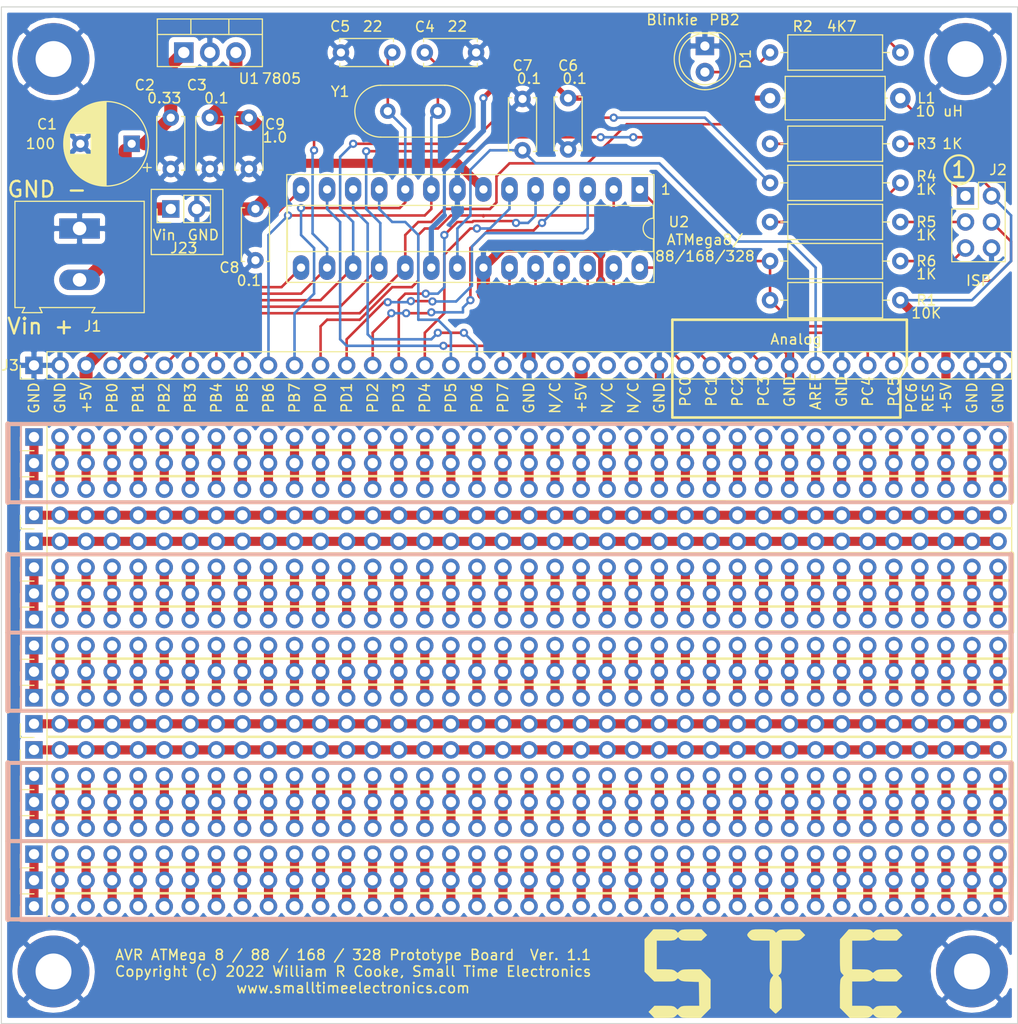
<source format=kicad_pcb>
(kicad_pcb (version 20171130) (host pcbnew 5.1.9+dfsg1-1)
  (layers (0 F.Cu signal) (31 B.Cu signal hide) (34 B.Paste user hide) (35 F.Paste user hide) (36 B.SilkS user hide) (37 F.SilkS user) (38 B.Mask user) (39 F.Mask user) (44 Edge.Cuts user))
  (net 0 "")
  (net 1 GND)
  (net 2 "Net-(C1-Pad1)")
  (net 3 +5V)
  (net 4 "Net-(C4-Pad1)")
  (net 5 "Net-(C5-Pad1)")
  (net 6 "Net-(C6-Pad1)")
  (net 7 "Net-(C7-Pad1)")
  (net 8 "Net-(D1-Pad2)")
  (net 9 "Net-(J2-Pad5)")
  (net 10 "Net-(J2-Pad4)")
  (net 11 "Net-(J2-Pad3)")
  (net 12 "Net-(J2-Pad1)")
  (net 13 "Net-(J3-Pad35)")
  (net 14 "Net-(J3-Pad34)")
  (net 15 "Net-(J3-Pad33)")
  (net 16 "Net-(J3-Pad29)")
  (net 17 "Net-(J3-Pad28)")
  (net 18 "Net-(J3-Pad27)")
  (net 19 "Net-(J3-Pad26)")
  (net 20 "Net-(J3-Pad24)")
  (net 21 "Net-(J3-Pad23)")
  (net 22 "Net-(J3-Pad21)")
  (net 23 "Net-(J3-Pad19)")
  (net 24 "Net-(J3-Pad18)")
  (net 25 "Net-(J3-Pad17)")
  (net 26 "Net-(J3-Pad16)")
  (net 27 "Net-(J3-Pad15)")
  (net 28 "Net-(J3-Pad14)")
  (net 29 "Net-(J3-Pad13)")
  (net 30 "Net-(J3-Pad12)")
  (net 31 "Net-(J3-Pad9)")
  (net 32 "Net-(J3-Pad8)")
  (net 33 "Net-(J3-Pad7)")
  (net 34 "Net-(J3-Pad6)")
  (net 35 "Net-(J3-Pad5)")
  (net 36 "Net-(J3-Pad4)")
  (net 37 "Net-(J4-Pad38)")
  (net 38 "Net-(J4-Pad37)")
  (net 39 "Net-(J4-Pad36)")
  (net 40 "Net-(J4-Pad35)")
  (net 41 "Net-(J4-Pad34)")
  (net 42 "Net-(J4-Pad33)")
  (net 43 "Net-(J4-Pad32)")
  (net 44 "Net-(J4-Pad31)")
  (net 45 "Net-(J4-Pad30)")
  (net 46 "Net-(J4-Pad29)")
  (net 47 "Net-(J4-Pad28)")
  (net 48 "Net-(J4-Pad27)")
  (net 49 "Net-(J4-Pad26)")
  (net 50 "Net-(J4-Pad25)")
  (net 51 "Net-(J4-Pad24)")
  (net 52 "Net-(J4-Pad23)")
  (net 53 "Net-(J4-Pad22)")
  (net 54 "Net-(J4-Pad21)")
  (net 55 "Net-(J4-Pad20)")
  (net 56 "Net-(J4-Pad19)")
  (net 57 "Net-(J4-Pad18)")
  (net 58 "Net-(J4-Pad17)")
  (net 59 "Net-(J4-Pad16)")
  (net 60 "Net-(J4-Pad15)")
  (net 61 "Net-(J4-Pad14)")
  (net 62 "Net-(J4-Pad13)")
  (net 63 "Net-(J4-Pad12)")
  (net 64 "Net-(J4-Pad11)")
  (net 65 "Net-(J4-Pad10)")
  (net 66 "Net-(J4-Pad9)")
  (net 67 "Net-(J4-Pad8)")
  (net 68 "Net-(J4-Pad7)")
  (net 69 "Net-(J4-Pad6)")
  (net 70 "Net-(J4-Pad5)")
  (net 71 "Net-(J4-Pad4)")
  (net 72 "Net-(J4-Pad3)")
  (net 73 "Net-(J4-Pad2)")
  (net 74 "Net-(J4-Pad1)")
  (net 75 "Net-(J7-Pad1)")
  (net 76 "Net-(J8-Pad1)")
  (net 77 "Net-(J10-Pad38)")
  (net 78 "Net-(J10-Pad37)")
  (net 79 "Net-(J10-Pad36)")
  (net 80 "Net-(J10-Pad35)")
  (net 81 "Net-(J10-Pad34)")
  (net 82 "Net-(J10-Pad33)")
  (net 83 "Net-(J10-Pad32)")
  (net 84 "Net-(J10-Pad31)")
  (net 85 "Net-(J10-Pad30)")
  (net 86 "Net-(J10-Pad29)")
  (net 87 "Net-(J10-Pad28)")
  (net 88 "Net-(J10-Pad27)")
  (net 89 "Net-(J10-Pad26)")
  (net 90 "Net-(J10-Pad25)")
  (net 91 "Net-(J10-Pad24)")
  (net 92 "Net-(J10-Pad23)")
  (net 93 "Net-(J10-Pad22)")
  (net 94 "Net-(J10-Pad21)")
  (net 95 "Net-(J10-Pad20)")
  (net 96 "Net-(J10-Pad19)")
  (net 97 "Net-(J10-Pad18)")
  (net 98 "Net-(J10-Pad17)")
  (net 99 "Net-(J10-Pad16)")
  (net 100 "Net-(J10-Pad15)")
  (net 101 "Net-(J10-Pad14)")
  (net 102 "Net-(J10-Pad13)")
  (net 103 "Net-(J10-Pad12)")
  (net 104 "Net-(J10-Pad11)")
  (net 105 "Net-(J10-Pad10)")
  (net 106 "Net-(J10-Pad9)")
  (net 107 "Net-(J10-Pad8)")
  (net 108 "Net-(J10-Pad7)")
  (net 109 "Net-(J10-Pad6)")
  (net 110 "Net-(J10-Pad5)")
  (net 111 "Net-(J10-Pad4)")
  (net 112 "Net-(J10-Pad3)")
  (net 113 "Net-(J10-Pad2)")
  (net 114 "Net-(J10-Pad1)")
  (net 115 "Net-(J12-Pad38)")
  (net 116 "Net-(J12-Pad37)")
  (net 117 "Net-(J12-Pad36)")
  (net 118 "Net-(J12-Pad35)")
  (net 119 "Net-(J12-Pad34)")
  (net 120 "Net-(J12-Pad33)")
  (net 121 "Net-(J12-Pad32)")
  (net 122 "Net-(J12-Pad31)")
  (net 123 "Net-(J12-Pad30)")
  (net 124 "Net-(J12-Pad29)")
  (net 125 "Net-(J12-Pad28)")
  (net 126 "Net-(J12-Pad27)")
  (net 127 "Net-(J12-Pad26)")
  (net 128 "Net-(J12-Pad25)")
  (net 129 "Net-(J12-Pad24)")
  (net 130 "Net-(J12-Pad23)")
  (net 131 "Net-(J12-Pad22)")
  (net 132 "Net-(J12-Pad21)")
  (net 133 "Net-(J12-Pad20)")
  (net 134 "Net-(J12-Pad19)")
  (net 135 "Net-(J12-Pad18)")
  (net 136 "Net-(J12-Pad17)")
  (net 137 "Net-(J12-Pad16)")
  (net 138 "Net-(J12-Pad15)")
  (net 139 "Net-(J12-Pad14)")
  (net 140 "Net-(J12-Pad13)")
  (net 141 "Net-(J12-Pad12)")
  (net 142 "Net-(J12-Pad11)")
  (net 143 "Net-(J12-Pad10)")
  (net 144 "Net-(J12-Pad9)")
  (net 145 "Net-(J12-Pad8)")
  (net 146 "Net-(J12-Pad7)")
  (net 147 "Net-(J12-Pad6)")
  (net 148 "Net-(J12-Pad5)")
  (net 149 "Net-(J12-Pad4)")
  (net 150 "Net-(J12-Pad3)")
  (net 151 "Net-(J12-Pad2)")
  (net 152 "Net-(J12-Pad1)")
  (net 153 "Net-(J15-Pad1)")
  (net 154 "Net-(J16-Pad1)")
  (net 155 "Net-(J17-Pad38)")
  (net 156 "Net-(J17-Pad37)")
  (net 157 "Net-(J17-Pad36)")
  (net 158 "Net-(J17-Pad35)")
  (net 159 "Net-(J17-Pad34)")
  (net 160 "Net-(J17-Pad33)")
  (net 161 "Net-(J17-Pad32)")
  (net 162 "Net-(J17-Pad31)")
  (net 163 "Net-(J17-Pad30)")
  (net 164 "Net-(J17-Pad29)")
  (net 165 "Net-(J17-Pad28)")
  (net 166 "Net-(J17-Pad27)")
  (net 167 "Net-(J17-Pad26)")
  (net 168 "Net-(J17-Pad25)")
  (net 169 "Net-(J17-Pad24)")
  (net 170 "Net-(J17-Pad23)")
  (net 171 "Net-(J17-Pad22)")
  (net 172 "Net-(J17-Pad21)")
  (net 173 "Net-(J17-Pad20)")
  (net 174 "Net-(J17-Pad19)")
  (net 175 "Net-(J17-Pad18)")
  (net 176 "Net-(J17-Pad17)")
  (net 177 "Net-(J17-Pad16)")
  (net 178 "Net-(J17-Pad15)")
  (net 179 "Net-(J17-Pad14)")
  (net 180 "Net-(J17-Pad13)")
  (net 181 "Net-(J17-Pad12)")
  (net 182 "Net-(J17-Pad11)")
  (net 183 "Net-(J17-Pad10)")
  (net 184 "Net-(J17-Pad9)")
  (net 185 "Net-(J17-Pad8)")
  (net 186 "Net-(J17-Pad7)")
  (net 187 "Net-(J17-Pad6)")
  (net 188 "Net-(J17-Pad5)")
  (net 189 "Net-(J17-Pad4)")
  (net 190 "Net-(J17-Pad3)")
  (net 191 "Net-(J17-Pad2)")
  (net 192 "Net-(J17-Pad1)")
  (net 193 "Net-(J20-Pad38)")
  (net 194 "Net-(J20-Pad37)")
  (net 195 "Net-(J20-Pad36)")
  (net 196 "Net-(J20-Pad35)")
  (net 197 "Net-(J20-Pad34)")
  (net 198 "Net-(J20-Pad33)")
  (net 199 "Net-(J20-Pad32)")
  (net 200 "Net-(J20-Pad31)")
  (net 201 "Net-(J20-Pad30)")
  (net 202 "Net-(J20-Pad29)")
  (net 203 "Net-(J20-Pad28)")
  (net 204 "Net-(J20-Pad27)")
  (net 205 "Net-(J20-Pad26)")
  (net 206 "Net-(J20-Pad25)")
  (net 207 "Net-(J20-Pad24)")
  (net 208 "Net-(J20-Pad23)")
  (net 209 "Net-(J20-Pad22)")
  (net 210 "Net-(J20-Pad21)")
  (net 211 "Net-(J20-Pad20)")
  (net 212 "Net-(J20-Pad19)")
  (net 213 "Net-(J20-Pad18)")
  (net 214 "Net-(J20-Pad17)")
  (net 215 "Net-(J20-Pad16)")
  (net 216 "Net-(J20-Pad15)")
  (net 217 "Net-(J20-Pad14)")
  (net 218 "Net-(J20-Pad13)")
  (net 219 "Net-(J20-Pad12)")
  (net 220 "Net-(J20-Pad11)")
  (net 221 "Net-(J20-Pad10)")
  (net 222 "Net-(J20-Pad9)")
  (net 223 "Net-(J20-Pad8)")
  (net 224 "Net-(J20-Pad7)")
  (net 225 "Net-(J20-Pad6)")
  (net 226 "Net-(J20-Pad5)")
  (net 227 "Net-(J20-Pad4)")
  (net 228 "Net-(J20-Pad3)")
  (net 229 "Net-(J20-Pad2)")
  (net 230 "Net-(J20-Pad1)")
  (module bdk_art:ste_logo (layer F.Cu) (at 163.195 140.97)
    (fp_text reference G*** hide)
    (fp_text value LOGO hide)
  )
  (module Connector_PinHeader_2.54mm:PinHeader_1x02_P2.54mm_Vertical (layer F.Cu) (at 104.14 66.04 90)
    (fp_text reference J23 (at -3.81 1.27 180) (layer F.SilkS))
    (fp_text value "Vin Conn")
    (pad 2 thru_hole oval (at 0 2.54 90) (size 1.7 1.7) (drill 1) (layers *.Cu *.Mask) (net 1 GND))
    (pad 1 thru_hole rect (at 0 0 90) (size 1.7 1.7) (drill 1) (layers *.Cu *.Mask) (net 2 "Net-(C1-Pad1)"))
  )
  (module MountingHole:MountingHole_3.5mm_Pad (layer F.Cu) (at 182.245 140.335)
    (fp_text reference H4 hide)
    (fp_text value Hole hide)
    (pad 1 thru_hole circle (at 0 0) (size 7 7) (drill 3.5) (layers *.Cu *.Mask) (net 1 GND))
  )
  (module MountingHole:MountingHole_3.5mm_Pad (layer F.Cu) (at 181.61 51.435)
    (fp_text reference H3 hide)
    (fp_text value Hole hide)
    (pad 1 thru_hole circle (at 0 0) (size 7 7) (drill 3.5) (layers *.Cu *.Mask) (net 1 GND))
  )
  (module MountingHole:MountingHole_3.5mm_Pad (layer F.Cu) (at 92.71 140.335)
    (fp_text reference H2 hide)
    (fp_text value Hole hide)
    (pad 1 thru_hole circle (at 0 0) (size 7 7) (drill 3.5) (layers *.Cu *.Mask) (net 1 GND))
  )
  (module MountingHole:MountingHole_3.5mm_Pad (layer F.Cu) (at 92.71 51.435)
    (fp_text reference H1 hide)
    (fp_text value Hole hide)
    (pad 1 thru_hole circle (at 0 0) (size 7 7) (drill 3.5) (layers *.Cu *.Mask) (net 1 GND))
  )
  (module bdk_connector:ProtoStrip_1x38_P2.54mm_Vertical (layer F.Cu) (at 90.805 133.985 90)
    (fp_text reference J22 hide)
    (fp_text value Conn_01x38_Male hide)
    (pad 1 thru_hole rect (at 0 0 90) (size 1.7 1.7) (drill 1) (layers *.Cu *.Mask) (net 230 "Net-(J20-Pad1)"))
    (pad 2 thru_hole oval (at 0 2.54 90) (size 1.7 1.7) (drill 1) (layers *.Cu *.Mask) (net 229 "Net-(J20-Pad2)"))
    (pad 3 thru_hole oval (at 0 5.08 90) (size 1.7 1.7) (drill 1) (layers *.Cu *.Mask) (net 228 "Net-(J20-Pad3)"))
    (pad 4 thru_hole oval (at 0 7.62 90) (size 1.7 1.7) (drill 1) (layers *.Cu *.Mask) (net 227 "Net-(J20-Pad4)"))
    (pad 5 thru_hole oval (at 0 10.16 90) (size 1.7 1.7) (drill 1) (layers *.Cu *.Mask) (net 226 "Net-(J20-Pad5)"))
    (pad 6 thru_hole oval (at 0 12.7 90) (size 1.7 1.7) (drill 1) (layers *.Cu *.Mask) (net 225 "Net-(J20-Pad6)"))
    (pad 7 thru_hole oval (at 0 15.24 90) (size 1.7 1.7) (drill 1) (layers *.Cu *.Mask) (net 224 "Net-(J20-Pad7)"))
    (pad 8 thru_hole oval (at 0 17.78 90) (size 1.7 1.7) (drill 1) (layers *.Cu *.Mask) (net 223 "Net-(J20-Pad8)"))
    (pad 9 thru_hole oval (at 0 20.32 90) (size 1.7 1.7) (drill 1) (layers *.Cu *.Mask) (net 222 "Net-(J20-Pad9)"))
    (pad 10 thru_hole oval (at 0 22.86 90) (size 1.7 1.7) (drill 1) (layers *.Cu *.Mask) (net 221 "Net-(J20-Pad10)"))
    (pad 11 thru_hole oval (at 0 25.4 90) (size 1.7 1.7) (drill 1) (layers *.Cu *.Mask) (net 220 "Net-(J20-Pad11)"))
    (pad 12 thru_hole oval (at 0 27.94 90) (size 1.7 1.7) (drill 1) (layers *.Cu *.Mask) (net 219 "Net-(J20-Pad12)"))
    (pad 13 thru_hole oval (at 0 30.48 90) (size 1.7 1.7) (drill 1) (layers *.Cu *.Mask) (net 218 "Net-(J20-Pad13)"))
    (pad 14 thru_hole oval (at 0 33.02 90) (size 1.7 1.7) (drill 1) (layers *.Cu *.Mask) (net 217 "Net-(J20-Pad14)"))
    (pad 15 thru_hole oval (at 0 35.56 90) (size 1.7 1.7) (drill 1) (layers *.Cu *.Mask) (net 216 "Net-(J20-Pad15)"))
    (pad 16 thru_hole oval (at 0 38.1 90) (size 1.7 1.7) (drill 1) (layers *.Cu *.Mask) (net 215 "Net-(J20-Pad16)"))
    (pad 17 thru_hole oval (at 0 40.64 90) (size 1.7 1.7) (drill 1) (layers *.Cu *.Mask) (net 214 "Net-(J20-Pad17)"))
    (pad 18 thru_hole oval (at 0 43.18 90) (size 1.7 1.7) (drill 1) (layers *.Cu *.Mask) (net 213 "Net-(J20-Pad18)"))
    (pad 19 thru_hole oval (at 0 45.72 90) (size 1.7 1.7) (drill 1) (layers *.Cu *.Mask) (net 212 "Net-(J20-Pad19)"))
    (pad 20 thru_hole oval (at 0 48.26 90) (size 1.7 1.7) (drill 1) (layers *.Cu *.Mask) (net 211 "Net-(J20-Pad20)"))
    (pad 21 thru_hole oval (at 0 50.8 90) (size 1.7 1.7) (drill 1) (layers *.Cu *.Mask) (net 210 "Net-(J20-Pad21)"))
    (pad 22 thru_hole oval (at 0 53.34 90) (size 1.7 1.7) (drill 1) (layers *.Cu *.Mask) (net 209 "Net-(J20-Pad22)"))
    (pad 23 thru_hole oval (at 0 55.88 90) (size 1.7 1.7) (drill 1) (layers *.Cu *.Mask) (net 208 "Net-(J20-Pad23)"))
    (pad 24 thru_hole oval (at 0 58.42 90) (size 1.7 1.7) (drill 1) (layers *.Cu *.Mask) (net 207 "Net-(J20-Pad24)"))
    (pad 25 thru_hole oval (at 0 60.96 90) (size 1.7 1.7) (drill 1) (layers *.Cu *.Mask) (net 206 "Net-(J20-Pad25)"))
    (pad 26 thru_hole oval (at 0 63.5 90) (size 1.7 1.7) (drill 1) (layers *.Cu *.Mask) (net 205 "Net-(J20-Pad26)"))
    (pad 27 thru_hole oval (at 0 66.04 90) (size 1.7 1.7) (drill 1) (layers *.Cu *.Mask) (net 204 "Net-(J20-Pad27)"))
    (pad 28 thru_hole oval (at 0 68.58 90) (size 1.7 1.7) (drill 1) (layers *.Cu *.Mask) (net 203 "Net-(J20-Pad28)"))
    (pad 29 thru_hole oval (at 0 71.12 90) (size 1.7 1.7) (drill 1) (layers *.Cu *.Mask) (net 202 "Net-(J20-Pad29)"))
    (pad 30 thru_hole oval (at 0 73.66 90) (size 1.7 1.7) (drill 1) (layers *.Cu *.Mask) (net 201 "Net-(J20-Pad30)"))
    (pad 31 thru_hole oval (at 0 76.2 90) (size 1.7 1.7) (drill 1) (layers *.Cu *.Mask) (net 200 "Net-(J20-Pad31)"))
    (pad 32 thru_hole oval (at 0 78.74 90) (size 1.7 1.7) (drill 1) (layers *.Cu *.Mask) (net 199 "Net-(J20-Pad32)"))
    (pad 33 thru_hole oval (at 0 81.28 90) (size 1.7 1.7) (drill 1) (layers *.Cu *.Mask) (net 198 "Net-(J20-Pad33)"))
    (pad 34 thru_hole oval (at 0 83.82 90) (size 1.7 1.7) (drill 1) (layers *.Cu *.Mask) (net 197 "Net-(J20-Pad34)"))
    (pad 35 thru_hole oval (at 0 86.36 90) (size 1.7 1.7) (drill 1) (layers *.Cu *.Mask) (net 196 "Net-(J20-Pad35)"))
    (pad 36 thru_hole oval (at 0 88.9 90) (size 1.7 1.7) (drill 1) (layers *.Cu *.Mask) (net 195 "Net-(J20-Pad36)"))
    (pad 37 thru_hole oval (at 0 91.44 90) (size 1.7 1.7) (drill 1) (layers *.Cu *.Mask) (net 194 "Net-(J20-Pad37)"))
    (pad 38 thru_hole oval (at 0 93.98 90) (size 1.7 1.7) (drill 1) (layers *.Cu *.Mask) (net 193 "Net-(J20-Pad38)"))
  )
  (module bdk_connector:ProtoStrip_1x38_P2.54mm_Vertical (layer F.Cu) (at 90.805 131.445 90)
    (fp_text reference J21 hide)
    (fp_text value Conn_01x38_Male hide)
    (pad 1 thru_hole rect (at 0 0 90) (size 1.7 1.7) (drill 1) (layers *.Cu *.Mask) (net 230 "Net-(J20-Pad1)"))
    (pad 2 thru_hole oval (at 0 2.54 90) (size 1.7 1.7) (drill 1) (layers *.Cu *.Mask) (net 229 "Net-(J20-Pad2)"))
    (pad 3 thru_hole oval (at 0 5.08 90) (size 1.7 1.7) (drill 1) (layers *.Cu *.Mask) (net 228 "Net-(J20-Pad3)"))
    (pad 4 thru_hole oval (at 0 7.62 90) (size 1.7 1.7) (drill 1) (layers *.Cu *.Mask) (net 227 "Net-(J20-Pad4)"))
    (pad 5 thru_hole oval (at 0 10.16 90) (size 1.7 1.7) (drill 1) (layers *.Cu *.Mask) (net 226 "Net-(J20-Pad5)"))
    (pad 6 thru_hole oval (at 0 12.7 90) (size 1.7 1.7) (drill 1) (layers *.Cu *.Mask) (net 225 "Net-(J20-Pad6)"))
    (pad 7 thru_hole oval (at 0 15.24 90) (size 1.7 1.7) (drill 1) (layers *.Cu *.Mask) (net 224 "Net-(J20-Pad7)"))
    (pad 8 thru_hole oval (at 0 17.78 90) (size 1.7 1.7) (drill 1) (layers *.Cu *.Mask) (net 223 "Net-(J20-Pad8)"))
    (pad 9 thru_hole oval (at 0 20.32 90) (size 1.7 1.7) (drill 1) (layers *.Cu *.Mask) (net 222 "Net-(J20-Pad9)"))
    (pad 10 thru_hole oval (at 0 22.86 90) (size 1.7 1.7) (drill 1) (layers *.Cu *.Mask) (net 221 "Net-(J20-Pad10)"))
    (pad 11 thru_hole oval (at 0 25.4 90) (size 1.7 1.7) (drill 1) (layers *.Cu *.Mask) (net 220 "Net-(J20-Pad11)"))
    (pad 12 thru_hole oval (at 0 27.94 90) (size 1.7 1.7) (drill 1) (layers *.Cu *.Mask) (net 219 "Net-(J20-Pad12)"))
    (pad 13 thru_hole oval (at 0 30.48 90) (size 1.7 1.7) (drill 1) (layers *.Cu *.Mask) (net 218 "Net-(J20-Pad13)"))
    (pad 14 thru_hole oval (at 0 33.02 90) (size 1.7 1.7) (drill 1) (layers *.Cu *.Mask) (net 217 "Net-(J20-Pad14)"))
    (pad 15 thru_hole oval (at 0 35.56 90) (size 1.7 1.7) (drill 1) (layers *.Cu *.Mask) (net 216 "Net-(J20-Pad15)"))
    (pad 16 thru_hole oval (at 0 38.1 90) (size 1.7 1.7) (drill 1) (layers *.Cu *.Mask) (net 215 "Net-(J20-Pad16)"))
    (pad 17 thru_hole oval (at 0 40.64 90) (size 1.7 1.7) (drill 1) (layers *.Cu *.Mask) (net 214 "Net-(J20-Pad17)"))
    (pad 18 thru_hole oval (at 0 43.18 90) (size 1.7 1.7) (drill 1) (layers *.Cu *.Mask) (net 213 "Net-(J20-Pad18)"))
    (pad 19 thru_hole oval (at 0 45.72 90) (size 1.7 1.7) (drill 1) (layers *.Cu *.Mask) (net 212 "Net-(J20-Pad19)"))
    (pad 20 thru_hole oval (at 0 48.26 90) (size 1.7 1.7) (drill 1) (layers *.Cu *.Mask) (net 211 "Net-(J20-Pad20)"))
    (pad 21 thru_hole oval (at 0 50.8 90) (size 1.7 1.7) (drill 1) (layers *.Cu *.Mask) (net 210 "Net-(J20-Pad21)"))
    (pad 22 thru_hole oval (at 0 53.34 90) (size 1.7 1.7) (drill 1) (layers *.Cu *.Mask) (net 209 "Net-(J20-Pad22)"))
    (pad 23 thru_hole oval (at 0 55.88 90) (size 1.7 1.7) (drill 1) (layers *.Cu *.Mask) (net 208 "Net-(J20-Pad23)"))
    (pad 24 thru_hole oval (at 0 58.42 90) (size 1.7 1.7) (drill 1) (layers *.Cu *.Mask) (net 207 "Net-(J20-Pad24)"))
    (pad 25 thru_hole oval (at 0 60.96 90) (size 1.7 1.7) (drill 1) (layers *.Cu *.Mask) (net 206 "Net-(J20-Pad25)"))
    (pad 26 thru_hole oval (at 0 63.5 90) (size 1.7 1.7) (drill 1) (layers *.Cu *.Mask) (net 205 "Net-(J20-Pad26)"))
    (pad 27 thru_hole oval (at 0 66.04 90) (size 1.7 1.7) (drill 1) (layers *.Cu *.Mask) (net 204 "Net-(J20-Pad27)"))
    (pad 28 thru_hole oval (at 0 68.58 90) (size 1.7 1.7) (drill 1) (layers *.Cu *.Mask) (net 203 "Net-(J20-Pad28)"))
    (pad 29 thru_hole oval (at 0 71.12 90) (size 1.7 1.7) (drill 1) (layers *.Cu *.Mask) (net 202 "Net-(J20-Pad29)"))
    (pad 30 thru_hole oval (at 0 73.66 90) (size 1.7 1.7) (drill 1) (layers *.Cu *.Mask) (net 201 "Net-(J20-Pad30)"))
    (pad 31 thru_hole oval (at 0 76.2 90) (size 1.7 1.7) (drill 1) (layers *.Cu *.Mask) (net 200 "Net-(J20-Pad31)"))
    (pad 32 thru_hole oval (at 0 78.74 90) (size 1.7 1.7) (drill 1) (layers *.Cu *.Mask) (net 199 "Net-(J20-Pad32)"))
    (pad 33 thru_hole oval (at 0 81.28 90) (size 1.7 1.7) (drill 1) (layers *.Cu *.Mask) (net 198 "Net-(J20-Pad33)"))
    (pad 34 thru_hole oval (at 0 83.82 90) (size 1.7 1.7) (drill 1) (layers *.Cu *.Mask) (net 197 "Net-(J20-Pad34)"))
    (pad 35 thru_hole oval (at 0 86.36 90) (size 1.7 1.7) (drill 1) (layers *.Cu *.Mask) (net 196 "Net-(J20-Pad35)"))
    (pad 36 thru_hole oval (at 0 88.9 90) (size 1.7 1.7) (drill 1) (layers *.Cu *.Mask) (net 195 "Net-(J20-Pad36)"))
    (pad 37 thru_hole oval (at 0 91.44 90) (size 1.7 1.7) (drill 1) (layers *.Cu *.Mask) (net 194 "Net-(J20-Pad37)"))
    (pad 38 thru_hole oval (at 0 93.98 90) (size 1.7 1.7) (drill 1) (layers *.Cu *.Mask) (net 193 "Net-(J20-Pad38)"))
  )
  (module bdk_connector:ProtoStrip_1x38_P2.54mm_Vertical (layer F.Cu) (at 90.805 128.905 90)
    (fp_text reference J20 hide)
    (fp_text value Conn_01x38_Male hide)
    (pad 1 thru_hole rect (at 0 0 90) (size 1.7 1.7) (drill 1) (layers *.Cu *.Mask) (net 230 "Net-(J20-Pad1)"))
    (pad 2 thru_hole oval (at 0 2.54 90) (size 1.7 1.7) (drill 1) (layers *.Cu *.Mask) (net 229 "Net-(J20-Pad2)"))
    (pad 3 thru_hole oval (at 0 5.08 90) (size 1.7 1.7) (drill 1) (layers *.Cu *.Mask) (net 228 "Net-(J20-Pad3)"))
    (pad 4 thru_hole oval (at 0 7.62 90) (size 1.7 1.7) (drill 1) (layers *.Cu *.Mask) (net 227 "Net-(J20-Pad4)"))
    (pad 5 thru_hole oval (at 0 10.16 90) (size 1.7 1.7) (drill 1) (layers *.Cu *.Mask) (net 226 "Net-(J20-Pad5)"))
    (pad 6 thru_hole oval (at 0 12.7 90) (size 1.7 1.7) (drill 1) (layers *.Cu *.Mask) (net 225 "Net-(J20-Pad6)"))
    (pad 7 thru_hole oval (at 0 15.24 90) (size 1.7 1.7) (drill 1) (layers *.Cu *.Mask) (net 224 "Net-(J20-Pad7)"))
    (pad 8 thru_hole oval (at 0 17.78 90) (size 1.7 1.7) (drill 1) (layers *.Cu *.Mask) (net 223 "Net-(J20-Pad8)"))
    (pad 9 thru_hole oval (at 0 20.32 90) (size 1.7 1.7) (drill 1) (layers *.Cu *.Mask) (net 222 "Net-(J20-Pad9)"))
    (pad 10 thru_hole oval (at 0 22.86 90) (size 1.7 1.7) (drill 1) (layers *.Cu *.Mask) (net 221 "Net-(J20-Pad10)"))
    (pad 11 thru_hole oval (at 0 25.4 90) (size 1.7 1.7) (drill 1) (layers *.Cu *.Mask) (net 220 "Net-(J20-Pad11)"))
    (pad 12 thru_hole oval (at 0 27.94 90) (size 1.7 1.7) (drill 1) (layers *.Cu *.Mask) (net 219 "Net-(J20-Pad12)"))
    (pad 13 thru_hole oval (at 0 30.48 90) (size 1.7 1.7) (drill 1) (layers *.Cu *.Mask) (net 218 "Net-(J20-Pad13)"))
    (pad 14 thru_hole oval (at 0 33.02 90) (size 1.7 1.7) (drill 1) (layers *.Cu *.Mask) (net 217 "Net-(J20-Pad14)"))
    (pad 15 thru_hole oval (at 0 35.56 90) (size 1.7 1.7) (drill 1) (layers *.Cu *.Mask) (net 216 "Net-(J20-Pad15)"))
    (pad 16 thru_hole oval (at 0 38.1 90) (size 1.7 1.7) (drill 1) (layers *.Cu *.Mask) (net 215 "Net-(J20-Pad16)"))
    (pad 17 thru_hole oval (at 0 40.64 90) (size 1.7 1.7) (drill 1) (layers *.Cu *.Mask) (net 214 "Net-(J20-Pad17)"))
    (pad 18 thru_hole oval (at 0 43.18 90) (size 1.7 1.7) (drill 1) (layers *.Cu *.Mask) (net 213 "Net-(J20-Pad18)"))
    (pad 19 thru_hole oval (at 0 45.72 90) (size 1.7 1.7) (drill 1) (layers *.Cu *.Mask) (net 212 "Net-(J20-Pad19)"))
    (pad 20 thru_hole oval (at 0 48.26 90) (size 1.7 1.7) (drill 1) (layers *.Cu *.Mask) (net 211 "Net-(J20-Pad20)"))
    (pad 21 thru_hole oval (at 0 50.8 90) (size 1.7 1.7) (drill 1) (layers *.Cu *.Mask) (net 210 "Net-(J20-Pad21)"))
    (pad 22 thru_hole oval (at 0 53.34 90) (size 1.7 1.7) (drill 1) (layers *.Cu *.Mask) (net 209 "Net-(J20-Pad22)"))
    (pad 23 thru_hole oval (at 0 55.88 90) (size 1.7 1.7) (drill 1) (layers *.Cu *.Mask) (net 208 "Net-(J20-Pad23)"))
    (pad 24 thru_hole oval (at 0 58.42 90) (size 1.7 1.7) (drill 1) (layers *.Cu *.Mask) (net 207 "Net-(J20-Pad24)"))
    (pad 25 thru_hole oval (at 0 60.96 90) (size 1.7 1.7) (drill 1) (layers *.Cu *.Mask) (net 206 "Net-(J20-Pad25)"))
    (pad 26 thru_hole oval (at 0 63.5 90) (size 1.7 1.7) (drill 1) (layers *.Cu *.Mask) (net 205 "Net-(J20-Pad26)"))
    (pad 27 thru_hole oval (at 0 66.04 90) (size 1.7 1.7) (drill 1) (layers *.Cu *.Mask) (net 204 "Net-(J20-Pad27)"))
    (pad 28 thru_hole oval (at 0 68.58 90) (size 1.7 1.7) (drill 1) (layers *.Cu *.Mask) (net 203 "Net-(J20-Pad28)"))
    (pad 29 thru_hole oval (at 0 71.12 90) (size 1.7 1.7) (drill 1) (layers *.Cu *.Mask) (net 202 "Net-(J20-Pad29)"))
    (pad 30 thru_hole oval (at 0 73.66 90) (size 1.7 1.7) (drill 1) (layers *.Cu *.Mask) (net 201 "Net-(J20-Pad30)"))
    (pad 31 thru_hole oval (at 0 76.2 90) (size 1.7 1.7) (drill 1) (layers *.Cu *.Mask) (net 200 "Net-(J20-Pad31)"))
    (pad 32 thru_hole oval (at 0 78.74 90) (size 1.7 1.7) (drill 1) (layers *.Cu *.Mask) (net 199 "Net-(J20-Pad32)"))
    (pad 33 thru_hole oval (at 0 81.28 90) (size 1.7 1.7) (drill 1) (layers *.Cu *.Mask) (net 198 "Net-(J20-Pad33)"))
    (pad 34 thru_hole oval (at 0 83.82 90) (size 1.7 1.7) (drill 1) (layers *.Cu *.Mask) (net 197 "Net-(J20-Pad34)"))
    (pad 35 thru_hole oval (at 0 86.36 90) (size 1.7 1.7) (drill 1) (layers *.Cu *.Mask) (net 196 "Net-(J20-Pad35)"))
    (pad 36 thru_hole oval (at 0 88.9 90) (size 1.7 1.7) (drill 1) (layers *.Cu *.Mask) (net 195 "Net-(J20-Pad36)"))
    (pad 37 thru_hole oval (at 0 91.44 90) (size 1.7 1.7) (drill 1) (layers *.Cu *.Mask) (net 194 "Net-(J20-Pad37)"))
    (pad 38 thru_hole oval (at 0 93.98 90) (size 1.7 1.7) (drill 1) (layers *.Cu *.Mask) (net 193 "Net-(J20-Pad38)"))
  )
  (module bdk_connector:ProtoStrip_1x38_P2.54mm_Vertical (layer F.Cu) (at 90.815 126.365 90)
    (fp_text reference J19 hide)
    (fp_text value Conn_01x38_Male hide)
    (pad 1 thru_hole rect (at 0 0 90) (size 1.7 1.7) (drill 1) (layers *.Cu *.Mask) (net 192 "Net-(J17-Pad1)"))
    (pad 2 thru_hole oval (at 0 2.54 90) (size 1.7 1.7) (drill 1) (layers *.Cu *.Mask) (net 191 "Net-(J17-Pad2)"))
    (pad 3 thru_hole oval (at 0 5.08 90) (size 1.7 1.7) (drill 1) (layers *.Cu *.Mask) (net 190 "Net-(J17-Pad3)"))
    (pad 4 thru_hole oval (at 0 7.62 90) (size 1.7 1.7) (drill 1) (layers *.Cu *.Mask) (net 189 "Net-(J17-Pad4)"))
    (pad 5 thru_hole oval (at 0 10.16 90) (size 1.7 1.7) (drill 1) (layers *.Cu *.Mask) (net 188 "Net-(J17-Pad5)"))
    (pad 6 thru_hole oval (at 0 12.7 90) (size 1.7 1.7) (drill 1) (layers *.Cu *.Mask) (net 187 "Net-(J17-Pad6)"))
    (pad 7 thru_hole oval (at 0 15.24 90) (size 1.7 1.7) (drill 1) (layers *.Cu *.Mask) (net 186 "Net-(J17-Pad7)"))
    (pad 8 thru_hole oval (at 0 17.78 90) (size 1.7 1.7) (drill 1) (layers *.Cu *.Mask) (net 185 "Net-(J17-Pad8)"))
    (pad 9 thru_hole oval (at 0 20.32 90) (size 1.7 1.7) (drill 1) (layers *.Cu *.Mask) (net 184 "Net-(J17-Pad9)"))
    (pad 10 thru_hole oval (at 0 22.86 90) (size 1.7 1.7) (drill 1) (layers *.Cu *.Mask) (net 183 "Net-(J17-Pad10)"))
    (pad 11 thru_hole oval (at 0 25.4 90) (size 1.7 1.7) (drill 1) (layers *.Cu *.Mask) (net 182 "Net-(J17-Pad11)"))
    (pad 12 thru_hole oval (at 0 27.94 90) (size 1.7 1.7) (drill 1) (layers *.Cu *.Mask) (net 181 "Net-(J17-Pad12)"))
    (pad 13 thru_hole oval (at 0 30.48 90) (size 1.7 1.7) (drill 1) (layers *.Cu *.Mask) (net 180 "Net-(J17-Pad13)"))
    (pad 14 thru_hole oval (at 0 33.02 90) (size 1.7 1.7) (drill 1) (layers *.Cu *.Mask) (net 179 "Net-(J17-Pad14)"))
    (pad 15 thru_hole oval (at 0 35.56 90) (size 1.7 1.7) (drill 1) (layers *.Cu *.Mask) (net 178 "Net-(J17-Pad15)"))
    (pad 16 thru_hole oval (at 0 38.1 90) (size 1.7 1.7) (drill 1) (layers *.Cu *.Mask) (net 177 "Net-(J17-Pad16)"))
    (pad 17 thru_hole oval (at 0 40.64 90) (size 1.7 1.7) (drill 1) (layers *.Cu *.Mask) (net 176 "Net-(J17-Pad17)"))
    (pad 18 thru_hole oval (at 0 43.18 90) (size 1.7 1.7) (drill 1) (layers *.Cu *.Mask) (net 175 "Net-(J17-Pad18)"))
    (pad 19 thru_hole oval (at 0 45.72 90) (size 1.7 1.7) (drill 1) (layers *.Cu *.Mask) (net 174 "Net-(J17-Pad19)"))
    (pad 20 thru_hole oval (at 0 48.26 90) (size 1.7 1.7) (drill 1) (layers *.Cu *.Mask) (net 173 "Net-(J17-Pad20)"))
    (pad 21 thru_hole oval (at 0 50.8 90) (size 1.7 1.7) (drill 1) (layers *.Cu *.Mask) (net 172 "Net-(J17-Pad21)"))
    (pad 22 thru_hole oval (at 0 53.34 90) (size 1.7 1.7) (drill 1) (layers *.Cu *.Mask) (net 171 "Net-(J17-Pad22)"))
    (pad 23 thru_hole oval (at 0 55.88 90) (size 1.7 1.7) (drill 1) (layers *.Cu *.Mask) (net 170 "Net-(J17-Pad23)"))
    (pad 24 thru_hole oval (at 0 58.42 90) (size 1.7 1.7) (drill 1) (layers *.Cu *.Mask) (net 169 "Net-(J17-Pad24)"))
    (pad 25 thru_hole oval (at 0 60.96 90) (size 1.7 1.7) (drill 1) (layers *.Cu *.Mask) (net 168 "Net-(J17-Pad25)"))
    (pad 26 thru_hole oval (at 0 63.5 90) (size 1.7 1.7) (drill 1) (layers *.Cu *.Mask) (net 167 "Net-(J17-Pad26)"))
    (pad 27 thru_hole oval (at 0 66.04 90) (size 1.7 1.7) (drill 1) (layers *.Cu *.Mask) (net 166 "Net-(J17-Pad27)"))
    (pad 28 thru_hole oval (at 0 68.58 90) (size 1.7 1.7) (drill 1) (layers *.Cu *.Mask) (net 165 "Net-(J17-Pad28)"))
    (pad 29 thru_hole oval (at 0 71.12 90) (size 1.7 1.7) (drill 1) (layers *.Cu *.Mask) (net 164 "Net-(J17-Pad29)"))
    (pad 30 thru_hole oval (at 0 73.66 90) (size 1.7 1.7) (drill 1) (layers *.Cu *.Mask) (net 163 "Net-(J17-Pad30)"))
    (pad 31 thru_hole oval (at 0 76.2 90) (size 1.7 1.7) (drill 1) (layers *.Cu *.Mask) (net 162 "Net-(J17-Pad31)"))
    (pad 32 thru_hole oval (at 0 78.74 90) (size 1.7 1.7) (drill 1) (layers *.Cu *.Mask) (net 161 "Net-(J17-Pad32)"))
    (pad 33 thru_hole oval (at 0 81.28 90) (size 1.7 1.7) (drill 1) (layers *.Cu *.Mask) (net 160 "Net-(J17-Pad33)"))
    (pad 34 thru_hole oval (at 0 83.82 90) (size 1.7 1.7) (drill 1) (layers *.Cu *.Mask) (net 159 "Net-(J17-Pad34)"))
    (pad 35 thru_hole oval (at 0 86.36 90) (size 1.7 1.7) (drill 1) (layers *.Cu *.Mask) (net 158 "Net-(J17-Pad35)"))
    (pad 36 thru_hole oval (at 0 88.9 90) (size 1.7 1.7) (drill 1) (layers *.Cu *.Mask) (net 157 "Net-(J17-Pad36)"))
    (pad 37 thru_hole oval (at 0 91.44 90) (size 1.7 1.7) (drill 1) (layers *.Cu *.Mask) (net 156 "Net-(J17-Pad37)"))
    (pad 38 thru_hole oval (at 0 93.98 90) (size 1.7 1.7) (drill 1) (layers *.Cu *.Mask) (net 155 "Net-(J17-Pad38)"))
  )
  (module bdk_connector:ProtoStrip_1x38_P2.54mm_Vertical (layer F.Cu) (at 90.815 123.825 90)
    (fp_text reference J18 hide)
    (fp_text value Conn_01x38_Male hide)
    (pad 1 thru_hole rect (at 0 0 90) (size 1.7 1.7) (drill 1) (layers *.Cu *.Mask) (net 192 "Net-(J17-Pad1)"))
    (pad 2 thru_hole oval (at 0 2.54 90) (size 1.7 1.7) (drill 1) (layers *.Cu *.Mask) (net 191 "Net-(J17-Pad2)"))
    (pad 3 thru_hole oval (at 0 5.08 90) (size 1.7 1.7) (drill 1) (layers *.Cu *.Mask) (net 190 "Net-(J17-Pad3)"))
    (pad 4 thru_hole oval (at 0 7.62 90) (size 1.7 1.7) (drill 1) (layers *.Cu *.Mask) (net 189 "Net-(J17-Pad4)"))
    (pad 5 thru_hole oval (at 0 10.16 90) (size 1.7 1.7) (drill 1) (layers *.Cu *.Mask) (net 188 "Net-(J17-Pad5)"))
    (pad 6 thru_hole oval (at 0 12.7 90) (size 1.7 1.7) (drill 1) (layers *.Cu *.Mask) (net 187 "Net-(J17-Pad6)"))
    (pad 7 thru_hole oval (at 0 15.24 90) (size 1.7 1.7) (drill 1) (layers *.Cu *.Mask) (net 186 "Net-(J17-Pad7)"))
    (pad 8 thru_hole oval (at 0 17.78 90) (size 1.7 1.7) (drill 1) (layers *.Cu *.Mask) (net 185 "Net-(J17-Pad8)"))
    (pad 9 thru_hole oval (at 0 20.32 90) (size 1.7 1.7) (drill 1) (layers *.Cu *.Mask) (net 184 "Net-(J17-Pad9)"))
    (pad 10 thru_hole oval (at 0 22.86 90) (size 1.7 1.7) (drill 1) (layers *.Cu *.Mask) (net 183 "Net-(J17-Pad10)"))
    (pad 11 thru_hole oval (at 0 25.4 90) (size 1.7 1.7) (drill 1) (layers *.Cu *.Mask) (net 182 "Net-(J17-Pad11)"))
    (pad 12 thru_hole oval (at 0 27.94 90) (size 1.7 1.7) (drill 1) (layers *.Cu *.Mask) (net 181 "Net-(J17-Pad12)"))
    (pad 13 thru_hole oval (at 0 30.48 90) (size 1.7 1.7) (drill 1) (layers *.Cu *.Mask) (net 180 "Net-(J17-Pad13)"))
    (pad 14 thru_hole oval (at 0 33.02 90) (size 1.7 1.7) (drill 1) (layers *.Cu *.Mask) (net 179 "Net-(J17-Pad14)"))
    (pad 15 thru_hole oval (at 0 35.56 90) (size 1.7 1.7) (drill 1) (layers *.Cu *.Mask) (net 178 "Net-(J17-Pad15)"))
    (pad 16 thru_hole oval (at 0 38.1 90) (size 1.7 1.7) (drill 1) (layers *.Cu *.Mask) (net 177 "Net-(J17-Pad16)"))
    (pad 17 thru_hole oval (at 0 40.64 90) (size 1.7 1.7) (drill 1) (layers *.Cu *.Mask) (net 176 "Net-(J17-Pad17)"))
    (pad 18 thru_hole oval (at 0 43.18 90) (size 1.7 1.7) (drill 1) (layers *.Cu *.Mask) (net 175 "Net-(J17-Pad18)"))
    (pad 19 thru_hole oval (at 0 45.72 90) (size 1.7 1.7) (drill 1) (layers *.Cu *.Mask) (net 174 "Net-(J17-Pad19)"))
    (pad 20 thru_hole oval (at 0 48.26 90) (size 1.7 1.7) (drill 1) (layers *.Cu *.Mask) (net 173 "Net-(J17-Pad20)"))
    (pad 21 thru_hole oval (at 0 50.8 90) (size 1.7 1.7) (drill 1) (layers *.Cu *.Mask) (net 172 "Net-(J17-Pad21)"))
    (pad 22 thru_hole oval (at 0 53.34 90) (size 1.7 1.7) (drill 1) (layers *.Cu *.Mask) (net 171 "Net-(J17-Pad22)"))
    (pad 23 thru_hole oval (at 0 55.88 90) (size 1.7 1.7) (drill 1) (layers *.Cu *.Mask) (net 170 "Net-(J17-Pad23)"))
    (pad 24 thru_hole oval (at 0 58.42 90) (size 1.7 1.7) (drill 1) (layers *.Cu *.Mask) (net 169 "Net-(J17-Pad24)"))
    (pad 25 thru_hole oval (at 0 60.96 90) (size 1.7 1.7) (drill 1) (layers *.Cu *.Mask) (net 168 "Net-(J17-Pad25)"))
    (pad 26 thru_hole oval (at 0 63.5 90) (size 1.7 1.7) (drill 1) (layers *.Cu *.Mask) (net 167 "Net-(J17-Pad26)"))
    (pad 27 thru_hole oval (at 0 66.04 90) (size 1.7 1.7) (drill 1) (layers *.Cu *.Mask) (net 166 "Net-(J17-Pad27)"))
    (pad 28 thru_hole oval (at 0 68.58 90) (size 1.7 1.7) (drill 1) (layers *.Cu *.Mask) (net 165 "Net-(J17-Pad28)"))
    (pad 29 thru_hole oval (at 0 71.12 90) (size 1.7 1.7) (drill 1) (layers *.Cu *.Mask) (net 164 "Net-(J17-Pad29)"))
    (pad 30 thru_hole oval (at 0 73.66 90) (size 1.7 1.7) (drill 1) (layers *.Cu *.Mask) (net 163 "Net-(J17-Pad30)"))
    (pad 31 thru_hole oval (at 0 76.2 90) (size 1.7 1.7) (drill 1) (layers *.Cu *.Mask) (net 162 "Net-(J17-Pad31)"))
    (pad 32 thru_hole oval (at 0 78.74 90) (size 1.7 1.7) (drill 1) (layers *.Cu *.Mask) (net 161 "Net-(J17-Pad32)"))
    (pad 33 thru_hole oval (at 0 81.28 90) (size 1.7 1.7) (drill 1) (layers *.Cu *.Mask) (net 160 "Net-(J17-Pad33)"))
    (pad 34 thru_hole oval (at 0 83.82 90) (size 1.7 1.7) (drill 1) (layers *.Cu *.Mask) (net 159 "Net-(J17-Pad34)"))
    (pad 35 thru_hole oval (at 0 86.36 90) (size 1.7 1.7) (drill 1) (layers *.Cu *.Mask) (net 158 "Net-(J17-Pad35)"))
    (pad 36 thru_hole oval (at 0 88.9 90) (size 1.7 1.7) (drill 1) (layers *.Cu *.Mask) (net 157 "Net-(J17-Pad36)"))
    (pad 37 thru_hole oval (at 0 91.44 90) (size 1.7 1.7) (drill 1) (layers *.Cu *.Mask) (net 156 "Net-(J17-Pad37)"))
    (pad 38 thru_hole oval (at 0 93.98 90) (size 1.7 1.7) (drill 1) (layers *.Cu *.Mask) (net 155 "Net-(J17-Pad38)"))
  )
  (module bdk_connector:ProtoStrip_1x38_P2.54mm_Vertical (layer F.Cu) (at 90.805 121.285 90)
    (fp_text reference J17 hide)
    (fp_text value Conn_01x38_Male hide)
    (pad 1 thru_hole rect (at 0 0 90) (size 1.7 1.7) (drill 1) (layers *.Cu *.Mask) (net 192 "Net-(J17-Pad1)"))
    (pad 2 thru_hole oval (at 0 2.54 90) (size 1.7 1.7) (drill 1) (layers *.Cu *.Mask) (net 191 "Net-(J17-Pad2)"))
    (pad 3 thru_hole oval (at 0 5.08 90) (size 1.7 1.7) (drill 1) (layers *.Cu *.Mask) (net 190 "Net-(J17-Pad3)"))
    (pad 4 thru_hole oval (at 0 7.62 90) (size 1.7 1.7) (drill 1) (layers *.Cu *.Mask) (net 189 "Net-(J17-Pad4)"))
    (pad 5 thru_hole oval (at 0 10.16 90) (size 1.7 1.7) (drill 1) (layers *.Cu *.Mask) (net 188 "Net-(J17-Pad5)"))
    (pad 6 thru_hole oval (at 0 12.7 90) (size 1.7 1.7) (drill 1) (layers *.Cu *.Mask) (net 187 "Net-(J17-Pad6)"))
    (pad 7 thru_hole oval (at 0 15.24 90) (size 1.7 1.7) (drill 1) (layers *.Cu *.Mask) (net 186 "Net-(J17-Pad7)"))
    (pad 8 thru_hole oval (at 0 17.78 90) (size 1.7 1.7) (drill 1) (layers *.Cu *.Mask) (net 185 "Net-(J17-Pad8)"))
    (pad 9 thru_hole oval (at 0 20.32 90) (size 1.7 1.7) (drill 1) (layers *.Cu *.Mask) (net 184 "Net-(J17-Pad9)"))
    (pad 10 thru_hole oval (at 0 22.86 90) (size 1.7 1.7) (drill 1) (layers *.Cu *.Mask) (net 183 "Net-(J17-Pad10)"))
    (pad 11 thru_hole oval (at 0 25.4 90) (size 1.7 1.7) (drill 1) (layers *.Cu *.Mask) (net 182 "Net-(J17-Pad11)"))
    (pad 12 thru_hole oval (at 0 27.94 90) (size 1.7 1.7) (drill 1) (layers *.Cu *.Mask) (net 181 "Net-(J17-Pad12)"))
    (pad 13 thru_hole oval (at 0 30.48 90) (size 1.7 1.7) (drill 1) (layers *.Cu *.Mask) (net 180 "Net-(J17-Pad13)"))
    (pad 14 thru_hole oval (at 0 33.02 90) (size 1.7 1.7) (drill 1) (layers *.Cu *.Mask) (net 179 "Net-(J17-Pad14)"))
    (pad 15 thru_hole oval (at 0 35.56 90) (size 1.7 1.7) (drill 1) (layers *.Cu *.Mask) (net 178 "Net-(J17-Pad15)"))
    (pad 16 thru_hole oval (at 0 38.1 90) (size 1.7 1.7) (drill 1) (layers *.Cu *.Mask) (net 177 "Net-(J17-Pad16)"))
    (pad 17 thru_hole oval (at 0 40.64 90) (size 1.7 1.7) (drill 1) (layers *.Cu *.Mask) (net 176 "Net-(J17-Pad17)"))
    (pad 18 thru_hole oval (at 0 43.18 90) (size 1.7 1.7) (drill 1) (layers *.Cu *.Mask) (net 175 "Net-(J17-Pad18)"))
    (pad 19 thru_hole oval (at 0 45.72 90) (size 1.7 1.7) (drill 1) (layers *.Cu *.Mask) (net 174 "Net-(J17-Pad19)"))
    (pad 20 thru_hole oval (at 0 48.26 90) (size 1.7 1.7) (drill 1) (layers *.Cu *.Mask) (net 173 "Net-(J17-Pad20)"))
    (pad 21 thru_hole oval (at 0 50.8 90) (size 1.7 1.7) (drill 1) (layers *.Cu *.Mask) (net 172 "Net-(J17-Pad21)"))
    (pad 22 thru_hole oval (at 0 53.34 90) (size 1.7 1.7) (drill 1) (layers *.Cu *.Mask) (net 171 "Net-(J17-Pad22)"))
    (pad 23 thru_hole oval (at 0 55.88 90) (size 1.7 1.7) (drill 1) (layers *.Cu *.Mask) (net 170 "Net-(J17-Pad23)"))
    (pad 24 thru_hole oval (at 0 58.42 90) (size 1.7 1.7) (drill 1) (layers *.Cu *.Mask) (net 169 "Net-(J17-Pad24)"))
    (pad 25 thru_hole oval (at 0 60.96 90) (size 1.7 1.7) (drill 1) (layers *.Cu *.Mask) (net 168 "Net-(J17-Pad25)"))
    (pad 26 thru_hole oval (at 0 63.5 90) (size 1.7 1.7) (drill 1) (layers *.Cu *.Mask) (net 167 "Net-(J17-Pad26)"))
    (pad 27 thru_hole oval (at 0 66.04 90) (size 1.7 1.7) (drill 1) (layers *.Cu *.Mask) (net 166 "Net-(J17-Pad27)"))
    (pad 28 thru_hole oval (at 0 68.58 90) (size 1.7 1.7) (drill 1) (layers *.Cu *.Mask) (net 165 "Net-(J17-Pad28)"))
    (pad 29 thru_hole oval (at 0 71.12 90) (size 1.7 1.7) (drill 1) (layers *.Cu *.Mask) (net 164 "Net-(J17-Pad29)"))
    (pad 30 thru_hole oval (at 0 73.66 90) (size 1.7 1.7) (drill 1) (layers *.Cu *.Mask) (net 163 "Net-(J17-Pad30)"))
    (pad 31 thru_hole oval (at 0 76.2 90) (size 1.7 1.7) (drill 1) (layers *.Cu *.Mask) (net 162 "Net-(J17-Pad31)"))
    (pad 32 thru_hole oval (at 0 78.74 90) (size 1.7 1.7) (drill 1) (layers *.Cu *.Mask) (net 161 "Net-(J17-Pad32)"))
    (pad 33 thru_hole oval (at 0 81.28 90) (size 1.7 1.7) (drill 1) (layers *.Cu *.Mask) (net 160 "Net-(J17-Pad33)"))
    (pad 34 thru_hole oval (at 0 83.82 90) (size 1.7 1.7) (drill 1) (layers *.Cu *.Mask) (net 159 "Net-(J17-Pad34)"))
    (pad 35 thru_hole oval (at 0 86.36 90) (size 1.7 1.7) (drill 1) (layers *.Cu *.Mask) (net 158 "Net-(J17-Pad35)"))
    (pad 36 thru_hole oval (at 0 88.9 90) (size 1.7 1.7) (drill 1) (layers *.Cu *.Mask) (net 157 "Net-(J17-Pad36)"))
    (pad 37 thru_hole oval (at 0 91.44 90) (size 1.7 1.7) (drill 1) (layers *.Cu *.Mask) (net 156 "Net-(J17-Pad37)"))
    (pad 38 thru_hole oval (at 0 93.98 90) (size 1.7 1.7) (drill 1) (layers *.Cu *.Mask) (net 155 "Net-(J17-Pad38)"))
  )
  (module bdk_connector:ProtoStrip_1x38_P2.54mm_Vertical (layer F.Cu) (at 90.805 118.745 90)
    (fp_text reference J16 hide)
    (fp_text value Conn_01x38_Male hide)
    (pad 1 thru_hole rect (at 0 0 90) (size 1.7 1.7) (drill 1) (layers *.Cu *.Mask) (net 154 "Net-(J16-Pad1)"))
    (pad 2 thru_hole oval (at 0 2.54 90) (size 1.7 1.7) (drill 1) (layers *.Cu *.Mask) (net 154 "Net-(J16-Pad1)"))
    (pad 3 thru_hole oval (at 0 5.08 90) (size 1.7 1.7) (drill 1) (layers *.Cu *.Mask) (net 154 "Net-(J16-Pad1)"))
    (pad 4 thru_hole oval (at 0 7.62 90) (size 1.7 1.7) (drill 1) (layers *.Cu *.Mask) (net 154 "Net-(J16-Pad1)"))
    (pad 5 thru_hole oval (at 0 10.16 90) (size 1.7 1.7) (drill 1) (layers *.Cu *.Mask) (net 154 "Net-(J16-Pad1)"))
    (pad 6 thru_hole oval (at 0 12.7 90) (size 1.7 1.7) (drill 1) (layers *.Cu *.Mask) (net 154 "Net-(J16-Pad1)"))
    (pad 7 thru_hole oval (at 0 15.24 90) (size 1.7 1.7) (drill 1) (layers *.Cu *.Mask) (net 154 "Net-(J16-Pad1)"))
    (pad 8 thru_hole oval (at 0 17.78 90) (size 1.7 1.7) (drill 1) (layers *.Cu *.Mask) (net 154 "Net-(J16-Pad1)"))
    (pad 9 thru_hole oval (at 0 20.32 90) (size 1.7 1.7) (drill 1) (layers *.Cu *.Mask) (net 154 "Net-(J16-Pad1)"))
    (pad 10 thru_hole oval (at 0 22.86 90) (size 1.7 1.7) (drill 1) (layers *.Cu *.Mask) (net 154 "Net-(J16-Pad1)"))
    (pad 11 thru_hole oval (at 0 25.4 90) (size 1.7 1.7) (drill 1) (layers *.Cu *.Mask) (net 154 "Net-(J16-Pad1)"))
    (pad 12 thru_hole oval (at 0 27.94 90) (size 1.7 1.7) (drill 1) (layers *.Cu *.Mask) (net 154 "Net-(J16-Pad1)"))
    (pad 13 thru_hole oval (at 0 30.48 90) (size 1.7 1.7) (drill 1) (layers *.Cu *.Mask) (net 154 "Net-(J16-Pad1)"))
    (pad 14 thru_hole oval (at 0 33.02 90) (size 1.7 1.7) (drill 1) (layers *.Cu *.Mask) (net 154 "Net-(J16-Pad1)"))
    (pad 15 thru_hole oval (at 0 35.56 90) (size 1.7 1.7) (drill 1) (layers *.Cu *.Mask) (net 154 "Net-(J16-Pad1)"))
    (pad 16 thru_hole oval (at 0 38.1 90) (size 1.7 1.7) (drill 1) (layers *.Cu *.Mask) (net 154 "Net-(J16-Pad1)"))
    (pad 17 thru_hole oval (at 0 40.64 90) (size 1.7 1.7) (drill 1) (layers *.Cu *.Mask) (net 154 "Net-(J16-Pad1)"))
    (pad 18 thru_hole oval (at 0 43.18 90) (size 1.7 1.7) (drill 1) (layers *.Cu *.Mask) (net 154 "Net-(J16-Pad1)"))
    (pad 19 thru_hole oval (at 0 45.72 90) (size 1.7 1.7) (drill 1) (layers *.Cu *.Mask) (net 154 "Net-(J16-Pad1)"))
    (pad 20 thru_hole oval (at 0 48.26 90) (size 1.7 1.7) (drill 1) (layers *.Cu *.Mask) (net 154 "Net-(J16-Pad1)"))
    (pad 21 thru_hole oval (at 0 50.8 90) (size 1.7 1.7) (drill 1) (layers *.Cu *.Mask) (net 154 "Net-(J16-Pad1)"))
    (pad 22 thru_hole oval (at 0 53.34 90) (size 1.7 1.7) (drill 1) (layers *.Cu *.Mask) (net 154 "Net-(J16-Pad1)"))
    (pad 23 thru_hole oval (at 0 55.88 90) (size 1.7 1.7) (drill 1) (layers *.Cu *.Mask) (net 154 "Net-(J16-Pad1)"))
    (pad 24 thru_hole oval (at 0 58.42 90) (size 1.7 1.7) (drill 1) (layers *.Cu *.Mask) (net 154 "Net-(J16-Pad1)"))
    (pad 25 thru_hole oval (at 0 60.96 90) (size 1.7 1.7) (drill 1) (layers *.Cu *.Mask) (net 154 "Net-(J16-Pad1)"))
    (pad 26 thru_hole oval (at 0 63.5 90) (size 1.7 1.7) (drill 1) (layers *.Cu *.Mask) (net 154 "Net-(J16-Pad1)"))
    (pad 27 thru_hole oval (at 0 66.04 90) (size 1.7 1.7) (drill 1) (layers *.Cu *.Mask) (net 154 "Net-(J16-Pad1)"))
    (pad 28 thru_hole oval (at 0 68.58 90) (size 1.7 1.7) (drill 1) (layers *.Cu *.Mask) (net 154 "Net-(J16-Pad1)"))
    (pad 29 thru_hole oval (at 0 71.12 90) (size 1.7 1.7) (drill 1) (layers *.Cu *.Mask) (net 154 "Net-(J16-Pad1)"))
    (pad 30 thru_hole oval (at 0 73.66 90) (size 1.7 1.7) (drill 1) (layers *.Cu *.Mask) (net 154 "Net-(J16-Pad1)"))
    (pad 31 thru_hole oval (at 0 76.2 90) (size 1.7 1.7) (drill 1) (layers *.Cu *.Mask) (net 154 "Net-(J16-Pad1)"))
    (pad 32 thru_hole oval (at 0 78.74 90) (size 1.7 1.7) (drill 1) (layers *.Cu *.Mask) (net 154 "Net-(J16-Pad1)"))
    (pad 33 thru_hole oval (at 0 81.28 90) (size 1.7 1.7) (drill 1) (layers *.Cu *.Mask) (net 154 "Net-(J16-Pad1)"))
    (pad 34 thru_hole oval (at 0 83.82 90) (size 1.7 1.7) (drill 1) (layers *.Cu *.Mask) (net 154 "Net-(J16-Pad1)"))
    (pad 35 thru_hole oval (at 0 86.36 90) (size 1.7 1.7) (drill 1) (layers *.Cu *.Mask) (net 154 "Net-(J16-Pad1)"))
    (pad 36 thru_hole oval (at 0 88.9 90) (size 1.7 1.7) (drill 1) (layers *.Cu *.Mask) (net 154 "Net-(J16-Pad1)"))
    (pad 37 thru_hole oval (at 0 91.44 90) (size 1.7 1.7) (drill 1) (layers *.Cu *.Mask) (net 154 "Net-(J16-Pad1)"))
    (pad 38 thru_hole oval (at 0 93.98 90) (size 1.7 1.7) (drill 1) (layers *.Cu *.Mask) (net 154 "Net-(J16-Pad1)"))
  )
  (module bdk_connector:ProtoStrip_1x38_P2.54mm_Vertical (layer F.Cu) (at 90.805 116.205 90)
    (fp_text reference J15 hide)
    (fp_text value Conn_01x38_Male hide)
    (pad 1 thru_hole rect (at 0 0 90) (size 1.7 1.7) (drill 1) (layers *.Cu *.Mask) (net 153 "Net-(J15-Pad1)"))
    (pad 2 thru_hole oval (at 0 2.54 90) (size 1.7 1.7) (drill 1) (layers *.Cu *.Mask) (net 153 "Net-(J15-Pad1)"))
    (pad 3 thru_hole oval (at 0 5.08 90) (size 1.7 1.7) (drill 1) (layers *.Cu *.Mask) (net 153 "Net-(J15-Pad1)"))
    (pad 4 thru_hole oval (at 0 7.62 90) (size 1.7 1.7) (drill 1) (layers *.Cu *.Mask) (net 153 "Net-(J15-Pad1)"))
    (pad 5 thru_hole oval (at 0 10.16 90) (size 1.7 1.7) (drill 1) (layers *.Cu *.Mask) (net 153 "Net-(J15-Pad1)"))
    (pad 6 thru_hole oval (at 0 12.7 90) (size 1.7 1.7) (drill 1) (layers *.Cu *.Mask) (net 153 "Net-(J15-Pad1)"))
    (pad 7 thru_hole oval (at 0 15.24 90) (size 1.7 1.7) (drill 1) (layers *.Cu *.Mask) (net 153 "Net-(J15-Pad1)"))
    (pad 8 thru_hole oval (at 0 17.78 90) (size 1.7 1.7) (drill 1) (layers *.Cu *.Mask) (net 153 "Net-(J15-Pad1)"))
    (pad 9 thru_hole oval (at 0 20.32 90) (size 1.7 1.7) (drill 1) (layers *.Cu *.Mask) (net 153 "Net-(J15-Pad1)"))
    (pad 10 thru_hole oval (at 0 22.86 90) (size 1.7 1.7) (drill 1) (layers *.Cu *.Mask) (net 153 "Net-(J15-Pad1)"))
    (pad 11 thru_hole oval (at 0 25.4 90) (size 1.7 1.7) (drill 1) (layers *.Cu *.Mask) (net 153 "Net-(J15-Pad1)"))
    (pad 12 thru_hole oval (at 0 27.94 90) (size 1.7 1.7) (drill 1) (layers *.Cu *.Mask) (net 153 "Net-(J15-Pad1)"))
    (pad 13 thru_hole oval (at 0 30.48 90) (size 1.7 1.7) (drill 1) (layers *.Cu *.Mask) (net 153 "Net-(J15-Pad1)"))
    (pad 14 thru_hole oval (at 0 33.02 90) (size 1.7 1.7) (drill 1) (layers *.Cu *.Mask) (net 153 "Net-(J15-Pad1)"))
    (pad 15 thru_hole oval (at 0 35.56 90) (size 1.7 1.7) (drill 1) (layers *.Cu *.Mask) (net 153 "Net-(J15-Pad1)"))
    (pad 16 thru_hole oval (at 0 38.1 90) (size 1.7 1.7) (drill 1) (layers *.Cu *.Mask) (net 153 "Net-(J15-Pad1)"))
    (pad 17 thru_hole oval (at 0 40.64 90) (size 1.7 1.7) (drill 1) (layers *.Cu *.Mask) (net 153 "Net-(J15-Pad1)"))
    (pad 18 thru_hole oval (at 0 43.18 90) (size 1.7 1.7) (drill 1) (layers *.Cu *.Mask) (net 153 "Net-(J15-Pad1)"))
    (pad 19 thru_hole oval (at 0 45.72 90) (size 1.7 1.7) (drill 1) (layers *.Cu *.Mask) (net 153 "Net-(J15-Pad1)"))
    (pad 20 thru_hole oval (at 0 48.26 90) (size 1.7 1.7) (drill 1) (layers *.Cu *.Mask) (net 153 "Net-(J15-Pad1)"))
    (pad 21 thru_hole oval (at 0 50.8 90) (size 1.7 1.7) (drill 1) (layers *.Cu *.Mask) (net 153 "Net-(J15-Pad1)"))
    (pad 22 thru_hole oval (at 0 53.34 90) (size 1.7 1.7) (drill 1) (layers *.Cu *.Mask) (net 153 "Net-(J15-Pad1)"))
    (pad 23 thru_hole oval (at 0 55.88 90) (size 1.7 1.7) (drill 1) (layers *.Cu *.Mask) (net 153 "Net-(J15-Pad1)"))
    (pad 24 thru_hole oval (at 0 58.42 90) (size 1.7 1.7) (drill 1) (layers *.Cu *.Mask) (net 153 "Net-(J15-Pad1)"))
    (pad 25 thru_hole oval (at 0 60.96 90) (size 1.7 1.7) (drill 1) (layers *.Cu *.Mask) (net 153 "Net-(J15-Pad1)"))
    (pad 26 thru_hole oval (at 0 63.5 90) (size 1.7 1.7) (drill 1) (layers *.Cu *.Mask) (net 153 "Net-(J15-Pad1)"))
    (pad 27 thru_hole oval (at 0 66.04 90) (size 1.7 1.7) (drill 1) (layers *.Cu *.Mask) (net 153 "Net-(J15-Pad1)"))
    (pad 28 thru_hole oval (at 0 68.58 90) (size 1.7 1.7) (drill 1) (layers *.Cu *.Mask) (net 153 "Net-(J15-Pad1)"))
    (pad 29 thru_hole oval (at 0 71.12 90) (size 1.7 1.7) (drill 1) (layers *.Cu *.Mask) (net 153 "Net-(J15-Pad1)"))
    (pad 30 thru_hole oval (at 0 73.66 90) (size 1.7 1.7) (drill 1) (layers *.Cu *.Mask) (net 153 "Net-(J15-Pad1)"))
    (pad 31 thru_hole oval (at 0 76.2 90) (size 1.7 1.7) (drill 1) (layers *.Cu *.Mask) (net 153 "Net-(J15-Pad1)"))
    (pad 32 thru_hole oval (at 0 78.74 90) (size 1.7 1.7) (drill 1) (layers *.Cu *.Mask) (net 153 "Net-(J15-Pad1)"))
    (pad 33 thru_hole oval (at 0 81.28 90) (size 1.7 1.7) (drill 1) (layers *.Cu *.Mask) (net 153 "Net-(J15-Pad1)"))
    (pad 34 thru_hole oval (at 0 83.82 90) (size 1.7 1.7) (drill 1) (layers *.Cu *.Mask) (net 153 "Net-(J15-Pad1)"))
    (pad 35 thru_hole oval (at 0 86.36 90) (size 1.7 1.7) (drill 1) (layers *.Cu *.Mask) (net 153 "Net-(J15-Pad1)"))
    (pad 36 thru_hole oval (at 0 88.9 90) (size 1.7 1.7) (drill 1) (layers *.Cu *.Mask) (net 153 "Net-(J15-Pad1)"))
    (pad 37 thru_hole oval (at 0 91.44 90) (size 1.7 1.7) (drill 1) (layers *.Cu *.Mask) (net 153 "Net-(J15-Pad1)"))
    (pad 38 thru_hole oval (at 0 93.98 90) (size 1.7 1.7) (drill 1) (layers *.Cu *.Mask) (net 153 "Net-(J15-Pad1)"))
  )
  (module bdk_connector:ProtoStrip_1x38_P2.54mm_Vertical (layer F.Cu) (at 90.805 113.665 90)
    (fp_text reference J14 hide)
    (fp_text value Conn_01x38_Male hide)
    (pad 1 thru_hole rect (at 0 0 90) (size 1.7 1.7) (drill 1) (layers *.Cu *.Mask) (net 152 "Net-(J12-Pad1)"))
    (pad 2 thru_hole oval (at 0 2.54 90) (size 1.7 1.7) (drill 1) (layers *.Cu *.Mask) (net 151 "Net-(J12-Pad2)"))
    (pad 3 thru_hole oval (at 0 5.08 90) (size 1.7 1.7) (drill 1) (layers *.Cu *.Mask) (net 150 "Net-(J12-Pad3)"))
    (pad 4 thru_hole oval (at 0 7.62 90) (size 1.7 1.7) (drill 1) (layers *.Cu *.Mask) (net 149 "Net-(J12-Pad4)"))
    (pad 5 thru_hole oval (at 0 10.16 90) (size 1.7 1.7) (drill 1) (layers *.Cu *.Mask) (net 148 "Net-(J12-Pad5)"))
    (pad 6 thru_hole oval (at 0 12.7 90) (size 1.7 1.7) (drill 1) (layers *.Cu *.Mask) (net 147 "Net-(J12-Pad6)"))
    (pad 7 thru_hole oval (at 0 15.24 90) (size 1.7 1.7) (drill 1) (layers *.Cu *.Mask) (net 146 "Net-(J12-Pad7)"))
    (pad 8 thru_hole oval (at 0 17.78 90) (size 1.7 1.7) (drill 1) (layers *.Cu *.Mask) (net 145 "Net-(J12-Pad8)"))
    (pad 9 thru_hole oval (at 0 20.32 90) (size 1.7 1.7) (drill 1) (layers *.Cu *.Mask) (net 144 "Net-(J12-Pad9)"))
    (pad 10 thru_hole oval (at 0 22.86 90) (size 1.7 1.7) (drill 1) (layers *.Cu *.Mask) (net 143 "Net-(J12-Pad10)"))
    (pad 11 thru_hole oval (at 0 25.4 90) (size 1.7 1.7) (drill 1) (layers *.Cu *.Mask) (net 142 "Net-(J12-Pad11)"))
    (pad 12 thru_hole oval (at 0 27.94 90) (size 1.7 1.7) (drill 1) (layers *.Cu *.Mask) (net 141 "Net-(J12-Pad12)"))
    (pad 13 thru_hole oval (at 0 30.48 90) (size 1.7 1.7) (drill 1) (layers *.Cu *.Mask) (net 140 "Net-(J12-Pad13)"))
    (pad 14 thru_hole oval (at 0 33.02 90) (size 1.7 1.7) (drill 1) (layers *.Cu *.Mask) (net 139 "Net-(J12-Pad14)"))
    (pad 15 thru_hole oval (at 0 35.56 90) (size 1.7 1.7) (drill 1) (layers *.Cu *.Mask) (net 138 "Net-(J12-Pad15)"))
    (pad 16 thru_hole oval (at 0 38.1 90) (size 1.7 1.7) (drill 1) (layers *.Cu *.Mask) (net 137 "Net-(J12-Pad16)"))
    (pad 17 thru_hole oval (at 0 40.64 90) (size 1.7 1.7) (drill 1) (layers *.Cu *.Mask) (net 136 "Net-(J12-Pad17)"))
    (pad 18 thru_hole oval (at 0 43.18 90) (size 1.7 1.7) (drill 1) (layers *.Cu *.Mask) (net 135 "Net-(J12-Pad18)"))
    (pad 19 thru_hole oval (at 0 45.72 90) (size 1.7 1.7) (drill 1) (layers *.Cu *.Mask) (net 134 "Net-(J12-Pad19)"))
    (pad 20 thru_hole oval (at 0 48.26 90) (size 1.7 1.7) (drill 1) (layers *.Cu *.Mask) (net 133 "Net-(J12-Pad20)"))
    (pad 21 thru_hole oval (at 0 50.8 90) (size 1.7 1.7) (drill 1) (layers *.Cu *.Mask) (net 132 "Net-(J12-Pad21)"))
    (pad 22 thru_hole oval (at 0 53.34 90) (size 1.7 1.7) (drill 1) (layers *.Cu *.Mask) (net 131 "Net-(J12-Pad22)"))
    (pad 23 thru_hole oval (at 0 55.88 90) (size 1.7 1.7) (drill 1) (layers *.Cu *.Mask) (net 130 "Net-(J12-Pad23)"))
    (pad 24 thru_hole oval (at 0 58.42 90) (size 1.7 1.7) (drill 1) (layers *.Cu *.Mask) (net 129 "Net-(J12-Pad24)"))
    (pad 25 thru_hole oval (at 0 60.96 90) (size 1.7 1.7) (drill 1) (layers *.Cu *.Mask) (net 128 "Net-(J12-Pad25)"))
    (pad 26 thru_hole oval (at 0 63.5 90) (size 1.7 1.7) (drill 1) (layers *.Cu *.Mask) (net 127 "Net-(J12-Pad26)"))
    (pad 27 thru_hole oval (at 0 66.04 90) (size 1.7 1.7) (drill 1) (layers *.Cu *.Mask) (net 126 "Net-(J12-Pad27)"))
    (pad 28 thru_hole oval (at 0 68.58 90) (size 1.7 1.7) (drill 1) (layers *.Cu *.Mask) (net 125 "Net-(J12-Pad28)"))
    (pad 29 thru_hole oval (at 0 71.12 90) (size 1.7 1.7) (drill 1) (layers *.Cu *.Mask) (net 124 "Net-(J12-Pad29)"))
    (pad 30 thru_hole oval (at 0 73.66 90) (size 1.7 1.7) (drill 1) (layers *.Cu *.Mask) (net 123 "Net-(J12-Pad30)"))
    (pad 31 thru_hole oval (at 0 76.2 90) (size 1.7 1.7) (drill 1) (layers *.Cu *.Mask) (net 122 "Net-(J12-Pad31)"))
    (pad 32 thru_hole oval (at 0 78.74 90) (size 1.7 1.7) (drill 1) (layers *.Cu *.Mask) (net 121 "Net-(J12-Pad32)"))
    (pad 33 thru_hole oval (at 0 81.28 90) (size 1.7 1.7) (drill 1) (layers *.Cu *.Mask) (net 120 "Net-(J12-Pad33)"))
    (pad 34 thru_hole oval (at 0 83.82 90) (size 1.7 1.7) (drill 1) (layers *.Cu *.Mask) (net 119 "Net-(J12-Pad34)"))
    (pad 35 thru_hole oval (at 0 86.36 90) (size 1.7 1.7) (drill 1) (layers *.Cu *.Mask) (net 118 "Net-(J12-Pad35)"))
    (pad 36 thru_hole oval (at 0 88.9 90) (size 1.7 1.7) (drill 1) (layers *.Cu *.Mask) (net 117 "Net-(J12-Pad36)"))
    (pad 37 thru_hole oval (at 0 91.44 90) (size 1.7 1.7) (drill 1) (layers *.Cu *.Mask) (net 116 "Net-(J12-Pad37)"))
    (pad 38 thru_hole oval (at 0 93.98 90) (size 1.7 1.7) (drill 1) (layers *.Cu *.Mask) (net 115 "Net-(J12-Pad38)"))
  )
  (module bdk_connector:ProtoStrip_1x38_P2.54mm_Vertical (layer F.Cu) (at 90.805 108.585 90)
    (fp_text reference J13 hide)
    (fp_text value Conn_01x38_Male hide)
    (pad 1 thru_hole rect (at 0 0 90) (size 1.7 1.7) (drill 1) (layers *.Cu *.Mask) (net 152 "Net-(J12-Pad1)"))
    (pad 2 thru_hole oval (at 0 2.54 90) (size 1.7 1.7) (drill 1) (layers *.Cu *.Mask) (net 151 "Net-(J12-Pad2)"))
    (pad 3 thru_hole oval (at 0 5.08 90) (size 1.7 1.7) (drill 1) (layers *.Cu *.Mask) (net 150 "Net-(J12-Pad3)"))
    (pad 4 thru_hole oval (at 0 7.62 90) (size 1.7 1.7) (drill 1) (layers *.Cu *.Mask) (net 149 "Net-(J12-Pad4)"))
    (pad 5 thru_hole oval (at 0 10.16 90) (size 1.7 1.7) (drill 1) (layers *.Cu *.Mask) (net 148 "Net-(J12-Pad5)"))
    (pad 6 thru_hole oval (at 0 12.7 90) (size 1.7 1.7) (drill 1) (layers *.Cu *.Mask) (net 147 "Net-(J12-Pad6)"))
    (pad 7 thru_hole oval (at 0 15.24 90) (size 1.7 1.7) (drill 1) (layers *.Cu *.Mask) (net 146 "Net-(J12-Pad7)"))
    (pad 8 thru_hole oval (at 0 17.78 90) (size 1.7 1.7) (drill 1) (layers *.Cu *.Mask) (net 145 "Net-(J12-Pad8)"))
    (pad 9 thru_hole oval (at 0 20.32 90) (size 1.7 1.7) (drill 1) (layers *.Cu *.Mask) (net 144 "Net-(J12-Pad9)"))
    (pad 10 thru_hole oval (at 0 22.86 90) (size 1.7 1.7) (drill 1) (layers *.Cu *.Mask) (net 143 "Net-(J12-Pad10)"))
    (pad 11 thru_hole oval (at 0 25.4 90) (size 1.7 1.7) (drill 1) (layers *.Cu *.Mask) (net 142 "Net-(J12-Pad11)"))
    (pad 12 thru_hole oval (at 0 27.94 90) (size 1.7 1.7) (drill 1) (layers *.Cu *.Mask) (net 141 "Net-(J12-Pad12)"))
    (pad 13 thru_hole oval (at 0 30.48 90) (size 1.7 1.7) (drill 1) (layers *.Cu *.Mask) (net 140 "Net-(J12-Pad13)"))
    (pad 14 thru_hole oval (at 0 33.02 90) (size 1.7 1.7) (drill 1) (layers *.Cu *.Mask) (net 139 "Net-(J12-Pad14)"))
    (pad 15 thru_hole oval (at 0 35.56 90) (size 1.7 1.7) (drill 1) (layers *.Cu *.Mask) (net 138 "Net-(J12-Pad15)"))
    (pad 16 thru_hole oval (at 0 38.1 90) (size 1.7 1.7) (drill 1) (layers *.Cu *.Mask) (net 137 "Net-(J12-Pad16)"))
    (pad 17 thru_hole oval (at 0 40.64 90) (size 1.7 1.7) (drill 1) (layers *.Cu *.Mask) (net 136 "Net-(J12-Pad17)"))
    (pad 18 thru_hole oval (at 0 43.18 90) (size 1.7 1.7) (drill 1) (layers *.Cu *.Mask) (net 135 "Net-(J12-Pad18)"))
    (pad 19 thru_hole oval (at 0 45.72 90) (size 1.7 1.7) (drill 1) (layers *.Cu *.Mask) (net 134 "Net-(J12-Pad19)"))
    (pad 20 thru_hole oval (at 0 48.26 90) (size 1.7 1.7) (drill 1) (layers *.Cu *.Mask) (net 133 "Net-(J12-Pad20)"))
    (pad 21 thru_hole oval (at 0 50.8 90) (size 1.7 1.7) (drill 1) (layers *.Cu *.Mask) (net 132 "Net-(J12-Pad21)"))
    (pad 22 thru_hole oval (at 0 53.34 90) (size 1.7 1.7) (drill 1) (layers *.Cu *.Mask) (net 131 "Net-(J12-Pad22)"))
    (pad 23 thru_hole oval (at 0 55.88 90) (size 1.7 1.7) (drill 1) (layers *.Cu *.Mask) (net 130 "Net-(J12-Pad23)"))
    (pad 24 thru_hole oval (at 0 58.42 90) (size 1.7 1.7) (drill 1) (layers *.Cu *.Mask) (net 129 "Net-(J12-Pad24)"))
    (pad 25 thru_hole oval (at 0 60.96 90) (size 1.7 1.7) (drill 1) (layers *.Cu *.Mask) (net 128 "Net-(J12-Pad25)"))
    (pad 26 thru_hole oval (at 0 63.5 90) (size 1.7 1.7) (drill 1) (layers *.Cu *.Mask) (net 127 "Net-(J12-Pad26)"))
    (pad 27 thru_hole oval (at 0 66.04 90) (size 1.7 1.7) (drill 1) (layers *.Cu *.Mask) (net 126 "Net-(J12-Pad27)"))
    (pad 28 thru_hole oval (at 0 68.58 90) (size 1.7 1.7) (drill 1) (layers *.Cu *.Mask) (net 125 "Net-(J12-Pad28)"))
    (pad 29 thru_hole oval (at 0 71.12 90) (size 1.7 1.7) (drill 1) (layers *.Cu *.Mask) (net 124 "Net-(J12-Pad29)"))
    (pad 30 thru_hole oval (at 0 73.66 90) (size 1.7 1.7) (drill 1) (layers *.Cu *.Mask) (net 123 "Net-(J12-Pad30)"))
    (pad 31 thru_hole oval (at 0 76.2 90) (size 1.7 1.7) (drill 1) (layers *.Cu *.Mask) (net 122 "Net-(J12-Pad31)"))
    (pad 32 thru_hole oval (at 0 78.74 90) (size 1.7 1.7) (drill 1) (layers *.Cu *.Mask) (net 121 "Net-(J12-Pad32)"))
    (pad 33 thru_hole oval (at 0 81.28 90) (size 1.7 1.7) (drill 1) (layers *.Cu *.Mask) (net 120 "Net-(J12-Pad33)"))
    (pad 34 thru_hole oval (at 0 83.82 90) (size 1.7 1.7) (drill 1) (layers *.Cu *.Mask) (net 119 "Net-(J12-Pad34)"))
    (pad 35 thru_hole oval (at 0 86.36 90) (size 1.7 1.7) (drill 1) (layers *.Cu *.Mask) (net 118 "Net-(J12-Pad35)"))
    (pad 36 thru_hole oval (at 0 88.9 90) (size 1.7 1.7) (drill 1) (layers *.Cu *.Mask) (net 117 "Net-(J12-Pad36)"))
    (pad 37 thru_hole oval (at 0 91.44 90) (size 1.7 1.7) (drill 1) (layers *.Cu *.Mask) (net 116 "Net-(J12-Pad37)"))
    (pad 38 thru_hole oval (at 0 93.98 90) (size 1.7 1.7) (drill 1) (layers *.Cu *.Mask) (net 115 "Net-(J12-Pad38)"))
  )
  (module bdk_connector:ProtoStrip_1x38_P2.54mm_Vertical (layer F.Cu) (at 90.805 111.125 90)
    (fp_text reference J12 hide)
    (fp_text value Conn_01x38_Male hide)
    (pad 1 thru_hole rect (at 0 0 90) (size 1.7 1.7) (drill 1) (layers *.Cu *.Mask) (net 152 "Net-(J12-Pad1)"))
    (pad 2 thru_hole oval (at 0 2.54 90) (size 1.7 1.7) (drill 1) (layers *.Cu *.Mask) (net 151 "Net-(J12-Pad2)"))
    (pad 3 thru_hole oval (at 0 5.08 90) (size 1.7 1.7) (drill 1) (layers *.Cu *.Mask) (net 150 "Net-(J12-Pad3)"))
    (pad 4 thru_hole oval (at 0 7.62 90) (size 1.7 1.7) (drill 1) (layers *.Cu *.Mask) (net 149 "Net-(J12-Pad4)"))
    (pad 5 thru_hole oval (at 0 10.16 90) (size 1.7 1.7) (drill 1) (layers *.Cu *.Mask) (net 148 "Net-(J12-Pad5)"))
    (pad 6 thru_hole oval (at 0 12.7 90) (size 1.7 1.7) (drill 1) (layers *.Cu *.Mask) (net 147 "Net-(J12-Pad6)"))
    (pad 7 thru_hole oval (at 0 15.24 90) (size 1.7 1.7) (drill 1) (layers *.Cu *.Mask) (net 146 "Net-(J12-Pad7)"))
    (pad 8 thru_hole oval (at 0 17.78 90) (size 1.7 1.7) (drill 1) (layers *.Cu *.Mask) (net 145 "Net-(J12-Pad8)"))
    (pad 9 thru_hole oval (at 0 20.32 90) (size 1.7 1.7) (drill 1) (layers *.Cu *.Mask) (net 144 "Net-(J12-Pad9)"))
    (pad 10 thru_hole oval (at 0 22.86 90) (size 1.7 1.7) (drill 1) (layers *.Cu *.Mask) (net 143 "Net-(J12-Pad10)"))
    (pad 11 thru_hole oval (at 0 25.4 90) (size 1.7 1.7) (drill 1) (layers *.Cu *.Mask) (net 142 "Net-(J12-Pad11)"))
    (pad 12 thru_hole oval (at 0 27.94 90) (size 1.7 1.7) (drill 1) (layers *.Cu *.Mask) (net 141 "Net-(J12-Pad12)"))
    (pad 13 thru_hole oval (at 0 30.48 90) (size 1.7 1.7) (drill 1) (layers *.Cu *.Mask) (net 140 "Net-(J12-Pad13)"))
    (pad 14 thru_hole oval (at 0 33.02 90) (size 1.7 1.7) (drill 1) (layers *.Cu *.Mask) (net 139 "Net-(J12-Pad14)"))
    (pad 15 thru_hole oval (at 0 35.56 90) (size 1.7 1.7) (drill 1) (layers *.Cu *.Mask) (net 138 "Net-(J12-Pad15)"))
    (pad 16 thru_hole oval (at 0 38.1 90) (size 1.7 1.7) (drill 1) (layers *.Cu *.Mask) (net 137 "Net-(J12-Pad16)"))
    (pad 17 thru_hole oval (at 0 40.64 90) (size 1.7 1.7) (drill 1) (layers *.Cu *.Mask) (net 136 "Net-(J12-Pad17)"))
    (pad 18 thru_hole oval (at 0 43.18 90) (size 1.7 1.7) (drill 1) (layers *.Cu *.Mask) (net 135 "Net-(J12-Pad18)"))
    (pad 19 thru_hole oval (at 0 45.72 90) (size 1.7 1.7) (drill 1) (layers *.Cu *.Mask) (net 134 "Net-(J12-Pad19)"))
    (pad 20 thru_hole oval (at 0 48.26 90) (size 1.7 1.7) (drill 1) (layers *.Cu *.Mask) (net 133 "Net-(J12-Pad20)"))
    (pad 21 thru_hole oval (at 0 50.8 90) (size 1.7 1.7) (drill 1) (layers *.Cu *.Mask) (net 132 "Net-(J12-Pad21)"))
    (pad 22 thru_hole oval (at 0 53.34 90) (size 1.7 1.7) (drill 1) (layers *.Cu *.Mask) (net 131 "Net-(J12-Pad22)"))
    (pad 23 thru_hole oval (at 0 55.88 90) (size 1.7 1.7) (drill 1) (layers *.Cu *.Mask) (net 130 "Net-(J12-Pad23)"))
    (pad 24 thru_hole oval (at 0 58.42 90) (size 1.7 1.7) (drill 1) (layers *.Cu *.Mask) (net 129 "Net-(J12-Pad24)"))
    (pad 25 thru_hole oval (at 0 60.96 90) (size 1.7 1.7) (drill 1) (layers *.Cu *.Mask) (net 128 "Net-(J12-Pad25)"))
    (pad 26 thru_hole oval (at 0 63.5 90) (size 1.7 1.7) (drill 1) (layers *.Cu *.Mask) (net 127 "Net-(J12-Pad26)"))
    (pad 27 thru_hole oval (at 0 66.04 90) (size 1.7 1.7) (drill 1) (layers *.Cu *.Mask) (net 126 "Net-(J12-Pad27)"))
    (pad 28 thru_hole oval (at 0 68.58 90) (size 1.7 1.7) (drill 1) (layers *.Cu *.Mask) (net 125 "Net-(J12-Pad28)"))
    (pad 29 thru_hole oval (at 0 71.12 90) (size 1.7 1.7) (drill 1) (layers *.Cu *.Mask) (net 124 "Net-(J12-Pad29)"))
    (pad 30 thru_hole oval (at 0 73.66 90) (size 1.7 1.7) (drill 1) (layers *.Cu *.Mask) (net 123 "Net-(J12-Pad30)"))
    (pad 31 thru_hole oval (at 0 76.2 90) (size 1.7 1.7) (drill 1) (layers *.Cu *.Mask) (net 122 "Net-(J12-Pad31)"))
    (pad 32 thru_hole oval (at 0 78.74 90) (size 1.7 1.7) (drill 1) (layers *.Cu *.Mask) (net 121 "Net-(J12-Pad32)"))
    (pad 33 thru_hole oval (at 0 81.28 90) (size 1.7 1.7) (drill 1) (layers *.Cu *.Mask) (net 120 "Net-(J12-Pad33)"))
    (pad 34 thru_hole oval (at 0 83.82 90) (size 1.7 1.7) (drill 1) (layers *.Cu *.Mask) (net 119 "Net-(J12-Pad34)"))
    (pad 35 thru_hole oval (at 0 86.36 90) (size 1.7 1.7) (drill 1) (layers *.Cu *.Mask) (net 118 "Net-(J12-Pad35)"))
    (pad 36 thru_hole oval (at 0 88.9 90) (size 1.7 1.7) (drill 1) (layers *.Cu *.Mask) (net 117 "Net-(J12-Pad36)"))
    (pad 37 thru_hole oval (at 0 91.44 90) (size 1.7 1.7) (drill 1) (layers *.Cu *.Mask) (net 116 "Net-(J12-Pad37)"))
    (pad 38 thru_hole oval (at 0 93.98 90) (size 1.7 1.7) (drill 1) (layers *.Cu *.Mask) (net 115 "Net-(J12-Pad38)"))
  )
  (module bdk_connector:ProtoStrip_1x38_P2.54mm_Vertical (layer F.Cu) (at 90.805 106.045 90)
    (fp_text reference J11 hide)
    (fp_text value Conn_01x38_Male hide)
    (pad 1 thru_hole rect (at 0 0 90) (size 1.7 1.7) (drill 1) (layers *.Cu *.Mask) (net 114 "Net-(J10-Pad1)"))
    (pad 2 thru_hole oval (at 0 2.54 90) (size 1.7 1.7) (drill 1) (layers *.Cu *.Mask) (net 113 "Net-(J10-Pad2)"))
    (pad 3 thru_hole oval (at 0 5.08 90) (size 1.7 1.7) (drill 1) (layers *.Cu *.Mask) (net 112 "Net-(J10-Pad3)"))
    (pad 4 thru_hole oval (at 0 7.62 90) (size 1.7 1.7) (drill 1) (layers *.Cu *.Mask) (net 111 "Net-(J10-Pad4)"))
    (pad 5 thru_hole oval (at 0 10.16 90) (size 1.7 1.7) (drill 1) (layers *.Cu *.Mask) (net 110 "Net-(J10-Pad5)"))
    (pad 6 thru_hole oval (at 0 12.7 90) (size 1.7 1.7) (drill 1) (layers *.Cu *.Mask) (net 109 "Net-(J10-Pad6)"))
    (pad 7 thru_hole oval (at 0 15.24 90) (size 1.7 1.7) (drill 1) (layers *.Cu *.Mask) (net 108 "Net-(J10-Pad7)"))
    (pad 8 thru_hole oval (at 0 17.78 90) (size 1.7 1.7) (drill 1) (layers *.Cu *.Mask) (net 107 "Net-(J10-Pad8)"))
    (pad 9 thru_hole oval (at 0 20.32 90) (size 1.7 1.7) (drill 1) (layers *.Cu *.Mask) (net 106 "Net-(J10-Pad9)"))
    (pad 10 thru_hole oval (at 0 22.86 90) (size 1.7 1.7) (drill 1) (layers *.Cu *.Mask) (net 105 "Net-(J10-Pad10)"))
    (pad 11 thru_hole oval (at 0 25.4 90) (size 1.7 1.7) (drill 1) (layers *.Cu *.Mask) (net 104 "Net-(J10-Pad11)"))
    (pad 12 thru_hole oval (at 0 27.94 90) (size 1.7 1.7) (drill 1) (layers *.Cu *.Mask) (net 103 "Net-(J10-Pad12)"))
    (pad 13 thru_hole oval (at 0 30.48 90) (size 1.7 1.7) (drill 1) (layers *.Cu *.Mask) (net 102 "Net-(J10-Pad13)"))
    (pad 14 thru_hole oval (at 0 33.02 90) (size 1.7 1.7) (drill 1) (layers *.Cu *.Mask) (net 101 "Net-(J10-Pad14)"))
    (pad 15 thru_hole oval (at 0 35.56 90) (size 1.7 1.7) (drill 1) (layers *.Cu *.Mask) (net 100 "Net-(J10-Pad15)"))
    (pad 16 thru_hole oval (at 0 38.1 90) (size 1.7 1.7) (drill 1) (layers *.Cu *.Mask) (net 99 "Net-(J10-Pad16)"))
    (pad 17 thru_hole oval (at 0 40.64 90) (size 1.7 1.7) (drill 1) (layers *.Cu *.Mask) (net 98 "Net-(J10-Pad17)"))
    (pad 18 thru_hole oval (at 0 43.18 90) (size 1.7 1.7) (drill 1) (layers *.Cu *.Mask) (net 97 "Net-(J10-Pad18)"))
    (pad 19 thru_hole oval (at 0 45.72 90) (size 1.7 1.7) (drill 1) (layers *.Cu *.Mask) (net 96 "Net-(J10-Pad19)"))
    (pad 20 thru_hole oval (at 0 48.26 90) (size 1.7 1.7) (drill 1) (layers *.Cu *.Mask) (net 95 "Net-(J10-Pad20)"))
    (pad 21 thru_hole oval (at 0 50.8 90) (size 1.7 1.7) (drill 1) (layers *.Cu *.Mask) (net 94 "Net-(J10-Pad21)"))
    (pad 22 thru_hole oval (at 0 53.34 90) (size 1.7 1.7) (drill 1) (layers *.Cu *.Mask) (net 93 "Net-(J10-Pad22)"))
    (pad 23 thru_hole oval (at 0 55.88 90) (size 1.7 1.7) (drill 1) (layers *.Cu *.Mask) (net 92 "Net-(J10-Pad23)"))
    (pad 24 thru_hole oval (at 0 58.42 90) (size 1.7 1.7) (drill 1) (layers *.Cu *.Mask) (net 91 "Net-(J10-Pad24)"))
    (pad 25 thru_hole oval (at 0 60.96 90) (size 1.7 1.7) (drill 1) (layers *.Cu *.Mask) (net 90 "Net-(J10-Pad25)"))
    (pad 26 thru_hole oval (at 0 63.5 90) (size 1.7 1.7) (drill 1) (layers *.Cu *.Mask) (net 89 "Net-(J10-Pad26)"))
    (pad 27 thru_hole oval (at 0 66.04 90) (size 1.7 1.7) (drill 1) (layers *.Cu *.Mask) (net 88 "Net-(J10-Pad27)"))
    (pad 28 thru_hole oval (at 0 68.58 90) (size 1.7 1.7) (drill 1) (layers *.Cu *.Mask) (net 87 "Net-(J10-Pad28)"))
    (pad 29 thru_hole oval (at 0 71.12 90) (size 1.7 1.7) (drill 1) (layers *.Cu *.Mask) (net 86 "Net-(J10-Pad29)"))
    (pad 30 thru_hole oval (at 0 73.66 90) (size 1.7 1.7) (drill 1) (layers *.Cu *.Mask) (net 85 "Net-(J10-Pad30)"))
    (pad 31 thru_hole oval (at 0 76.2 90) (size 1.7 1.7) (drill 1) (layers *.Cu *.Mask) (net 84 "Net-(J10-Pad31)"))
    (pad 32 thru_hole oval (at 0 78.74 90) (size 1.7 1.7) (drill 1) (layers *.Cu *.Mask) (net 83 "Net-(J10-Pad32)"))
    (pad 33 thru_hole oval (at 0 81.28 90) (size 1.7 1.7) (drill 1) (layers *.Cu *.Mask) (net 82 "Net-(J10-Pad33)"))
    (pad 34 thru_hole oval (at 0 83.82 90) (size 1.7 1.7) (drill 1) (layers *.Cu *.Mask) (net 81 "Net-(J10-Pad34)"))
    (pad 35 thru_hole oval (at 0 86.36 90) (size 1.7 1.7) (drill 1) (layers *.Cu *.Mask) (net 80 "Net-(J10-Pad35)"))
    (pad 36 thru_hole oval (at 0 88.9 90) (size 1.7 1.7) (drill 1) (layers *.Cu *.Mask) (net 79 "Net-(J10-Pad36)"))
    (pad 37 thru_hole oval (at 0 91.44 90) (size 1.7 1.7) (drill 1) (layers *.Cu *.Mask) (net 78 "Net-(J10-Pad37)"))
    (pad 38 thru_hole oval (at 0 93.98 90) (size 1.7 1.7) (drill 1) (layers *.Cu *.Mask) (net 77 "Net-(J10-Pad38)"))
  )
  (module bdk_connector:ProtoStrip_1x38_P2.54mm_Vertical (layer F.Cu) (at 90.805 103.505 90)
    (fp_text reference J10 hide)
    (fp_text value Conn_01x38_Male hide)
    (pad 1 thru_hole rect (at 0 0 90) (size 1.7 1.7) (drill 1) (layers *.Cu *.Mask) (net 114 "Net-(J10-Pad1)"))
    (pad 2 thru_hole oval (at 0 2.54 90) (size 1.7 1.7) (drill 1) (layers *.Cu *.Mask) (net 113 "Net-(J10-Pad2)"))
    (pad 3 thru_hole oval (at 0 5.08 90) (size 1.7 1.7) (drill 1) (layers *.Cu *.Mask) (net 112 "Net-(J10-Pad3)"))
    (pad 4 thru_hole oval (at 0 7.62 90) (size 1.7 1.7) (drill 1) (layers *.Cu *.Mask) (net 111 "Net-(J10-Pad4)"))
    (pad 5 thru_hole oval (at 0 10.16 90) (size 1.7 1.7) (drill 1) (layers *.Cu *.Mask) (net 110 "Net-(J10-Pad5)"))
    (pad 6 thru_hole oval (at 0 12.7 90) (size 1.7 1.7) (drill 1) (layers *.Cu *.Mask) (net 109 "Net-(J10-Pad6)"))
    (pad 7 thru_hole oval (at 0 15.24 90) (size 1.7 1.7) (drill 1) (layers *.Cu *.Mask) (net 108 "Net-(J10-Pad7)"))
    (pad 8 thru_hole oval (at 0 17.78 90) (size 1.7 1.7) (drill 1) (layers *.Cu *.Mask) (net 107 "Net-(J10-Pad8)"))
    (pad 9 thru_hole oval (at 0 20.32 90) (size 1.7 1.7) (drill 1) (layers *.Cu *.Mask) (net 106 "Net-(J10-Pad9)"))
    (pad 10 thru_hole oval (at 0 22.86 90) (size 1.7 1.7) (drill 1) (layers *.Cu *.Mask) (net 105 "Net-(J10-Pad10)"))
    (pad 11 thru_hole oval (at 0 25.4 90) (size 1.7 1.7) (drill 1) (layers *.Cu *.Mask) (net 104 "Net-(J10-Pad11)"))
    (pad 12 thru_hole oval (at 0 27.94 90) (size 1.7 1.7) (drill 1) (layers *.Cu *.Mask) (net 103 "Net-(J10-Pad12)"))
    (pad 13 thru_hole oval (at 0 30.48 90) (size 1.7 1.7) (drill 1) (layers *.Cu *.Mask) (net 102 "Net-(J10-Pad13)"))
    (pad 14 thru_hole oval (at 0 33.02 90) (size 1.7 1.7) (drill 1) (layers *.Cu *.Mask) (net 101 "Net-(J10-Pad14)"))
    (pad 15 thru_hole oval (at 0 35.56 90) (size 1.7 1.7) (drill 1) (layers *.Cu *.Mask) (net 100 "Net-(J10-Pad15)"))
    (pad 16 thru_hole oval (at 0 38.1 90) (size 1.7 1.7) (drill 1) (layers *.Cu *.Mask) (net 99 "Net-(J10-Pad16)"))
    (pad 17 thru_hole oval (at 0 40.64 90) (size 1.7 1.7) (drill 1) (layers *.Cu *.Mask) (net 98 "Net-(J10-Pad17)"))
    (pad 18 thru_hole oval (at 0 43.18 90) (size 1.7 1.7) (drill 1) (layers *.Cu *.Mask) (net 97 "Net-(J10-Pad18)"))
    (pad 19 thru_hole oval (at 0 45.72 90) (size 1.7 1.7) (drill 1) (layers *.Cu *.Mask) (net 96 "Net-(J10-Pad19)"))
    (pad 20 thru_hole oval (at 0 48.26 90) (size 1.7 1.7) (drill 1) (layers *.Cu *.Mask) (net 95 "Net-(J10-Pad20)"))
    (pad 21 thru_hole oval (at 0 50.8 90) (size 1.7 1.7) (drill 1) (layers *.Cu *.Mask) (net 94 "Net-(J10-Pad21)"))
    (pad 22 thru_hole oval (at 0 53.34 90) (size 1.7 1.7) (drill 1) (layers *.Cu *.Mask) (net 93 "Net-(J10-Pad22)"))
    (pad 23 thru_hole oval (at 0 55.88 90) (size 1.7 1.7) (drill 1) (layers *.Cu *.Mask) (net 92 "Net-(J10-Pad23)"))
    (pad 24 thru_hole oval (at 0 58.42 90) (size 1.7 1.7) (drill 1) (layers *.Cu *.Mask) (net 91 "Net-(J10-Pad24)"))
    (pad 25 thru_hole oval (at 0 60.96 90) (size 1.7 1.7) (drill 1) (layers *.Cu *.Mask) (net 90 "Net-(J10-Pad25)"))
    (pad 26 thru_hole oval (at 0 63.5 90) (size 1.7 1.7) (drill 1) (layers *.Cu *.Mask) (net 89 "Net-(J10-Pad26)"))
    (pad 27 thru_hole oval (at 0 66.04 90) (size 1.7 1.7) (drill 1) (layers *.Cu *.Mask) (net 88 "Net-(J10-Pad27)"))
    (pad 28 thru_hole oval (at 0 68.58 90) (size 1.7 1.7) (drill 1) (layers *.Cu *.Mask) (net 87 "Net-(J10-Pad28)"))
    (pad 29 thru_hole oval (at 0 71.12 90) (size 1.7 1.7) (drill 1) (layers *.Cu *.Mask) (net 86 "Net-(J10-Pad29)"))
    (pad 30 thru_hole oval (at 0 73.66 90) (size 1.7 1.7) (drill 1) (layers *.Cu *.Mask) (net 85 "Net-(J10-Pad30)"))
    (pad 31 thru_hole oval (at 0 76.2 90) (size 1.7 1.7) (drill 1) (layers *.Cu *.Mask) (net 84 "Net-(J10-Pad31)"))
    (pad 32 thru_hole oval (at 0 78.74 90) (size 1.7 1.7) (drill 1) (layers *.Cu *.Mask) (net 83 "Net-(J10-Pad32)"))
    (pad 33 thru_hole oval (at 0 81.28 90) (size 1.7 1.7) (drill 1) (layers *.Cu *.Mask) (net 82 "Net-(J10-Pad33)"))
    (pad 34 thru_hole oval (at 0 83.82 90) (size 1.7 1.7) (drill 1) (layers *.Cu *.Mask) (net 81 "Net-(J10-Pad34)"))
    (pad 35 thru_hole oval (at 0 86.36 90) (size 1.7 1.7) (drill 1) (layers *.Cu *.Mask) (net 80 "Net-(J10-Pad35)"))
    (pad 36 thru_hole oval (at 0 88.9 90) (size 1.7 1.7) (drill 1) (layers *.Cu *.Mask) (net 79 "Net-(J10-Pad36)"))
    (pad 37 thru_hole oval (at 0 91.44 90) (size 1.7 1.7) (drill 1) (layers *.Cu *.Mask) (net 78 "Net-(J10-Pad37)"))
    (pad 38 thru_hole oval (at 0 93.98 90) (size 1.7 1.7) (drill 1) (layers *.Cu *.Mask) (net 77 "Net-(J10-Pad38)"))
  )
  (module bdk_connector:ProtoStrip_1x38_P2.54mm_Vertical (layer F.Cu) (at 90.805 100.965 90)
    (fp_text reference J9 hide)
    (fp_text value Conn_01x38_Male hide)
    (pad 1 thru_hole rect (at 0 0 90) (size 1.7 1.7) (drill 1) (layers *.Cu *.Mask) (net 114 "Net-(J10-Pad1)"))
    (pad 2 thru_hole oval (at 0 2.54 90) (size 1.7 1.7) (drill 1) (layers *.Cu *.Mask) (net 113 "Net-(J10-Pad2)"))
    (pad 3 thru_hole oval (at 0 5.08 90) (size 1.7 1.7) (drill 1) (layers *.Cu *.Mask) (net 112 "Net-(J10-Pad3)"))
    (pad 4 thru_hole oval (at 0 7.62 90) (size 1.7 1.7) (drill 1) (layers *.Cu *.Mask) (net 111 "Net-(J10-Pad4)"))
    (pad 5 thru_hole oval (at 0 10.16 90) (size 1.7 1.7) (drill 1) (layers *.Cu *.Mask) (net 110 "Net-(J10-Pad5)"))
    (pad 6 thru_hole oval (at 0 12.7 90) (size 1.7 1.7) (drill 1) (layers *.Cu *.Mask) (net 109 "Net-(J10-Pad6)"))
    (pad 7 thru_hole oval (at 0 15.24 90) (size 1.7 1.7) (drill 1) (layers *.Cu *.Mask) (net 108 "Net-(J10-Pad7)"))
    (pad 8 thru_hole oval (at 0 17.78 90) (size 1.7 1.7) (drill 1) (layers *.Cu *.Mask) (net 107 "Net-(J10-Pad8)"))
    (pad 9 thru_hole oval (at 0 20.32 90) (size 1.7 1.7) (drill 1) (layers *.Cu *.Mask) (net 106 "Net-(J10-Pad9)"))
    (pad 10 thru_hole oval (at 0 22.86 90) (size 1.7 1.7) (drill 1) (layers *.Cu *.Mask) (net 105 "Net-(J10-Pad10)"))
    (pad 11 thru_hole oval (at 0 25.4 90) (size 1.7 1.7) (drill 1) (layers *.Cu *.Mask) (net 104 "Net-(J10-Pad11)"))
    (pad 12 thru_hole oval (at 0 27.94 90) (size 1.7 1.7) (drill 1) (layers *.Cu *.Mask) (net 103 "Net-(J10-Pad12)"))
    (pad 13 thru_hole oval (at 0 30.48 90) (size 1.7 1.7) (drill 1) (layers *.Cu *.Mask) (net 102 "Net-(J10-Pad13)"))
    (pad 14 thru_hole oval (at 0 33.02 90) (size 1.7 1.7) (drill 1) (layers *.Cu *.Mask) (net 101 "Net-(J10-Pad14)"))
    (pad 15 thru_hole oval (at 0 35.56 90) (size 1.7 1.7) (drill 1) (layers *.Cu *.Mask) (net 100 "Net-(J10-Pad15)"))
    (pad 16 thru_hole oval (at 0 38.1 90) (size 1.7 1.7) (drill 1) (layers *.Cu *.Mask) (net 99 "Net-(J10-Pad16)"))
    (pad 17 thru_hole oval (at 0 40.64 90) (size 1.7 1.7) (drill 1) (layers *.Cu *.Mask) (net 98 "Net-(J10-Pad17)"))
    (pad 18 thru_hole oval (at 0 43.18 90) (size 1.7 1.7) (drill 1) (layers *.Cu *.Mask) (net 97 "Net-(J10-Pad18)"))
    (pad 19 thru_hole oval (at 0 45.72 90) (size 1.7 1.7) (drill 1) (layers *.Cu *.Mask) (net 96 "Net-(J10-Pad19)"))
    (pad 20 thru_hole oval (at 0 48.26 90) (size 1.7 1.7) (drill 1) (layers *.Cu *.Mask) (net 95 "Net-(J10-Pad20)"))
    (pad 21 thru_hole oval (at 0 50.8 90) (size 1.7 1.7) (drill 1) (layers *.Cu *.Mask) (net 94 "Net-(J10-Pad21)"))
    (pad 22 thru_hole oval (at 0 53.34 90) (size 1.7 1.7) (drill 1) (layers *.Cu *.Mask) (net 93 "Net-(J10-Pad22)"))
    (pad 23 thru_hole oval (at 0 55.88 90) (size 1.7 1.7) (drill 1) (layers *.Cu *.Mask) (net 92 "Net-(J10-Pad23)"))
    (pad 24 thru_hole oval (at 0 58.42 90) (size 1.7 1.7) (drill 1) (layers *.Cu *.Mask) (net 91 "Net-(J10-Pad24)"))
    (pad 25 thru_hole oval (at 0 60.96 90) (size 1.7 1.7) (drill 1) (layers *.Cu *.Mask) (net 90 "Net-(J10-Pad25)"))
    (pad 26 thru_hole oval (at 0 63.5 90) (size 1.7 1.7) (drill 1) (layers *.Cu *.Mask) (net 89 "Net-(J10-Pad26)"))
    (pad 27 thru_hole oval (at 0 66.04 90) (size 1.7 1.7) (drill 1) (layers *.Cu *.Mask) (net 88 "Net-(J10-Pad27)"))
    (pad 28 thru_hole oval (at 0 68.58 90) (size 1.7 1.7) (drill 1) (layers *.Cu *.Mask) (net 87 "Net-(J10-Pad28)"))
    (pad 29 thru_hole oval (at 0 71.12 90) (size 1.7 1.7) (drill 1) (layers *.Cu *.Mask) (net 86 "Net-(J10-Pad29)"))
    (pad 30 thru_hole oval (at 0 73.66 90) (size 1.7 1.7) (drill 1) (layers *.Cu *.Mask) (net 85 "Net-(J10-Pad30)"))
    (pad 31 thru_hole oval (at 0 76.2 90) (size 1.7 1.7) (drill 1) (layers *.Cu *.Mask) (net 84 "Net-(J10-Pad31)"))
    (pad 32 thru_hole oval (at 0 78.74 90) (size 1.7 1.7) (drill 1) (layers *.Cu *.Mask) (net 83 "Net-(J10-Pad32)"))
    (pad 33 thru_hole oval (at 0 81.28 90) (size 1.7 1.7) (drill 1) (layers *.Cu *.Mask) (net 82 "Net-(J10-Pad33)"))
    (pad 34 thru_hole oval (at 0 83.82 90) (size 1.7 1.7) (drill 1) (layers *.Cu *.Mask) (net 81 "Net-(J10-Pad34)"))
    (pad 35 thru_hole oval (at 0 86.36 90) (size 1.7 1.7) (drill 1) (layers *.Cu *.Mask) (net 80 "Net-(J10-Pad35)"))
    (pad 36 thru_hole oval (at 0 88.9 90) (size 1.7 1.7) (drill 1) (layers *.Cu *.Mask) (net 79 "Net-(J10-Pad36)"))
    (pad 37 thru_hole oval (at 0 91.44 90) (size 1.7 1.7) (drill 1) (layers *.Cu *.Mask) (net 78 "Net-(J10-Pad37)"))
    (pad 38 thru_hole oval (at 0 93.98 90) (size 1.7 1.7) (drill 1) (layers *.Cu *.Mask) (net 77 "Net-(J10-Pad38)"))
  )
  (module bdk_connector:ProtoStrip_1x38_P2.54mm_Vertical (layer F.Cu) (at 90.805 98.425 90)
    (fp_text reference J8 hide)
    (fp_text value Conn_01x38_Male hide)
    (pad 1 thru_hole rect (at 0 0 90) (size 1.7 1.7) (drill 1) (layers *.Cu *.Mask) (net 76 "Net-(J8-Pad1)"))
    (pad 2 thru_hole oval (at 0 2.54 90) (size 1.7 1.7) (drill 1) (layers *.Cu *.Mask) (net 76 "Net-(J8-Pad1)"))
    (pad 3 thru_hole oval (at 0 5.08 90) (size 1.7 1.7) (drill 1) (layers *.Cu *.Mask) (net 76 "Net-(J8-Pad1)"))
    (pad 4 thru_hole oval (at 0 7.62 90) (size 1.7 1.7) (drill 1) (layers *.Cu *.Mask) (net 76 "Net-(J8-Pad1)"))
    (pad 5 thru_hole oval (at 0 10.16 90) (size 1.7 1.7) (drill 1) (layers *.Cu *.Mask) (net 76 "Net-(J8-Pad1)"))
    (pad 6 thru_hole oval (at 0 12.7 90) (size 1.7 1.7) (drill 1) (layers *.Cu *.Mask) (net 76 "Net-(J8-Pad1)"))
    (pad 7 thru_hole oval (at 0 15.24 90) (size 1.7 1.7) (drill 1) (layers *.Cu *.Mask) (net 76 "Net-(J8-Pad1)"))
    (pad 8 thru_hole oval (at 0 17.78 90) (size 1.7 1.7) (drill 1) (layers *.Cu *.Mask) (net 76 "Net-(J8-Pad1)"))
    (pad 9 thru_hole oval (at 0 20.32 90) (size 1.7 1.7) (drill 1) (layers *.Cu *.Mask) (net 76 "Net-(J8-Pad1)"))
    (pad 10 thru_hole oval (at 0 22.86 90) (size 1.7 1.7) (drill 1) (layers *.Cu *.Mask) (net 76 "Net-(J8-Pad1)"))
    (pad 11 thru_hole oval (at 0 25.4 90) (size 1.7 1.7) (drill 1) (layers *.Cu *.Mask) (net 76 "Net-(J8-Pad1)"))
    (pad 12 thru_hole oval (at 0 27.94 90) (size 1.7 1.7) (drill 1) (layers *.Cu *.Mask) (net 76 "Net-(J8-Pad1)"))
    (pad 13 thru_hole oval (at 0 30.48 90) (size 1.7 1.7) (drill 1) (layers *.Cu *.Mask) (net 76 "Net-(J8-Pad1)"))
    (pad 14 thru_hole oval (at 0 33.02 90) (size 1.7 1.7) (drill 1) (layers *.Cu *.Mask) (net 76 "Net-(J8-Pad1)"))
    (pad 15 thru_hole oval (at 0 35.56 90) (size 1.7 1.7) (drill 1) (layers *.Cu *.Mask) (net 76 "Net-(J8-Pad1)"))
    (pad 16 thru_hole oval (at 0 38.1 90) (size 1.7 1.7) (drill 1) (layers *.Cu *.Mask) (net 76 "Net-(J8-Pad1)"))
    (pad 17 thru_hole oval (at 0 40.64 90) (size 1.7 1.7) (drill 1) (layers *.Cu *.Mask) (net 76 "Net-(J8-Pad1)"))
    (pad 18 thru_hole oval (at 0 43.18 90) (size 1.7 1.7) (drill 1) (layers *.Cu *.Mask) (net 76 "Net-(J8-Pad1)"))
    (pad 19 thru_hole oval (at 0 45.72 90) (size 1.7 1.7) (drill 1) (layers *.Cu *.Mask) (net 76 "Net-(J8-Pad1)"))
    (pad 20 thru_hole oval (at 0 48.26 90) (size 1.7 1.7) (drill 1) (layers *.Cu *.Mask) (net 76 "Net-(J8-Pad1)"))
    (pad 21 thru_hole oval (at 0 50.8 90) (size 1.7 1.7) (drill 1) (layers *.Cu *.Mask) (net 76 "Net-(J8-Pad1)"))
    (pad 22 thru_hole oval (at 0 53.34 90) (size 1.7 1.7) (drill 1) (layers *.Cu *.Mask) (net 76 "Net-(J8-Pad1)"))
    (pad 23 thru_hole oval (at 0 55.88 90) (size 1.7 1.7) (drill 1) (layers *.Cu *.Mask) (net 76 "Net-(J8-Pad1)"))
    (pad 24 thru_hole oval (at 0 58.42 90) (size 1.7 1.7) (drill 1) (layers *.Cu *.Mask) (net 76 "Net-(J8-Pad1)"))
    (pad 25 thru_hole oval (at 0 60.96 90) (size 1.7 1.7) (drill 1) (layers *.Cu *.Mask) (net 76 "Net-(J8-Pad1)"))
    (pad 26 thru_hole oval (at 0 63.5 90) (size 1.7 1.7) (drill 1) (layers *.Cu *.Mask) (net 76 "Net-(J8-Pad1)"))
    (pad 27 thru_hole oval (at 0 66.04 90) (size 1.7 1.7) (drill 1) (layers *.Cu *.Mask) (net 76 "Net-(J8-Pad1)"))
    (pad 28 thru_hole oval (at 0 68.58 90) (size 1.7 1.7) (drill 1) (layers *.Cu *.Mask) (net 76 "Net-(J8-Pad1)"))
    (pad 29 thru_hole oval (at 0 71.12 90) (size 1.7 1.7) (drill 1) (layers *.Cu *.Mask) (net 76 "Net-(J8-Pad1)"))
    (pad 30 thru_hole oval (at 0 73.66 90) (size 1.7 1.7) (drill 1) (layers *.Cu *.Mask) (net 76 "Net-(J8-Pad1)"))
    (pad 31 thru_hole oval (at 0 76.2 90) (size 1.7 1.7) (drill 1) (layers *.Cu *.Mask) (net 76 "Net-(J8-Pad1)"))
    (pad 32 thru_hole oval (at 0 78.74 90) (size 1.7 1.7) (drill 1) (layers *.Cu *.Mask) (net 76 "Net-(J8-Pad1)"))
    (pad 33 thru_hole oval (at 0 81.28 90) (size 1.7 1.7) (drill 1) (layers *.Cu *.Mask) (net 76 "Net-(J8-Pad1)"))
    (pad 34 thru_hole oval (at 0 83.82 90) (size 1.7 1.7) (drill 1) (layers *.Cu *.Mask) (net 76 "Net-(J8-Pad1)"))
    (pad 35 thru_hole oval (at 0 86.36 90) (size 1.7 1.7) (drill 1) (layers *.Cu *.Mask) (net 76 "Net-(J8-Pad1)"))
    (pad 36 thru_hole oval (at 0 88.9 90) (size 1.7 1.7) (drill 1) (layers *.Cu *.Mask) (net 76 "Net-(J8-Pad1)"))
    (pad 37 thru_hole oval (at 0 91.44 90) (size 1.7 1.7) (drill 1) (layers *.Cu *.Mask) (net 76 "Net-(J8-Pad1)"))
    (pad 38 thru_hole oval (at 0 93.98 90) (size 1.7 1.7) (drill 1) (layers *.Cu *.Mask) (net 76 "Net-(J8-Pad1)"))
  )
  (module bdk_connector:ProtoStrip_1x38_P2.54mm_Vertical (layer F.Cu) (at 90.805 95.885 90)
    (fp_text reference J7 hide)
    (fp_text value Conn_01x38_Male hide)
    (pad 1 thru_hole rect (at 0 0 90) (size 1.7 1.7) (drill 1) (layers *.Cu *.Mask) (net 75 "Net-(J7-Pad1)"))
    (pad 2 thru_hole oval (at 0 2.54 90) (size 1.7 1.7) (drill 1) (layers *.Cu *.Mask) (net 75 "Net-(J7-Pad1)"))
    (pad 3 thru_hole oval (at 0 5.08 90) (size 1.7 1.7) (drill 1) (layers *.Cu *.Mask) (net 75 "Net-(J7-Pad1)"))
    (pad 4 thru_hole oval (at 0 7.62 90) (size 1.7 1.7) (drill 1) (layers *.Cu *.Mask) (net 75 "Net-(J7-Pad1)"))
    (pad 5 thru_hole oval (at 0 10.16 90) (size 1.7 1.7) (drill 1) (layers *.Cu *.Mask) (net 75 "Net-(J7-Pad1)"))
    (pad 6 thru_hole oval (at 0 12.7 90) (size 1.7 1.7) (drill 1) (layers *.Cu *.Mask) (net 75 "Net-(J7-Pad1)"))
    (pad 7 thru_hole oval (at 0 15.24 90) (size 1.7 1.7) (drill 1) (layers *.Cu *.Mask) (net 75 "Net-(J7-Pad1)"))
    (pad 8 thru_hole oval (at 0 17.78 90) (size 1.7 1.7) (drill 1) (layers *.Cu *.Mask) (net 75 "Net-(J7-Pad1)"))
    (pad 9 thru_hole oval (at 0 20.32 90) (size 1.7 1.7) (drill 1) (layers *.Cu *.Mask) (net 75 "Net-(J7-Pad1)"))
    (pad 10 thru_hole oval (at 0 22.86 90) (size 1.7 1.7) (drill 1) (layers *.Cu *.Mask) (net 75 "Net-(J7-Pad1)"))
    (pad 11 thru_hole oval (at 0 25.4 90) (size 1.7 1.7) (drill 1) (layers *.Cu *.Mask) (net 75 "Net-(J7-Pad1)"))
    (pad 12 thru_hole oval (at 0 27.94 90) (size 1.7 1.7) (drill 1) (layers *.Cu *.Mask) (net 75 "Net-(J7-Pad1)"))
    (pad 13 thru_hole oval (at 0 30.48 90) (size 1.7 1.7) (drill 1) (layers *.Cu *.Mask) (net 75 "Net-(J7-Pad1)"))
    (pad 14 thru_hole oval (at 0 33.02 90) (size 1.7 1.7) (drill 1) (layers *.Cu *.Mask) (net 75 "Net-(J7-Pad1)"))
    (pad 15 thru_hole oval (at 0 35.56 90) (size 1.7 1.7) (drill 1) (layers *.Cu *.Mask) (net 75 "Net-(J7-Pad1)"))
    (pad 16 thru_hole oval (at 0 38.1 90) (size 1.7 1.7) (drill 1) (layers *.Cu *.Mask) (net 75 "Net-(J7-Pad1)"))
    (pad 17 thru_hole oval (at 0 40.64 90) (size 1.7 1.7) (drill 1) (layers *.Cu *.Mask) (net 75 "Net-(J7-Pad1)"))
    (pad 18 thru_hole oval (at 0 43.18 90) (size 1.7 1.7) (drill 1) (layers *.Cu *.Mask) (net 75 "Net-(J7-Pad1)"))
    (pad 19 thru_hole oval (at 0 45.72 90) (size 1.7 1.7) (drill 1) (layers *.Cu *.Mask) (net 75 "Net-(J7-Pad1)"))
    (pad 20 thru_hole oval (at 0 48.26 90) (size 1.7 1.7) (drill 1) (layers *.Cu *.Mask) (net 75 "Net-(J7-Pad1)"))
    (pad 21 thru_hole oval (at 0 50.8 90) (size 1.7 1.7) (drill 1) (layers *.Cu *.Mask) (net 75 "Net-(J7-Pad1)"))
    (pad 22 thru_hole oval (at 0 53.34 90) (size 1.7 1.7) (drill 1) (layers *.Cu *.Mask) (net 75 "Net-(J7-Pad1)"))
    (pad 23 thru_hole oval (at 0 55.88 90) (size 1.7 1.7) (drill 1) (layers *.Cu *.Mask) (net 75 "Net-(J7-Pad1)"))
    (pad 24 thru_hole oval (at 0 58.42 90) (size 1.7 1.7) (drill 1) (layers *.Cu *.Mask) (net 75 "Net-(J7-Pad1)"))
    (pad 25 thru_hole oval (at 0 60.96 90) (size 1.7 1.7) (drill 1) (layers *.Cu *.Mask) (net 75 "Net-(J7-Pad1)"))
    (pad 26 thru_hole oval (at 0 63.5 90) (size 1.7 1.7) (drill 1) (layers *.Cu *.Mask) (net 75 "Net-(J7-Pad1)"))
    (pad 27 thru_hole oval (at 0 66.04 90) (size 1.7 1.7) (drill 1) (layers *.Cu *.Mask) (net 75 "Net-(J7-Pad1)"))
    (pad 28 thru_hole oval (at 0 68.58 90) (size 1.7 1.7) (drill 1) (layers *.Cu *.Mask) (net 75 "Net-(J7-Pad1)"))
    (pad 29 thru_hole oval (at 0 71.12 90) (size 1.7 1.7) (drill 1) (layers *.Cu *.Mask) (net 75 "Net-(J7-Pad1)"))
    (pad 30 thru_hole oval (at 0 73.66 90) (size 1.7 1.7) (drill 1) (layers *.Cu *.Mask) (net 75 "Net-(J7-Pad1)"))
    (pad 31 thru_hole oval (at 0 76.2 90) (size 1.7 1.7) (drill 1) (layers *.Cu *.Mask) (net 75 "Net-(J7-Pad1)"))
    (pad 32 thru_hole oval (at 0 78.74 90) (size 1.7 1.7) (drill 1) (layers *.Cu *.Mask) (net 75 "Net-(J7-Pad1)"))
    (pad 33 thru_hole oval (at 0 81.28 90) (size 1.7 1.7) (drill 1) (layers *.Cu *.Mask) (net 75 "Net-(J7-Pad1)"))
    (pad 34 thru_hole oval (at 0 83.82 90) (size 1.7 1.7) (drill 1) (layers *.Cu *.Mask) (net 75 "Net-(J7-Pad1)"))
    (pad 35 thru_hole oval (at 0 86.36 90) (size 1.7 1.7) (drill 1) (layers *.Cu *.Mask) (net 75 "Net-(J7-Pad1)"))
    (pad 36 thru_hole oval (at 0 88.9 90) (size 1.7 1.7) (drill 1) (layers *.Cu *.Mask) (net 75 "Net-(J7-Pad1)"))
    (pad 37 thru_hole oval (at 0 91.44 90) (size 1.7 1.7) (drill 1) (layers *.Cu *.Mask) (net 75 "Net-(J7-Pad1)"))
    (pad 38 thru_hole oval (at 0 93.98 90) (size 1.7 1.7) (drill 1) (layers *.Cu *.Mask) (net 75 "Net-(J7-Pad1)"))
  )
  (module bdk_connector:ProtoStrip_1x38_P2.54mm_Vertical (layer F.Cu) (at 90.805 93.345 90)
    (fp_text reference J6 hide)
    (fp_text value Conn_01x38_Male hide)
    (pad 1 thru_hole rect (at 0 0 90) (size 1.7 1.7) (drill 1) (layers *.Cu *.Mask) (net 74 "Net-(J4-Pad1)"))
    (pad 2 thru_hole oval (at 0 2.54 90) (size 1.7 1.7) (drill 1) (layers *.Cu *.Mask) (net 73 "Net-(J4-Pad2)"))
    (pad 3 thru_hole oval (at 0 5.08 90) (size 1.7 1.7) (drill 1) (layers *.Cu *.Mask) (net 72 "Net-(J4-Pad3)"))
    (pad 4 thru_hole oval (at 0 7.62 90) (size 1.7 1.7) (drill 1) (layers *.Cu *.Mask) (net 71 "Net-(J4-Pad4)"))
    (pad 5 thru_hole oval (at 0 10.16 90) (size 1.7 1.7) (drill 1) (layers *.Cu *.Mask) (net 70 "Net-(J4-Pad5)"))
    (pad 6 thru_hole oval (at 0 12.7 90) (size 1.7 1.7) (drill 1) (layers *.Cu *.Mask) (net 69 "Net-(J4-Pad6)"))
    (pad 7 thru_hole oval (at 0 15.24 90) (size 1.7 1.7) (drill 1) (layers *.Cu *.Mask) (net 68 "Net-(J4-Pad7)"))
    (pad 8 thru_hole oval (at 0 17.78 90) (size 1.7 1.7) (drill 1) (layers *.Cu *.Mask) (net 67 "Net-(J4-Pad8)"))
    (pad 9 thru_hole oval (at 0 20.32 90) (size 1.7 1.7) (drill 1) (layers *.Cu *.Mask) (net 66 "Net-(J4-Pad9)"))
    (pad 10 thru_hole oval (at 0 22.86 90) (size 1.7 1.7) (drill 1) (layers *.Cu *.Mask) (net 65 "Net-(J4-Pad10)"))
    (pad 11 thru_hole oval (at 0 25.4 90) (size 1.7 1.7) (drill 1) (layers *.Cu *.Mask) (net 64 "Net-(J4-Pad11)"))
    (pad 12 thru_hole oval (at 0 27.94 90) (size 1.7 1.7) (drill 1) (layers *.Cu *.Mask) (net 63 "Net-(J4-Pad12)"))
    (pad 13 thru_hole oval (at 0 30.48 90) (size 1.7 1.7) (drill 1) (layers *.Cu *.Mask) (net 62 "Net-(J4-Pad13)"))
    (pad 14 thru_hole oval (at 0 33.02 90) (size 1.7 1.7) (drill 1) (layers *.Cu *.Mask) (net 61 "Net-(J4-Pad14)"))
    (pad 15 thru_hole oval (at 0 35.56 90) (size 1.7 1.7) (drill 1) (layers *.Cu *.Mask) (net 60 "Net-(J4-Pad15)"))
    (pad 16 thru_hole oval (at 0 38.1 90) (size 1.7 1.7) (drill 1) (layers *.Cu *.Mask) (net 59 "Net-(J4-Pad16)"))
    (pad 17 thru_hole oval (at 0 40.64 90) (size 1.7 1.7) (drill 1) (layers *.Cu *.Mask) (net 58 "Net-(J4-Pad17)"))
    (pad 18 thru_hole oval (at 0 43.18 90) (size 1.7 1.7) (drill 1) (layers *.Cu *.Mask) (net 57 "Net-(J4-Pad18)"))
    (pad 19 thru_hole oval (at 0 45.72 90) (size 1.7 1.7) (drill 1) (layers *.Cu *.Mask) (net 56 "Net-(J4-Pad19)"))
    (pad 20 thru_hole oval (at 0 48.26 90) (size 1.7 1.7) (drill 1) (layers *.Cu *.Mask) (net 55 "Net-(J4-Pad20)"))
    (pad 21 thru_hole oval (at 0 50.8 90) (size 1.7 1.7) (drill 1) (layers *.Cu *.Mask) (net 54 "Net-(J4-Pad21)"))
    (pad 22 thru_hole oval (at 0 53.34 90) (size 1.7 1.7) (drill 1) (layers *.Cu *.Mask) (net 53 "Net-(J4-Pad22)"))
    (pad 23 thru_hole oval (at 0 55.88 90) (size 1.7 1.7) (drill 1) (layers *.Cu *.Mask) (net 52 "Net-(J4-Pad23)"))
    (pad 24 thru_hole oval (at 0 58.42 90) (size 1.7 1.7) (drill 1) (layers *.Cu *.Mask) (net 51 "Net-(J4-Pad24)"))
    (pad 25 thru_hole oval (at 0 60.96 90) (size 1.7 1.7) (drill 1) (layers *.Cu *.Mask) (net 50 "Net-(J4-Pad25)"))
    (pad 26 thru_hole oval (at 0 63.5 90) (size 1.7 1.7) (drill 1) (layers *.Cu *.Mask) (net 49 "Net-(J4-Pad26)"))
    (pad 27 thru_hole oval (at 0 66.04 90) (size 1.7 1.7) (drill 1) (layers *.Cu *.Mask) (net 48 "Net-(J4-Pad27)"))
    (pad 28 thru_hole oval (at 0 68.58 90) (size 1.7 1.7) (drill 1) (layers *.Cu *.Mask) (net 47 "Net-(J4-Pad28)"))
    (pad 29 thru_hole oval (at 0 71.12 90) (size 1.7 1.7) (drill 1) (layers *.Cu *.Mask) (net 46 "Net-(J4-Pad29)"))
    (pad 30 thru_hole oval (at 0 73.66 90) (size 1.7 1.7) (drill 1) (layers *.Cu *.Mask) (net 45 "Net-(J4-Pad30)"))
    (pad 31 thru_hole oval (at 0 76.2 90) (size 1.7 1.7) (drill 1) (layers *.Cu *.Mask) (net 44 "Net-(J4-Pad31)"))
    (pad 32 thru_hole oval (at 0 78.74 90) (size 1.7 1.7) (drill 1) (layers *.Cu *.Mask) (net 43 "Net-(J4-Pad32)"))
    (pad 33 thru_hole oval (at 0 81.28 90) (size 1.7 1.7) (drill 1) (layers *.Cu *.Mask) (net 42 "Net-(J4-Pad33)"))
    (pad 34 thru_hole oval (at 0 83.82 90) (size 1.7 1.7) (drill 1) (layers *.Cu *.Mask) (net 41 "Net-(J4-Pad34)"))
    (pad 35 thru_hole oval (at 0 86.36 90) (size 1.7 1.7) (drill 1) (layers *.Cu *.Mask) (net 40 "Net-(J4-Pad35)"))
    (pad 36 thru_hole oval (at 0 88.9 90) (size 1.7 1.7) (drill 1) (layers *.Cu *.Mask) (net 39 "Net-(J4-Pad36)"))
    (pad 37 thru_hole oval (at 0 91.44 90) (size 1.7 1.7) (drill 1) (layers *.Cu *.Mask) (net 38 "Net-(J4-Pad37)"))
    (pad 38 thru_hole oval (at 0 93.98 90) (size 1.7 1.7) (drill 1) (layers *.Cu *.Mask) (net 37 "Net-(J4-Pad38)"))
  )
  (module bdk_connector:ProtoStrip_1x38_P2.54mm_Vertical (layer F.Cu) (at 90.805 90.805 90)
    (fp_text reference J5 hide)
    (fp_text value Conn_01x38_Male hide)
    (pad 1 thru_hole rect (at 0 0 90) (size 1.7 1.7) (drill 1) (layers *.Cu *.Mask) (net 74 "Net-(J4-Pad1)"))
    (pad 2 thru_hole oval (at 0 2.54 90) (size 1.7 1.7) (drill 1) (layers *.Cu *.Mask) (net 73 "Net-(J4-Pad2)"))
    (pad 3 thru_hole oval (at 0 5.08 90) (size 1.7 1.7) (drill 1) (layers *.Cu *.Mask) (net 72 "Net-(J4-Pad3)"))
    (pad 4 thru_hole oval (at 0 7.62 90) (size 1.7 1.7) (drill 1) (layers *.Cu *.Mask) (net 71 "Net-(J4-Pad4)"))
    (pad 5 thru_hole oval (at 0 10.16 90) (size 1.7 1.7) (drill 1) (layers *.Cu *.Mask) (net 70 "Net-(J4-Pad5)"))
    (pad 6 thru_hole oval (at 0 12.7 90) (size 1.7 1.7) (drill 1) (layers *.Cu *.Mask) (net 69 "Net-(J4-Pad6)"))
    (pad 7 thru_hole oval (at 0 15.24 90) (size 1.7 1.7) (drill 1) (layers *.Cu *.Mask) (net 68 "Net-(J4-Pad7)"))
    (pad 8 thru_hole oval (at 0 17.78 90) (size 1.7 1.7) (drill 1) (layers *.Cu *.Mask) (net 67 "Net-(J4-Pad8)"))
    (pad 9 thru_hole oval (at 0 20.32 90) (size 1.7 1.7) (drill 1) (layers *.Cu *.Mask) (net 66 "Net-(J4-Pad9)"))
    (pad 10 thru_hole oval (at 0 22.86 90) (size 1.7 1.7) (drill 1) (layers *.Cu *.Mask) (net 65 "Net-(J4-Pad10)"))
    (pad 11 thru_hole oval (at 0 25.4 90) (size 1.7 1.7) (drill 1) (layers *.Cu *.Mask) (net 64 "Net-(J4-Pad11)"))
    (pad 12 thru_hole oval (at 0 27.94 90) (size 1.7 1.7) (drill 1) (layers *.Cu *.Mask) (net 63 "Net-(J4-Pad12)"))
    (pad 13 thru_hole oval (at 0 30.48 90) (size 1.7 1.7) (drill 1) (layers *.Cu *.Mask) (net 62 "Net-(J4-Pad13)"))
    (pad 14 thru_hole oval (at 0 33.02 90) (size 1.7 1.7) (drill 1) (layers *.Cu *.Mask) (net 61 "Net-(J4-Pad14)"))
    (pad 15 thru_hole oval (at 0 35.56 90) (size 1.7 1.7) (drill 1) (layers *.Cu *.Mask) (net 60 "Net-(J4-Pad15)"))
    (pad 16 thru_hole oval (at 0 38.1 90) (size 1.7 1.7) (drill 1) (layers *.Cu *.Mask) (net 59 "Net-(J4-Pad16)"))
    (pad 17 thru_hole oval (at 0 40.64 90) (size 1.7 1.7) (drill 1) (layers *.Cu *.Mask) (net 58 "Net-(J4-Pad17)"))
    (pad 18 thru_hole oval (at 0 43.18 90) (size 1.7 1.7) (drill 1) (layers *.Cu *.Mask) (net 57 "Net-(J4-Pad18)"))
    (pad 19 thru_hole oval (at 0 45.72 90) (size 1.7 1.7) (drill 1) (layers *.Cu *.Mask) (net 56 "Net-(J4-Pad19)"))
    (pad 20 thru_hole oval (at 0 48.26 90) (size 1.7 1.7) (drill 1) (layers *.Cu *.Mask) (net 55 "Net-(J4-Pad20)"))
    (pad 21 thru_hole oval (at 0 50.8 90) (size 1.7 1.7) (drill 1) (layers *.Cu *.Mask) (net 54 "Net-(J4-Pad21)"))
    (pad 22 thru_hole oval (at 0 53.34 90) (size 1.7 1.7) (drill 1) (layers *.Cu *.Mask) (net 53 "Net-(J4-Pad22)"))
    (pad 23 thru_hole oval (at 0 55.88 90) (size 1.7 1.7) (drill 1) (layers *.Cu *.Mask) (net 52 "Net-(J4-Pad23)"))
    (pad 24 thru_hole oval (at 0 58.42 90) (size 1.7 1.7) (drill 1) (layers *.Cu *.Mask) (net 51 "Net-(J4-Pad24)"))
    (pad 25 thru_hole oval (at 0 60.96 90) (size 1.7 1.7) (drill 1) (layers *.Cu *.Mask) (net 50 "Net-(J4-Pad25)"))
    (pad 26 thru_hole oval (at 0 63.5 90) (size 1.7 1.7) (drill 1) (layers *.Cu *.Mask) (net 49 "Net-(J4-Pad26)"))
    (pad 27 thru_hole oval (at 0 66.04 90) (size 1.7 1.7) (drill 1) (layers *.Cu *.Mask) (net 48 "Net-(J4-Pad27)"))
    (pad 28 thru_hole oval (at 0 68.58 90) (size 1.7 1.7) (drill 1) (layers *.Cu *.Mask) (net 47 "Net-(J4-Pad28)"))
    (pad 29 thru_hole oval (at 0 71.12 90) (size 1.7 1.7) (drill 1) (layers *.Cu *.Mask) (net 46 "Net-(J4-Pad29)"))
    (pad 30 thru_hole oval (at 0 73.66 90) (size 1.7 1.7) (drill 1) (layers *.Cu *.Mask) (net 45 "Net-(J4-Pad30)"))
    (pad 31 thru_hole oval (at 0 76.2 90) (size 1.7 1.7) (drill 1) (layers *.Cu *.Mask) (net 44 "Net-(J4-Pad31)"))
    (pad 32 thru_hole oval (at 0 78.74 90) (size 1.7 1.7) (drill 1) (layers *.Cu *.Mask) (net 43 "Net-(J4-Pad32)"))
    (pad 33 thru_hole oval (at 0 81.28 90) (size 1.7 1.7) (drill 1) (layers *.Cu *.Mask) (net 42 "Net-(J4-Pad33)"))
    (pad 34 thru_hole oval (at 0 83.82 90) (size 1.7 1.7) (drill 1) (layers *.Cu *.Mask) (net 41 "Net-(J4-Pad34)"))
    (pad 35 thru_hole oval (at 0 86.36 90) (size 1.7 1.7) (drill 1) (layers *.Cu *.Mask) (net 40 "Net-(J4-Pad35)"))
    (pad 36 thru_hole oval (at 0 88.9 90) (size 1.7 1.7) (drill 1) (layers *.Cu *.Mask) (net 39 "Net-(J4-Pad36)"))
    (pad 37 thru_hole oval (at 0 91.44 90) (size 1.7 1.7) (drill 1) (layers *.Cu *.Mask) (net 38 "Net-(J4-Pad37)"))
    (pad 38 thru_hole oval (at 0 93.98 90) (size 1.7 1.7) (drill 1) (layers *.Cu *.Mask) (net 37 "Net-(J4-Pad38)"))
  )
  (module bdk_connector:ProtoStrip_1x38_P2.54mm_Vertical (layer F.Cu) (at 90.805 88.265 90)
    (fp_text reference J4 hide)
    (fp_text value Conn_01x38_Male hide)
    (pad 1 thru_hole rect (at 0 0 90) (size 1.7 1.7) (drill 1) (layers *.Cu *.Mask) (net 74 "Net-(J4-Pad1)"))
    (pad 2 thru_hole oval (at 0 2.54 90) (size 1.7 1.7) (drill 1) (layers *.Cu *.Mask) (net 73 "Net-(J4-Pad2)"))
    (pad 3 thru_hole oval (at 0 5.08 90) (size 1.7 1.7) (drill 1) (layers *.Cu *.Mask) (net 72 "Net-(J4-Pad3)"))
    (pad 4 thru_hole oval (at 0 7.62 90) (size 1.7 1.7) (drill 1) (layers *.Cu *.Mask) (net 71 "Net-(J4-Pad4)"))
    (pad 5 thru_hole oval (at 0 10.16 90) (size 1.7 1.7) (drill 1) (layers *.Cu *.Mask) (net 70 "Net-(J4-Pad5)"))
    (pad 6 thru_hole oval (at 0 12.7 90) (size 1.7 1.7) (drill 1) (layers *.Cu *.Mask) (net 69 "Net-(J4-Pad6)"))
    (pad 7 thru_hole oval (at 0 15.24 90) (size 1.7 1.7) (drill 1) (layers *.Cu *.Mask) (net 68 "Net-(J4-Pad7)"))
    (pad 8 thru_hole oval (at 0 17.78 90) (size 1.7 1.7) (drill 1) (layers *.Cu *.Mask) (net 67 "Net-(J4-Pad8)"))
    (pad 9 thru_hole oval (at 0 20.32 90) (size 1.7 1.7) (drill 1) (layers *.Cu *.Mask) (net 66 "Net-(J4-Pad9)"))
    (pad 10 thru_hole oval (at 0 22.86 90) (size 1.7 1.7) (drill 1) (layers *.Cu *.Mask) (net 65 "Net-(J4-Pad10)"))
    (pad 11 thru_hole oval (at 0 25.4 90) (size 1.7 1.7) (drill 1) (layers *.Cu *.Mask) (net 64 "Net-(J4-Pad11)"))
    (pad 12 thru_hole oval (at 0 27.94 90) (size 1.7 1.7) (drill 1) (layers *.Cu *.Mask) (net 63 "Net-(J4-Pad12)"))
    (pad 13 thru_hole oval (at 0 30.48 90) (size 1.7 1.7) (drill 1) (layers *.Cu *.Mask) (net 62 "Net-(J4-Pad13)"))
    (pad 14 thru_hole oval (at 0 33.02 90) (size 1.7 1.7) (drill 1) (layers *.Cu *.Mask) (net 61 "Net-(J4-Pad14)"))
    (pad 15 thru_hole oval (at 0 35.56 90) (size 1.7 1.7) (drill 1) (layers *.Cu *.Mask) (net 60 "Net-(J4-Pad15)"))
    (pad 16 thru_hole oval (at 0 38.1 90) (size 1.7 1.7) (drill 1) (layers *.Cu *.Mask) (net 59 "Net-(J4-Pad16)"))
    (pad 17 thru_hole oval (at 0 40.64 90) (size 1.7 1.7) (drill 1) (layers *.Cu *.Mask) (net 58 "Net-(J4-Pad17)"))
    (pad 18 thru_hole oval (at 0 43.18 90) (size 1.7 1.7) (drill 1) (layers *.Cu *.Mask) (net 57 "Net-(J4-Pad18)"))
    (pad 19 thru_hole oval (at 0 45.72 90) (size 1.7 1.7) (drill 1) (layers *.Cu *.Mask) (net 56 "Net-(J4-Pad19)"))
    (pad 20 thru_hole oval (at 0 48.26 90) (size 1.7 1.7) (drill 1) (layers *.Cu *.Mask) (net 55 "Net-(J4-Pad20)"))
    (pad 21 thru_hole oval (at 0 50.8 90) (size 1.7 1.7) (drill 1) (layers *.Cu *.Mask) (net 54 "Net-(J4-Pad21)"))
    (pad 22 thru_hole oval (at 0 53.34 90) (size 1.7 1.7) (drill 1) (layers *.Cu *.Mask) (net 53 "Net-(J4-Pad22)"))
    (pad 23 thru_hole oval (at 0 55.88 90) (size 1.7 1.7) (drill 1) (layers *.Cu *.Mask) (net 52 "Net-(J4-Pad23)"))
    (pad 24 thru_hole oval (at 0 58.42 90) (size 1.7 1.7) (drill 1) (layers *.Cu *.Mask) (net 51 "Net-(J4-Pad24)"))
    (pad 25 thru_hole oval (at 0 60.96 90) (size 1.7 1.7) (drill 1) (layers *.Cu *.Mask) (net 50 "Net-(J4-Pad25)"))
    (pad 26 thru_hole oval (at 0 63.5 90) (size 1.7 1.7) (drill 1) (layers *.Cu *.Mask) (net 49 "Net-(J4-Pad26)"))
    (pad 27 thru_hole oval (at 0 66.04 90) (size 1.7 1.7) (drill 1) (layers *.Cu *.Mask) (net 48 "Net-(J4-Pad27)"))
    (pad 28 thru_hole oval (at 0 68.58 90) (size 1.7 1.7) (drill 1) (layers *.Cu *.Mask) (net 47 "Net-(J4-Pad28)"))
    (pad 29 thru_hole oval (at 0 71.12 90) (size 1.7 1.7) (drill 1) (layers *.Cu *.Mask) (net 46 "Net-(J4-Pad29)"))
    (pad 30 thru_hole oval (at 0 73.66 90) (size 1.7 1.7) (drill 1) (layers *.Cu *.Mask) (net 45 "Net-(J4-Pad30)"))
    (pad 31 thru_hole oval (at 0 76.2 90) (size 1.7 1.7) (drill 1) (layers *.Cu *.Mask) (net 44 "Net-(J4-Pad31)"))
    (pad 32 thru_hole oval (at 0 78.74 90) (size 1.7 1.7) (drill 1) (layers *.Cu *.Mask) (net 43 "Net-(J4-Pad32)"))
    (pad 33 thru_hole oval (at 0 81.28 90) (size 1.7 1.7) (drill 1) (layers *.Cu *.Mask) (net 42 "Net-(J4-Pad33)"))
    (pad 34 thru_hole oval (at 0 83.82 90) (size 1.7 1.7) (drill 1) (layers *.Cu *.Mask) (net 41 "Net-(J4-Pad34)"))
    (pad 35 thru_hole oval (at 0 86.36 90) (size 1.7 1.7) (drill 1) (layers *.Cu *.Mask) (net 40 "Net-(J4-Pad35)"))
    (pad 36 thru_hole oval (at 0 88.9 90) (size 1.7 1.7) (drill 1) (layers *.Cu *.Mask) (net 39 "Net-(J4-Pad36)"))
    (pad 37 thru_hole oval (at 0 91.44 90) (size 1.7 1.7) (drill 1) (layers *.Cu *.Mask) (net 38 "Net-(J4-Pad37)"))
    (pad 38 thru_hole oval (at 0 93.98 90) (size 1.7 1.7) (drill 1) (layers *.Cu *.Mask) (net 37 "Net-(J4-Pad38)"))
  )
  (module bdk_connector:ProtoStrip_1x38_P2.54mm_Vertical (layer F.Cu) (at 90.805 81.28 90)
    (fp_text reference J3 (at 0 -2.33 180) (layer F.SilkS))
    (fp_text value Conn_01x38_Male)
    (pad 1 thru_hole rect (at 0 0 90) (size 1.7 1.7) (drill 1) (layers *.Cu *.Mask) (net 1 GND))
    (pad 2 thru_hole oval (at 0 2.54 90) (size 1.7 1.7) (drill 1) (layers *.Cu *.Mask) (net 1 GND))
    (pad 3 thru_hole oval (at 0 5.08 90) (size 1.7 1.7) (drill 1) (layers *.Cu *.Mask) (net 3 +5V))
    (pad 4 thru_hole oval (at 0 7.62 90) (size 1.7 1.7) (drill 1) (layers *.Cu *.Mask) (net 36 "Net-(J3-Pad4)"))
    (pad 5 thru_hole oval (at 0 10.16 90) (size 1.7 1.7) (drill 1) (layers *.Cu *.Mask) (net 35 "Net-(J3-Pad5)"))
    (pad 6 thru_hole oval (at 0 12.7 90) (size 1.7 1.7) (drill 1) (layers *.Cu *.Mask) (net 34 "Net-(J3-Pad6)"))
    (pad 7 thru_hole oval (at 0 15.24 90) (size 1.7 1.7) (drill 1) (layers *.Cu *.Mask) (net 33 "Net-(J3-Pad7)"))
    (pad 8 thru_hole oval (at 0 17.78 90) (size 1.7 1.7) (drill 1) (layers *.Cu *.Mask) (net 32 "Net-(J3-Pad8)"))
    (pad 9 thru_hole oval (at 0 20.32 90) (size 1.7 1.7) (drill 1) (layers *.Cu *.Mask) (net 31 "Net-(J3-Pad9)"))
    (pad 10 thru_hole oval (at 0 22.86 90) (size 1.7 1.7) (drill 1) (layers *.Cu *.Mask) (net 4 "Net-(C4-Pad1)"))
    (pad 11 thru_hole oval (at 0 25.4 90) (size 1.7 1.7) (drill 1) (layers *.Cu *.Mask) (net 5 "Net-(C5-Pad1)"))
    (pad 12 thru_hole oval (at 0 27.94 90) (size 1.7 1.7) (drill 1) (layers *.Cu *.Mask) (net 30 "Net-(J3-Pad12)"))
    (pad 13 thru_hole oval (at 0 30.48 90) (size 1.7 1.7) (drill 1) (layers *.Cu *.Mask) (net 29 "Net-(J3-Pad13)"))
    (pad 14 thru_hole oval (at 0 33.02 90) (size 1.7 1.7) (drill 1) (layers *.Cu *.Mask) (net 28 "Net-(J3-Pad14)"))
    (pad 15 thru_hole oval (at 0 35.56 90) (size 1.7 1.7) (drill 1) (layers *.Cu *.Mask) (net 27 "Net-(J3-Pad15)"))
    (pad 16 thru_hole oval (at 0 38.1 90) (size 1.7 1.7) (drill 1) (layers *.Cu *.Mask) (net 26 "Net-(J3-Pad16)"))
    (pad 17 thru_hole oval (at 0 40.64 90) (size 1.7 1.7) (drill 1) (layers *.Cu *.Mask) (net 25 "Net-(J3-Pad17)"))
    (pad 18 thru_hole oval (at 0 43.18 90) (size 1.7 1.7) (drill 1) (layers *.Cu *.Mask) (net 24 "Net-(J3-Pad18)"))
    (pad 19 thru_hole oval (at 0 45.72 90) (size 1.7 1.7) (drill 1) (layers *.Cu *.Mask) (net 23 "Net-(J3-Pad19)"))
    (pad 20 thru_hole oval (at 0 48.26 90) (size 1.7 1.7) (drill 1) (layers *.Cu *.Mask) (net 1 GND))
    (pad 21 thru_hole oval (at 0 50.8 90) (size 1.7 1.7) (drill 1) (layers *.Cu *.Mask) (net 22 "Net-(J3-Pad21)"))
    (pad 22 thru_hole oval (at 0 53.34 90) (size 1.7 1.7) (drill 1) (layers *.Cu *.Mask) (net 3 +5V))
    (pad 23 thru_hole oval (at 0 55.88 90) (size 1.7 1.7) (drill 1) (layers *.Cu *.Mask) (net 21 "Net-(J3-Pad23)"))
    (pad 24 thru_hole oval (at 0 58.42 90) (size 1.7 1.7) (drill 1) (layers *.Cu *.Mask) (net 20 "Net-(J3-Pad24)"))
    (pad 25 thru_hole oval (at 0 60.96 90) (size 1.7 1.7) (drill 1) (layers *.Cu *.Mask) (net 1 GND))
    (pad 26 thru_hole oval (at 0 63.5 90) (size 1.7 1.7) (drill 1) (layers *.Cu *.Mask) (net 19 "Net-(J3-Pad26)"))
    (pad 27 thru_hole oval (at 0 66.04 90) (size 1.7 1.7) (drill 1) (layers *.Cu *.Mask) (net 18 "Net-(J3-Pad27)"))
    (pad 28 thru_hole oval (at 0 68.58 90) (size 1.7 1.7) (drill 1) (layers *.Cu *.Mask) (net 17 "Net-(J3-Pad28)"))
    (pad 29 thru_hole oval (at 0 71.12 90) (size 1.7 1.7) (drill 1) (layers *.Cu *.Mask) (net 16 "Net-(J3-Pad29)"))
    (pad 30 thru_hole oval (at 0 73.66 90) (size 1.7 1.7) (drill 1) (layers *.Cu *.Mask) (net 1 GND))
    (pad 31 thru_hole oval (at 0 76.2 90) (size 1.7 1.7) (drill 1) (layers *.Cu *.Mask) (net 7 "Net-(C7-Pad1)"))
    (pad 32 thru_hole oval (at 0 78.74 90) (size 1.7 1.7) (drill 1) (layers *.Cu *.Mask) (net 1 GND))
    (pad 33 thru_hole oval (at 0 81.28 90) (size 1.7 1.7) (drill 1) (layers *.Cu *.Mask) (net 15 "Net-(J3-Pad33)"))
    (pad 34 thru_hole oval (at 0 83.82 90) (size 1.7 1.7) (drill 1) (layers *.Cu *.Mask) (net 14 "Net-(J3-Pad34)"))
    (pad 35 thru_hole oval (at 0 86.36 90) (size 1.7 1.7) (drill 1) (layers *.Cu *.Mask) (net 13 "Net-(J3-Pad35)"))
    (pad 36 thru_hole oval (at 0 88.9 90) (size 1.7 1.7) (drill 1) (layers *.Cu *.Mask) (net 3 +5V))
    (pad 37 thru_hole oval (at 0 91.44 90) (size 1.7 1.7) (drill 1) (layers *.Cu *.Mask) (net 1 GND))
    (pad 38 thru_hole oval (at 0 93.98 90) (size 1.7 1.7) (drill 1) (layers *.Cu *.Mask) (net 1 GND))
  )
  (module Package_DIP:DIP-28_W7.62mm_Socket_LongPads (layer F.Cu) (at 149.86 64.135 270)
    (fp_text reference U2 (at 3.175 -3.81 180) (layer F.SilkS))
    (fp_text value Atmega8_dip)
    (pad 28 thru_hole oval (at 7.62 0 270) (size 2.4 1.6) (drill 0.8) (layers *.Cu *.Mask) (net 14 "Net-(J3-Pad34)"))
    (pad 14 thru_hole oval (at 0 33.02 270) (size 2.4 1.6) (drill 0.8) (layers *.Cu *.Mask) (net 36 "Net-(J3-Pad4)"))
    (pad 27 thru_hole oval (at 7.62 2.54 270) (size 2.4 1.6) (drill 0.8) (layers *.Cu *.Mask) (net 15 "Net-(J3-Pad33)"))
    (pad 13 thru_hole oval (at 0 30.48 270) (size 2.4 1.6) (drill 0.8) (layers *.Cu *.Mask) (net 23 "Net-(J3-Pad19)"))
    (pad 26 thru_hole oval (at 7.62 5.08 270) (size 2.4 1.6) (drill 0.8) (layers *.Cu *.Mask) (net 16 "Net-(J3-Pad29)"))
    (pad 12 thru_hole oval (at 0 27.94 270) (size 2.4 1.6) (drill 0.8) (layers *.Cu *.Mask) (net 24 "Net-(J3-Pad18)"))
    (pad 25 thru_hole oval (at 7.62 7.62 270) (size 2.4 1.6) (drill 0.8) (layers *.Cu *.Mask) (net 17 "Net-(J3-Pad28)"))
    (pad 11 thru_hole oval (at 0 25.4 270) (size 2.4 1.6) (drill 0.8) (layers *.Cu *.Mask) (net 25 "Net-(J3-Pad17)"))
    (pad 24 thru_hole oval (at 7.62 10.16 270) (size 2.4 1.6) (drill 0.8) (layers *.Cu *.Mask) (net 18 "Net-(J3-Pad27)"))
    (pad 10 thru_hole oval (at 0 22.86 270) (size 2.4 1.6) (drill 0.8) (layers *.Cu *.Mask) (net 5 "Net-(C5-Pad1)"))
    (pad 23 thru_hole oval (at 7.62 12.7 270) (size 2.4 1.6) (drill 0.8) (layers *.Cu *.Mask) (net 19 "Net-(J3-Pad26)"))
    (pad 9 thru_hole oval (at 0 20.32 270) (size 2.4 1.6) (drill 0.8) (layers *.Cu *.Mask) (net 4 "Net-(C4-Pad1)"))
    (pad 22 thru_hole oval (at 7.62 15.24 270) (size 2.4 1.6) (drill 0.8) (layers *.Cu *.Mask) (net 1 GND))
    (pad 8 thru_hole oval (at 0 17.78 270) (size 2.4 1.6) (drill 0.8) (layers *.Cu *.Mask) (net 1 GND))
    (pad 21 thru_hole oval (at 7.62 17.78 270) (size 2.4 1.6) (drill 0.8) (layers *.Cu *.Mask) (net 7 "Net-(C7-Pad1)"))
    (pad 7 thru_hole oval (at 0 15.24 270) (size 2.4 1.6) (drill 0.8) (layers *.Cu *.Mask) (net 3 +5V))
    (pad 20 thru_hole oval (at 7.62 20.32 270) (size 2.4 1.6) (drill 0.8) (layers *.Cu *.Mask) (net 6 "Net-(C6-Pad1)"))
    (pad 6 thru_hole oval (at 0 12.7 270) (size 2.4 1.6) (drill 0.8) (layers *.Cu *.Mask) (net 26 "Net-(J3-Pad16)"))
    (pad 19 thru_hole oval (at 7.62 22.86 270) (size 2.4 1.6) (drill 0.8) (layers *.Cu *.Mask) (net 31 "Net-(J3-Pad9)"))
    (pad 5 thru_hole oval (at 0 10.16 270) (size 2.4 1.6) (drill 0.8) (layers *.Cu *.Mask) (net 27 "Net-(J3-Pad15)"))
    (pad 18 thru_hole oval (at 7.62 25.4 270) (size 2.4 1.6) (drill 0.8) (layers *.Cu *.Mask) (net 32 "Net-(J3-Pad8)"))
    (pad 4 thru_hole oval (at 0 7.62 270) (size 2.4 1.6) (drill 0.8) (layers *.Cu *.Mask) (net 28 "Net-(J3-Pad14)"))
    (pad 17 thru_hole oval (at 7.62 27.94 270) (size 2.4 1.6) (drill 0.8) (layers *.Cu *.Mask) (net 33 "Net-(J3-Pad7)"))
    (pad 3 thru_hole oval (at 0 5.08 270) (size 2.4 1.6) (drill 0.8) (layers *.Cu *.Mask) (net 29 "Net-(J3-Pad13)"))
    (pad 16 thru_hole oval (at 7.62 30.48 270) (size 2.4 1.6) (drill 0.8) (layers *.Cu *.Mask) (net 34 "Net-(J3-Pad6)"))
    (pad 2 thru_hole oval (at 0 2.54 270) (size 2.4 1.6) (drill 0.8) (layers *.Cu *.Mask) (net 30 "Net-(J3-Pad12)"))
    (pad 15 thru_hole oval (at 7.62 33.02 270) (size 2.4 1.6) (drill 0.8) (layers *.Cu *.Mask) (net 35 "Net-(J3-Pad5)"))
    (pad 1 thru_hole rect (at 0 0 270) (size 2.4 1.6) (drill 0.8) (layers *.Cu *.Mask) (net 13 "Net-(J3-Pad35)"))
  )
  (module Crystal:Crystal_HC49-U_Vertical (layer F.Cu) (at 130.175 56.515 180)
    (fp_text reference Y1 (at 9.525 1.905) (layer F.SilkS))
    (fp_text value 16MHz)
    (pad 2 thru_hole circle (at 4.88 0 180) (size 1.5 1.5) (drill 0.8) (layers *.Cu *.Mask) (net 5 "Net-(C5-Pad1)"))
    (pad 1 thru_hole circle (at 0 0 180) (size 1.5 1.5) (drill 0.8) (layers *.Cu *.Mask) (net 4 "Net-(C4-Pad1)"))
  )
  (module Package_TO_SOT_THT:TO-220-3_Vertical (layer F.Cu) (at 105.41 50.8)
    (fp_text reference U1 (at 6.35 2.54) (layer F.SilkS))
    (fp_text value LM7805_TO220)
    (pad 3 thru_hole oval (at 5.08 0) (size 1.905 2) (drill 1.1) (layers *.Cu *.Mask) (net 3 +5V))
    (pad 2 thru_hole oval (at 2.54 0) (size 1.905 2) (drill 1.1) (layers *.Cu *.Mask) (net 1 GND))
    (pad 1 thru_hole rect (at 0 0) (size 1.905 2) (drill 1.1) (layers *.Cu *.Mask) (net 2 "Net-(C1-Pad1)"))
  )
  (module Resistor_THT:R_Axial_DIN0309_L9.0mm_D3.2mm_P12.70mm_Horizontal (layer F.Cu) (at 162.56 71.12)
    (fp_text reference R6 (at 15.24 0) (layer F.SilkS))
    (fp_text value 1K)
    (pad 2 thru_hole oval (at 12.7 0) (size 1.6 1.6) (drill 0.8) (layers *.Cu *.Mask) (net 9 "Net-(J2-Pad5)"))
    (pad 1 thru_hole circle (at 0 0) (size 1.6 1.6) (drill 0.8) (layers *.Cu *.Mask) (net 13 "Net-(J3-Pad35)"))
  )
  (module Resistor_THT:R_Axial_DIN0309_L9.0mm_D3.2mm_P12.70mm_Horizontal (layer F.Cu) (at 162.56 67.31)
    (fp_text reference R5 (at 15.24 0) (layer F.SilkS))
    (fp_text value 1K)
    (pad 2 thru_hole oval (at 12.7 0) (size 1.6 1.6) (drill 0.8) (layers *.Cu *.Mask) (net 11 "Net-(J2-Pad3)"))
    (pad 1 thru_hole circle (at 0 0) (size 1.6 1.6) (drill 0.8) (layers *.Cu *.Mask) (net 31 "Net-(J3-Pad9)"))
  )
  (module Resistor_THT:R_Axial_DIN0309_L9.0mm_D3.2mm_P12.70mm_Horizontal (layer F.Cu) (at 162.56 63.5)
    (fp_text reference R4 (at 15.24 -0.635) (layer F.SilkS))
    (fp_text value 1K)
    (pad 2 thru_hole oval (at 12.7 0) (size 1.6 1.6) (drill 0.8) (layers *.Cu *.Mask) (net 10 "Net-(J2-Pad4)"))
    (pad 1 thru_hole circle (at 0 0) (size 1.6 1.6) (drill 0.8) (layers *.Cu *.Mask) (net 33 "Net-(J3-Pad7)"))
  )
  (module Resistor_THT:R_Axial_DIN0309_L9.0mm_D3.2mm_P12.70mm_Horizontal (layer F.Cu) (at 162.56 59.69)
    (fp_text reference R3 (at 15.24 0) (layer F.SilkS))
    (fp_text value 1K)
    (pad 2 thru_hole oval (at 12.7 0) (size 1.6 1.6) (drill 0.8) (layers *.Cu *.Mask) (net 12 "Net-(J2-Pad1)"))
    (pad 1 thru_hole circle (at 0 0) (size 1.6 1.6) (drill 0.8) (layers *.Cu *.Mask) (net 32 "Net-(J3-Pad8)"))
  )
  (module Resistor_THT:R_Axial_DIN0309_L9.0mm_D3.2mm_P12.70mm_Horizontal (layer F.Cu) (at 162.56 50.8)
    (fp_text reference R2 (at 3.175 -2.54) (layer F.SilkS))
    (fp_text value 4K7)
    (pad 2 thru_hole oval (at 12.7 0) (size 1.6 1.6) (drill 0.8) (layers *.Cu *.Mask) (net 8 "Net-(D1-Pad2)"))
    (pad 1 thru_hole circle (at 0 0) (size 1.6 1.6) (drill 0.8) (layers *.Cu *.Mask) (net 34 "Net-(J3-Pad6)"))
  )
  (module Resistor_THT:R_Axial_DIN0309_L9.0mm_D3.2mm_P12.70mm_Horizontal (layer F.Cu) (at 175.26 74.93 180)
    (fp_text reference R1 (at -2.54 0) (layer F.SilkS))
    (fp_text value 10K)
    (pad 2 thru_hole oval (at 12.7 0 180) (size 1.6 1.6) (drill 0.8) (layers *.Cu *.Mask) (net 13 "Net-(J3-Pad35)"))
    (pad 1 thru_hole circle (at 0 0 180) (size 1.6 1.6) (drill 0.8) (layers *.Cu *.Mask) (net 3 +5V))
  )
  (module Inductor_THT:L_Axial_L9.5mm_D4.0mm_P12.70mm_Horizontal_Fastron_SMCC (layer F.Cu) (at 175.26 55.245 180)
    (fp_text reference L1 (at -2.54 0) (layer F.SilkS))
    (fp_text value 10uH)
    (pad 2 thru_hole oval (at 12.7 0 180) (size 2 2) (drill 1) (layers *.Cu *.Mask) (net 6 "Net-(C6-Pad1)"))
    (pad 1 thru_hole circle (at 0 0 180) (size 2 2) (drill 1) (layers *.Cu *.Mask) (net 3 +5V))
  )
  (module Connector_PinHeader_2.54mm:PinHeader_2x03_P2.54mm_Vertical (layer F.Cu) (at 181.61 64.77)
    (fp_text reference J2 (at 3.175 -2.54) (layer F.SilkS))
    (fp_text value AVR-ISP-6)
    (pad 6 thru_hole oval (at 2.54 5.08) (size 1.7 1.7) (drill 1) (layers *.Cu *.Mask) (net 1 GND))
    (pad 5 thru_hole oval (at 0 5.08) (size 1.7 1.7) (drill 1) (layers *.Cu *.Mask) (net 9 "Net-(J2-Pad5)"))
    (pad 4 thru_hole oval (at 2.54 2.54) (size 1.7 1.7) (drill 1) (layers *.Cu *.Mask) (net 10 "Net-(J2-Pad4)"))
    (pad 3 thru_hole oval (at 0 2.54) (size 1.7 1.7) (drill 1) (layers *.Cu *.Mask) (net 11 "Net-(J2-Pad3)"))
    (pad 2 thru_hole oval (at 2.54 0) (size 1.7 1.7) (drill 1) (layers *.Cu *.Mask) (net 3 +5V))
    (pad 1 thru_hole rect (at 0 0) (size 1.7 1.7) (drill 1) (layers *.Cu *.Mask) (net 12 "Net-(J2-Pad1)"))
  )
  (module TerminalBlock:TerminalBlock_Altech_AK300-2_P5.00mm (layer F.Cu) (at 95.25 67.945 270)
    (fp_text reference J1 (at 9.525 -1.27 180) (layer F.SilkS))
    (fp_text value Screw_Terminal_01x02)
    (pad 2 thru_hole oval (at 5 0 270) (size 1.98 3.96) (drill 1.32) (layers *.Cu *.Mask) (net 2 "Net-(C1-Pad1)"))
    (pad 1 thru_hole rect (at 0 0 270) (size 1.98 3.96) (drill 1.32) (layers *.Cu *.Mask) (net 1 GND))
  )
  (module LED_THT:LED_D5.0mm (layer F.Cu) (at 156.21 50.165 270)
    (fp_text reference D1 (at 1.27 -3.96 90) (layer F.SilkS))
    (fp_text value Green)
    (pad 2 thru_hole circle (at 2.54 0 270) (size 1.8 1.8) (drill 0.9) (layers *.Cu *.Mask) (net 8 "Net-(D1-Pad2)"))
    (pad 1 thru_hole rect (at 0 0 270) (size 1.8 1.8) (drill 0.9) (layers *.Cu *.Mask) (net 1 GND))
  )
  (module Capacitor_THT:C_Disc_D5.0mm_W2.5mm_P5.00mm (layer F.Cu) (at 111.76 57.15 270)
    (fp_text reference C9 (at 0.635 -2.54 180) (layer F.SilkS))
    (fp_text value 1.0)
    (pad 2 thru_hole circle (at 5 0 270) (size 1.6 1.6) (drill 0.8) (layers *.Cu *.Mask) (net 1 GND))
    (pad 1 thru_hole circle (at 0 0 270) (size 1.6 1.6) (drill 0.8) (layers *.Cu *.Mask) (net 3 +5V))
  )
  (module Capacitor_THT:C_Disc_D5.0mm_W2.5mm_P5.00mm (layer F.Cu) (at 112.395 66.04 270)
    (fp_text reference C8 (at 5.715 2.54 180) (layer F.SilkS))
    (fp_text value 0.1)
    (pad 2 thru_hole circle (at 5 0 270) (size 1.6 1.6) (drill 0.8) (layers *.Cu *.Mask) (net 1 GND))
    (pad 1 thru_hole circle (at 0 0 270) (size 1.6 1.6) (drill 0.8) (layers *.Cu *.Mask) (net 3 +5V))
  )
  (module Capacitor_THT:C_Disc_D5.0mm_W2.5mm_P5.00mm (layer F.Cu) (at 138.43 60.325 90)
    (fp_text reference C7 (at 8.255 0 180) (layer F.SilkS))
    (fp_text value 0.1)
    (pad 2 thru_hole circle (at 5 0 90) (size 1.6 1.6) (drill 0.8) (layers *.Cu *.Mask) (net 1 GND))
    (pad 1 thru_hole circle (at 0 0 90) (size 1.6 1.6) (drill 0.8) (layers *.Cu *.Mask) (net 7 "Net-(C7-Pad1)"))
  )
  (module Capacitor_THT:C_Disc_D5.0mm_W2.5mm_P5.00mm (layer F.Cu) (at 142.875 55.245 270)
    (fp_text reference C6 (at -3.175 0 180) (layer F.SilkS))
    (fp_text value 0.1)
    (pad 2 thru_hole circle (at 5 0 270) (size 1.6 1.6) (drill 0.8) (layers *.Cu *.Mask) (net 1 GND))
    (pad 1 thru_hole circle (at 0 0 270) (size 1.6 1.6) (drill 0.8) (layers *.Cu *.Mask) (net 6 "Net-(C6-Pad1)"))
  )
  (module Capacitor_THT:C_Disc_D5.0mm_W2.5mm_P5.00mm (layer F.Cu) (at 125.73 50.8 180)
    (fp_text reference C5 (at 5.08 2.54) (layer F.SilkS))
    (fp_text value 22)
    (pad 2 thru_hole circle (at 5 0 180) (size 1.6 1.6) (drill 0.8) (layers *.Cu *.Mask) (net 1 GND))
    (pad 1 thru_hole circle (at 0 0 180) (size 1.6 1.6) (drill 0.8) (layers *.Cu *.Mask) (net 5 "Net-(C5-Pad1)"))
  )
  (module Capacitor_THT:C_Disc_D5.0mm_W2.5mm_P5.00mm (layer F.Cu) (at 128.905 50.8)
    (fp_text reference C4 (at 0 -2.5) (layer F.SilkS))
    (fp_text value 22)
    (pad 2 thru_hole circle (at 5 0) (size 1.6 1.6) (drill 0.8) (layers *.Cu *.Mask) (net 1 GND))
    (pad 1 thru_hole circle (at 0 0) (size 1.6 1.6) (drill 0.8) (layers *.Cu *.Mask) (net 4 "Net-(C4-Pad1)"))
  )
  (module Capacitor_THT:C_Disc_D5.0mm_W2.5mm_P5.00mm (layer F.Cu) (at 107.95 57.15 270)
    (fp_text reference C3 (at -3.175 1.27 180) (layer F.SilkS))
    (fp_text value 0.1)
    (pad 2 thru_hole circle (at 5 0 270) (size 1.6 1.6) (drill 0.8) (layers *.Cu *.Mask) (net 1 GND))
    (pad 1 thru_hole circle (at 0 0 270) (size 1.6 1.6) (drill 0.8) (layers *.Cu *.Mask) (net 3 +5V))
  )
  (module Capacitor_THT:C_Disc_D5.0mm_W2.5mm_P5.00mm (layer F.Cu) (at 104.14 57.15 270)
    (fp_text reference C2 (at -3.175 2.54 180) (layer F.SilkS))
    (fp_text value .33)
    (pad 2 thru_hole circle (at 5 0 270) (size 1.6 1.6) (drill 0.8) (layers *.Cu *.Mask) (net 1 GND))
    (pad 1 thru_hole circle (at 0 0 270) (size 1.6 1.6) (drill 0.8) (layers *.Cu *.Mask) (net 2 "Net-(C1-Pad1)"))
  )
  (module Capacitor_THT:CP_Radial_D8.0mm_P5.00mm (layer F.Cu) (at 100.33 59.69 180)
    (fp_text reference C1 (at 8.255 1.905) (layer F.SilkS))
    (fp_text value 100)
    (pad 2 thru_hole circle (at 5 0 180) (size 1.6 1.6) (drill 0.8) (layers *.Cu *.Mask) (net 1 GND))
    (pad 1 thru_hole rect (at 0 0 180) (size 1.6 1.6) (drill 0.8) (layers *.Cu *.Mask) (net 2 "Net-(C1-Pad1)"))
  )
  (gr_line (start 102.235 70.485) (end 102.235 64.135) (layer F.SilkS) (width 0.12))
  (gr_line (start 109.22 70.485) (end 102.235 70.485) (layer F.SilkS) (width 0.12))
  (gr_line (start 109.22 64.135) (end 109.22 70.485) (layer F.SilkS) (width 0.12))
  (gr_line (start 102.235 64.135) (end 109.22 64.135) (layer F.SilkS) (width 0.12))
  (gr_circle (center 180.975 62.23) (end 182.394903 62.23) (layer F.SilkS) (width 0.2032))
  (gr_text PB2 (at 158.115 47.625) (layer F.SilkS) (effects (font (size 1 1))))
  (gr_text "AVR ATMega 8 / 88 / 168 / 328 Prototype Board  Ver. 1.1\nCopyright (c) 2022 William R Cooke, Small Time Electronics\nwww.smalltimeelectronics.com" (at 121.92 140.335) (layer F.SilkS) (effects (font (size 1 1))))
  (gr_line (start 88.265 135.255) (end 89.535 135.255) (layer B.SilkS) (width 0.381))
  (gr_line (start 88.265 127.635) (end 88.265 135.255) (layer B.SilkS) (width 0.508))
  (gr_line (start 88.265 127.635) (end 89.535 127.635) (layer B.SilkS) (width 0.381))
  (gr_line (start 88.265 120.015) (end 88.265 127.635) (layer B.SilkS) (width 0.508))
  (gr_line (start 89.535 120.015) (end 88.265 120.015) (layer B.SilkS) (width 0.381))
  (gr_line (start 88.265 99.695) (end 88.265 107.315) (layer B.SilkS) (width 0.508))
  (gr_line (start 89.535 99.695) (end 88.265 99.695) (layer B.SilkS) (width 0.381))
  (gr_line (start 88.265 94.615) (end 89.535 94.615) (layer B.SilkS) (width 0.381))
  (gr_line (start 88.265 86.995) (end 88.265 94.615) (layer B.SilkS) (width 0.508))
  (gr_line (start 89.535 86.995) (end 88.265 86.995) (layer B.SilkS) (width 0.381))
  (gr_line (start 186.125 127.695) (end 186.055 135.255) (layer F.SilkS) (width 0.508))
  (gr_line (start 88.265 135.255) (end 88.265 127.635) (layer F.SilkS) (width 0.508))
  (gr_line (start 186.055 135.255) (end 88.265 135.255) (layer F.SilkS) (width 0.381))
  (gr_line (start 186.125 127.695) (end 186.055 135.255) (layer F.SilkS) (width 0.12))
  (gr_line (start 88.265 120.015) (end 186.115 119.955) (layer F.SilkS) (width 0.381))
  (gr_line (start 88.265 127.635) (end 88.265 120.015) (layer F.SilkS) (width 0.508))
  (gr_line (start 186.125 127.695) (end 88.265 127.635) (layer F.SilkS) (width 0.381))
  (gr_line (start 186.115 120.075) (end 186.125 127.695) (layer F.SilkS) (width 0.508))
  (gr_line (start 186.115 114.995) (end 186.055 107.315) (layer F.SilkS) (width 0.508))
  (gr_line (start 88.265 114.935) (end 186.115 114.995) (layer F.SilkS) (width 0.381))
  (gr_line (start 88.265 107.315) (end 88.265 114.935) (layer F.SilkS) (width 0.508))
  (gr_line (start 186.055 114.935) (end 89.535 114.935) (layer B.SilkS) (width 0.12))
  (gr_line (start 186.055 107.315) (end 186.055 114.935) (layer B.SilkS) (width 0.12))
  (gr_line (start 88.265 107.315) (end 186.055 107.315) (layer B.SilkS) (width 0.381))
  (gr_line (start 88.265 114.935) (end 89.535 114.935) (layer B.SilkS) (width 0.381))
  (gr_line (start 88.265 107.315) (end 88.265 114.935) (layer B.SilkS) (width 0.508))
  (gr_line (start 186.115 107.255) (end 88.265 107.315) (layer F.SilkS) (width 0.381))
  (gr_line (start 186.115 99.635) (end 186.115 107.255) (layer F.SilkS) (width 0.508))
  (gr_line (start 88.265 99.695) (end 186.115 99.635) (layer F.SilkS) (width 0.381))
  (gr_line (start 88.265 107.315) (end 88.265 99.695) (layer F.SilkS) (width 0.508))
  (gr_line (start 88.265 94.615) (end 88.265 86.995) (layer F.SilkS) (width 0.508))
  (gr_line (start 186.115 94.555) (end 88.265 94.615) (layer F.SilkS) (width 0.381))
  (gr_line (start 186.055 86.995) (end 186.115 94.555) (layer F.SilkS) (width 0.508))
  (gr_line (start 186.115 86.935) (end 186.055 94.615) (layer F.SilkS) (width 0.12))
  (gr_line (start 88.265 86.995) (end 186.115 86.935) (layer F.SilkS) (width 0.381))
  (gr_line (start 89.535 94.615) (end 186.055 94.615) (layer B.SilkS) (width 0.381))
  (gr_line (start 89.535 86.995) (end 89.535 94.615) (layer B.SilkS) (width 0.2032))
  (gr_line (start 186.055 86.995) (end 89.535 86.995) (layer B.SilkS) (width 0.381))
  (gr_line (start 186.055 94.615) (end 186.055 86.995) (layer B.SilkS) (width 0.508))
  (gr_line (start 186.055 99.695) (end 186.055 107.315) (layer B.SilkS) (width 0.508))
  (gr_line (start 89.535 99.695) (end 186.055 99.695) (layer B.SilkS) (width 0.381))
  (gr_line (start 89.535 107.315) (end 89.535 99.695) (layer B.SilkS) (width 0.2032))
  (gr_line (start 186.055 107.315) (end 89.535 107.315) (layer B.SilkS) (width 0.381))
  (gr_line (start 186.055 114.935) (end 186.055 107.315) (layer B.SilkS) (width 0.508))
  (gr_line (start 89.535 114.935) (end 186.055 114.935) (layer B.SilkS) (width 0.381))
  (gr_line (start 89.535 107.315) (end 89.535 114.935) (layer B.SilkS) (width 0.2032))
  (gr_line (start 89.535 120.015) (end 89.535 127.635) (layer B.SilkS) (width 0.2032))
  (gr_line (start 186.055 120.015) (end 186.055 127.635) (layer B.SilkS) (width 0.508))
  (gr_line (start 89.535 120.015) (end 186.055 120.015) (layer B.SilkS) (width 0.381))
  (gr_line (start 186.055 127.635) (end 89.535 127.635) (layer B.SilkS) (width 0.381))
  (gr_line (start 186.055 135.255) (end 186.055 127.635) (layer B.SilkS) (width 0.508))
  (gr_line (start 89.535 135.255) (end 186.055 135.255) (layer B.SilkS) (width 0.508))
  (gr_line (start 89.535 127.635) (end 89.535 135.255) (layer B.SilkS) (width 0.2032))
  (gr_line (start 88.265 94.615) (end 89.535 94.615) (layer F.SilkS) (width 0.12))
  (gr_line (start 88.265 86.995) (end 88.265 94.615) (layer F.SilkS) (width 0.12))
  (gr_line (start 89.535 86.995) (end 88.265 86.995) (layer F.SilkS) (width 0.12))
  (gr_line (start 186.115 86.935) (end 186.055 94.615) (layer F.SilkS) (width 0.12))
  (gr_line (start 186.055 88.265) (end 186.055 93.345) (layer F.SilkS) (width 0.12))
  (gr_text ISP (at 182.88 73.025) (layer F.SilkS) (effects (font (size 1 1))))
  (gr_text Analog (at 165.1 78.74) (layer F.SilkS) (effects (font (size 1 1))))
  (gr_line (start 175.895 81.28) (end 175.26 82.55) (layer F.SilkS) (width 0.12))
  (gr_line (start 175.895 76.835) (end 175.895 81.28) (layer F.SilkS) (width 0.254))
  (gr_line (start 153.035 76.835) (end 175.895 76.835) (layer F.SilkS) (width 0.254))
  (gr_line (start 153.035 82.55) (end 153.035 76.835) (layer F.SilkS) (width 0.254))
  (gr_line (start 162.56 86.36) (end 153.035 86.36) (layer F.SilkS) (width 0.254))
  (gr_line (start 175.26 86.36) (end 175.26 82.55) (layer F.SilkS) (width 0.254))
  (gr_line (start 162.56 86.36) (end 175.26 86.36) (layer F.SilkS) (width 0.254))
  (gr_line (start 153.035 82.55) (end 153.035 86.36) (layer F.SilkS) (width 0.254))
  (gr_text "PC6\nRES" (at 177.165 84.455 90) (layer F.SilkS) (effects (font (size 1 1))))
  (gr_text GND (at 169.545 83.82 90) (layer F.SilkS) (effects (font (size 1 1))))
  (gr_text AREF (at 167.005 83.82 90) (layer F.SilkS) (effects (font (size 1 1))))
  (gr_text PC5 (at 174.625 83.82 90) (layer F.SilkS) (effects (font (size 1 1))))
  (gr_text PC4 (at 172.085 83.82 90) (layer F.SilkS) (effects (font (size 1 1))))
  (gr_text PC3 (at 161.925 83.82 90) (layer F.SilkS) (effects (font (size 1 1))))
  (gr_text PC2 (at 159.385 83.82 90) (layer F.SilkS) (effects (font (size 1 1))))
  (gr_text PC1 (at 156.845 83.82 90) (layer F.SilkS) (effects (font (size 1 1))))
  (gr_text PC0 (at 154.305 83.82 90) (layer F.SilkS) (effects (font (size 1 1))))
  (gr_text N/C (at 149.225 84.455 90) (layer F.SilkS) (effects (font (size 1 1))))
  (gr_text N/C (at 146.685 84.455 90) (layer F.SilkS) (effects (font (size 1 1))))
  (gr_text N/C (at 141.605 84.455 90) (layer F.SilkS) (effects (font (size 1 1))))
  (gr_text PD7 (at 136.525 84.455 90) (layer F.SilkS) (effects (font (size 1 1))))
  (gr_text PD6 (at 133.985 84.455 90) (layer F.SilkS) (effects (font (size 1 1))))
  (gr_text PD5 (at 131.445 84.455 90) (layer F.SilkS) (effects (font (size 1 1))))
  (gr_text PD4 (at 128.905 84.455 90) (layer F.SilkS) (effects (font (size 1 1))))
  (gr_text PD3 (at 126.365 84.455 90) (layer F.SilkS) (effects (font (size 1 1))))
  (gr_text PD2 (at 123.825 84.455 90) (layer F.SilkS) (effects (font (size 1 1))))
  (gr_text PD1 (at 121.285 84.455 90) (layer F.SilkS) (effects (font (size 1 1))))
  (gr_text PD0 (at 118.745 84.455 90) (layer F.SilkS) (effects (font (size 1 1))))
  (gr_text PB7 (at 116.205 84.455 90) (layer F.SilkS) (effects (font (size 1 1))))
  (gr_text PB6 (at 113.665 84.455 90) (layer F.SilkS) (effects (font (size 1 1))))
  (gr_text PB5 (at 111.125 84.455 90) (layer F.SilkS) (effects (font (size 1 1))))
  (gr_text PB4 (at 108.585 84.455 90) (layer F.SilkS) (effects (font (size 1 1))))
  (gr_text PB3 (at 106.045 84.455 90) (layer F.SilkS) (effects (font (size 1 1))))
  (gr_text PB2 (at 103.505 84.455 90) (layer F.SilkS) (effects (font (size 1 1))))
  (gr_text PB1 (at 100.965 84.455 90) (layer F.SilkS) (effects (font (size 1 1))))
  (gr_text PB0 (at 98.425 84.455 90) (layer F.SilkS) (effects (font (size 1 1))))
  (gr_text GND (at 90.805 84.455 90) (layer F.SilkS) (effects (font (size 1 1))))
  (gr_text GND (at 93.345 84.455 90) (layer F.SilkS) (effects (font (size 1 1))))
  (gr_text +5V (at 95.885 84.455 90) (layer F.SilkS) (effects (font (size 1 1))))
  (gr_text GND (at 139.065 84.455 90) (layer F.SilkS) (effects (font (size 1 1))))
  (gr_text +5V (at 144.145 84.455 90) (layer F.SilkS) (effects (font (size 1 1))))
  (gr_text GND (at 151.765 84.455 90) (layer F.SilkS) (effects (font (size 1 1))))
  (gr_text GND (at 164.465 83.82 90) (layer F.SilkS) (effects (font (size 1 1))))
  (gr_text +5V (at 179.705 84.455 90) (layer F.SilkS) (effects (font (size 1 1))))
  (gr_text GND (at 182.245 84.455 90) (layer F.SilkS) (effects (font (size 1 1))))
  (gr_text GND (at 184.785 84.455 90) (layer F.SilkS) (effects (font (size 1 1))))
  (gr_text "GND -" (at 92.075 64.135) (layer F.SilkS) (effects (font (size 1.524 1.524) (thickness 0.2286))))
  (gr_text "Vin +" (at 91.44 77.47) (layer F.SilkS) (effects (font (size 1.524 1.524) (thickness 0.2286))))
  (gr_text 100 (at 91.44 59.69) (layer F.SilkS) (effects (font (size 1 1))))
  (gr_text "1.0\n" (at 114.3 59.055) (layer F.SilkS) (effects (font (size 1 1))))
  (gr_text 0.1 (at 108.585 55.245) (layer F.SilkS) (effects (font (size 1 1))))
  (gr_text 0.33 (at 103.505 55.245) (layer F.SilkS) (effects (font (size 1 1))))
  (gr_text 7805 (at 114.935 53.34) (layer F.SilkS) (effects (font (size 1 1))))
  (gr_text GND (at 107.315 68.58) (layer F.SilkS) (effects (font (size 1 1))))
  (gr_text Vin (at 103.505 68.58) (layer F.SilkS) (effects (font (size 1 1))))
  (gr_text 0.1 (at 111.76 73.025) (layer F.SilkS) (effects (font (size 1 1))))
  (gr_text "ATMega8/\n88/168/328" (at 156.21 69.85) (layer F.SilkS) (effects (font (size 1 1))))
  (gr_text 1 (at 152.4 64.135) (layer F.SilkS) (effects (font (size 1 1))))
  (gr_text 10K (at 177.8 76.2) (layer F.SilkS) (effects (font (size 1 1))))
  (gr_text 1K (at 177.8 72.39) (layer F.SilkS) (effects (font (size 1 1))))
  (gr_text 1K (at 177.8 68.58) (layer F.SilkS) (effects (font (size 1 1))))
  (gr_text 1K (at 177.8 64.135) (layer F.SilkS) (effects (font (size 1 1))))
  (gr_text 1K (at 180.34 59.69) (layer F.SilkS) (effects (font (size 1 1))))
  (gr_text "10 uH" (at 179.07 56.515) (layer F.SilkS) (effects (font (size 1 1))))
  (gr_text 4K7 (at 169.545 48.26) (layer F.SilkS) (effects (font (size 1 1))))
  (gr_text "0.1\n" (at 139.065 53.34) (layer F.SilkS) (effects (font (size 1 1))))
  (gr_text 0.1 (at 143.51 53.34) (layer F.SilkS) (effects (font (size 1 1))))
  (gr_text 22 (at 132.08 48.26) (layer F.SilkS) (effects (font (size 1 1))))
  (gr_text 22 (at 123.825 48.26) (layer F.SilkS) (effects (font (size 1 1))))
  (gr_text Blinkie (at 153.035 47.625) (layer F.SilkS) (effects (font (size 1 1))))
  (gr_text 1 (at 180.975 62.23) (layer F.SilkS) (effects (font (size 1.524 1.524) (thickness 0.2286))))
  (gr_line (start 186.69 46.355) (end 186.69 145.415) (layer Edge.Cuts) (width 0.1))
  (gr_line (start 87.63 46.355) (end 186.69 46.355) (layer Edge.Cuts) (width 0.1))
  (gr_line (start 87.63 145.415) (end 87.63 46.355) (layer Edge.Cuts) (width 0.1))
  (gr_line (start 186.69 145.415) (end 87.63 145.415) (layer Edge.Cuts) (width 0.1))
  (segment (start 134.62 71.755) (end 134.62 74.295) (width 1.27) (layer F.Cu) (net 1))
  (segment (start 139.065 78.74) (end 139.065 81.28) (width 1.27) (layer F.Cu) (net 1))
  (segment (start 134.62 74.295) (end 139.065 78.74) (width 1.27) (layer F.Cu) (net 1))
  (segment (start 145.415 69.85) (end 136.525 69.85) (width 0.889) (layer F.Cu) (net 1))
  (segment (start 146.05 73.02641) (end 146.05 70.485) (width 0.508) (layer F.Cu) (net 1))
  (segment (start 146.05 70.485) (end 145.415 69.85) (width 0.889) (layer F.Cu) (net 1))
  (segment (start 136.525 69.85) (end 134.62 71.755) (width 0.889) (layer F.Cu) (net 1))
  (segment (start 164.465 81.28) (end 164.465 83.82) (width 0.889) (layer F.Cu) (net 1))
  (segment (start 164.465 83.82) (end 151.765 83.82) (width 0.889) (layer F.Cu) (net 1))
  (segment (start 151.765 83.82) (end 151.765 81.28) (width 0.889) (layer F.Cu) (net 1))
  (segment (start 146.05 73.478251) (end 146.05 73.02641) (width 0.889) (layer F.Cu) (net 1))
  (segment (start 147.001259 74.42951) (end 146.05 73.478251) (width 0.889) (layer F.Cu) (net 1))
  (segment (start 156.16276 74.42951) (end 147.001259 74.42951) (width 0.889) (layer F.Cu) (net 1))
  (segment (start 161.10825 79.375) (end 156.16276 74.42951) (width 0.889) (layer F.Cu) (net 1))
  (segment (start 163.83 79.375) (end 161.10825 79.375) (width 0.889) (layer F.Cu) (net 1))
  (segment (start 164.465 80.01) (end 163.83 79.375) (width 0.889) (layer F.Cu) (net 1))
  (segment (start 164.465 81.28) (end 164.465 80.01) (width 0.889) (layer F.Cu) (net 1))
  (segment (start 95.965 72.945) (end 99.695 69.215) (width 1.27) (layer F.Cu) (net 2))
  (segment (start 95.25 72.945) (end 95.965 72.945) (width 0.25) (layer F.Cu) (net 2))
  (segment (start 103.505 57.785) (end 104.14 57.15) (width 0.25) (layer F.Cu) (net 2))
  (segment (start 104.14 52.07) (end 105.41 50.8) (width 1.27) (layer F.Cu) (net 2))
  (segment (start 104.14 57.15) (end 104.14 52.07) (width 1.27) (layer F.Cu) (net 2))
  (segment (start 99.695 60.325) (end 100.33 59.69) (width 0.889) (layer F.Cu) (net 2))
  (segment (start 101.6 59.69) (end 104.14 57.15) (width 1.27) (layer F.Cu) (net 2))
  (segment (start 100.33 59.69) (end 101.6 59.69) (width 0.889) (layer F.Cu) (net 2))
  (segment (start 104.14 66.04) (end 99.695 66.04) (width 1.27) (layer F.Cu) (net 2))
  (segment (start 99.695 66.04) (end 99.695 60.325) (width 1.27) (layer F.Cu) (net 2))
  (segment (start 99.695 69.215) (end 99.695 66.04) (width 1.27) (layer F.Cu) (net 2))
  (segment (start 184.15 64.135) (end 184.15 64.77) (width 0.25) (layer F.Cu) (net 3))
  (segment (start 175.26 55.245) (end 184.15 64.135) (width 0.25) (layer F.Cu) (net 3))
  (segment (start 111.125 66.04) (end 112.395 66.04) (width 1.27) (layer F.Cu) (net 3))
  (segment (start 95.885 81.28) (end 111.125 66.04) (width 1.27) (layer F.Cu) (net 3))
  (segment (start 110.49 54.61) (end 107.95 57.15) (width 1.27) (layer F.Cu) (net 3))
  (segment (start 110.49 50.8) (end 110.49 54.61) (width 1.27) (layer F.Cu) (net 3))
  (segment (start 107.95 57.15) (end 111.76 57.15) (width 1.27) (layer F.Cu) (net 3))
  (segment (start 112.395 66.04) (end 114.3 64.135) (width 1.27) (layer F.Cu) (net 3))
  (segment (start 114.3 59.69) (end 111.76 57.15) (width 1.27) (layer F.Cu) (net 3))
  (segment (start 132.08 61.595) (end 114.3 61.595) (width 0.889) (layer F.Cu) (net 3))
  (segment (start 134.62 64.135) (end 132.08 61.595) (width 0.889) (layer F.Cu) (net 3))
  (segment (start 114.3 61.595) (end 114.3 59.69) (width 1.27) (layer F.Cu) (net 3))
  (segment (start 114.3 64.135) (end 114.3 61.595) (width 1.27) (layer F.Cu) (net 3))
  (segment (start 95.885 81.28) (end 95.885 83.82) (width 1.27) (layer F.Cu) (net 3))
  (segment (start 95.885 83.82) (end 144.145 83.82) (width 1.27) (layer F.Cu) (net 3))
  (segment (start 144.145 83.82) (end 144.145 81.28) (width 1.27) (layer F.Cu) (net 3))
  (segment (start 179.705 83.82) (end 179.705 81.28) (width 0.889) (layer F.Cu) (net 3))
  (segment (start 178.435 85.09) (end 179.705 83.82) (width 0.889) (layer F.Cu) (net 3))
  (segment (start 145.415 85.09) (end 178.435 85.09) (width 0.889) (layer F.Cu) (net 3))
  (segment (start 144.145 83.82) (end 145.415 85.09) (width 0.889) (layer F.Cu) (net 3))
  (segment (start 179.705 79.375) (end 175.26 74.93) (width 0.889) (layer F.Cu) (net 3))
  (segment (start 179.705 81.28) (end 179.705 79.375) (width 0.889) (layer F.Cu) (net 3))
  (segment (start 184.15 64.77) (end 186.055 66.675) (width 0.25) (layer B.Cu) (net 3))
  (segment (start 186.055 66.675) (end 186.055 71.12) (width 0.25) (layer B.Cu) (net 3))
  (segment (start 182.245 74.93) (end 175.26 74.93) (width 0.25) (layer B.Cu) (net 3))
  (segment (start 186.055 71.12) (end 182.245 74.93) (width 0.25) (layer B.Cu) (net 3))
  (segment (start 130.175 52.07) (end 128.905 50.8) (width 0.25) (layer F.Cu) (net 4))
  (segment (start 130.175 56.515) (end 130.175 52.07) (width 0.25) (layer F.Cu) (net 4))
  (segment (start 113.665 81.28) (end 113.665 68.58) (width 0.25) (layer B.Cu) (net 4))
  (segment (start 113.665 68.58) (end 115.57 66.675) (width 0.25) (layer B.Cu) (net 4))
  (segment (start 115.57 66.675) (end 115.57 66.675) (width 0.25) (layer B.Cu) (net 4))
  (via (at 115.57 66.675) (size 0.8) (drill 0.4) (layers F.Cu B.Cu) (net 4))
  (segment (start 115.57 66.675) (end 128.905 66.675) (width 0.25) (layer F.Cu) (net 4))
  (segment (start 129.54 66.04) (end 129.54 64.135) (width 0.25) (layer F.Cu) (net 4))
  (segment (start 128.905 66.675) (end 129.54 66.04) (width 0.25) (layer F.Cu) (net 4))
  (segment (start 129.54 57.15) (end 130.175 56.515) (width 0.25) (layer B.Cu) (net 4))
  (segment (start 129.54 64.135) (end 129.54 57.15) (width 0.25) (layer B.Cu) (net 4))
  (segment (start 125.295 51.235) (end 125.73 50.8) (width 0.25) (layer F.Cu) (net 5))
  (segment (start 125.295 56.515) (end 125.295 51.235) (width 0.25) (layer F.Cu) (net 5))
  (segment (start 127 58.22) (end 125.295 56.515) (width 0.25) (layer B.Cu) (net 5))
  (segment (start 127 64.135) (end 127 58.22) (width 0.25) (layer B.Cu) (net 5))
  (segment (start 127 65.405) (end 127 64.135) (width 0.25) (layer F.Cu) (net 5))
  (segment (start 126.455 65.95) (end 127 65.405) (width 0.25) (layer F.Cu) (net 5))
  (segment (start 116.84 65.95) (end 126.455 65.95) (width 0.25) (layer F.Cu) (net 5))
  (via (at 116.84 65.95) (size 0.8) (drill 0.4) (layers F.Cu B.Cu) (net 5))
  (segment (start 116.205 76.2) (end 116.205 81.28) (width 0.25) (layer B.Cu) (net 5))
  (segment (start 118.11 69.85) (end 118.11 74.295) (width 0.25) (layer B.Cu) (net 5))
  (segment (start 118.11 74.295) (end 116.205 76.2) (width 0.25) (layer B.Cu) (net 5))
  (segment (start 116.84 68.58) (end 118.11 69.85) (width 0.25) (layer B.Cu) (net 5))
  (segment (start 116.84 65.95) (end 116.84 68.58) (width 0.25) (layer B.Cu) (net 5))
  (segment (start 162.56 55.245) (end 142.875 55.245) (width 0.508) (layer F.Cu) (net 6))
  (segment (start 129.54 71.755) (end 129.54 67.945) (width 0.508) (layer B.Cu) (net 6))
  (segment (start 129.54 67.945) (end 130.81 66.675) (width 0.508) (layer B.Cu) (net 6))
  (segment (start 130.81 66.675) (end 130.81 62.23) (width 0.3048) (layer B.Cu) (net 6))
  (segment (start 130.81 62.23) (end 134.62 58.42) (width 0.508) (layer B.Cu) (net 6))
  (segment (start 142.875 55.245) (end 140.97 53.34) (width 0.508) (layer F.Cu) (net 6))
  (via (at 134.62 55.245) (size 0.8) (drill 0.4) (layers F.Cu B.Cu) (net 6))
  (segment (start 136.525 53.34) (end 134.62 55.245) (width 0.508) (layer F.Cu) (net 6))
  (segment (start 134.62 55.245) (end 134.62 58.42) (width 0.508) (layer B.Cu) (net 6))
  (segment (start 136.525 53.34) (end 140.97 53.34) (width 0.508) (layer F.Cu) (net 6))
  (segment (start 135.255 60.325) (end 138.43 60.325) (width 0.25) (layer B.Cu) (net 7))
  (segment (start 133.35 62.23) (end 135.255 60.325) (width 0.25) (layer B.Cu) (net 7))
  (segment (start 133.35 66.675) (end 133.35 62.23) (width 0.25) (layer B.Cu) (net 7))
  (segment (start 132.08 67.945) (end 133.35 66.675) (width 0.25) (layer B.Cu) (net 7))
  (segment (start 132.08 71.755) (end 132.08 67.945) (width 0.25) (layer B.Cu) (net 7))
  (segment (start 167.005 81.28) (end 167.005 71.755) (width 0.25) (layer B.Cu) (net 7))
  (segment (start 167.005 71.755) (end 164.465 69.215) (width 0.25) (layer B.Cu) (net 7))
  (segment (start 164.465 69.215) (end 159.385 69.215) (width 0.25) (layer B.Cu) (net 7))
  (segment (start 159.385 69.215) (end 151.765 61.595) (width 0.25) (layer B.Cu) (net 7))
  (segment (start 139.7 61.595) (end 138.43 60.325) (width 0.25) (layer B.Cu) (net 7))
  (segment (start 151.765 61.595) (end 139.7 61.595) (width 0.25) (layer B.Cu) (net 7))
  (segment (start 156.21 52.705) (end 158.115 52.705) (width 0.25) (layer F.Cu) (net 8))
  (segment (start 158.115 52.705) (end 161.925 48.895) (width 0.25) (layer F.Cu) (net 8))
  (segment (start 161.925 48.895) (end 173.355 48.895) (width 0.25) (layer F.Cu) (net 8))
  (segment (start 173.355 48.895) (end 175.26 50.8) (width 0.25) (layer F.Cu) (net 8))
  (segment (start 180.34 71.12) (end 181.61 69.85) (width 0.25) (layer F.Cu) (net 9))
  (segment (start 175.26 71.12) (end 180.34 71.12) (width 0.25) (layer F.Cu) (net 9))
  (segment (start 172.72 66.04) (end 175.26 63.5) (width 0.25) (layer F.Cu) (net 10))
  (segment (start 173.99 73.025) (end 172.72 71.755) (width 0.25) (layer F.Cu) (net 10))
  (segment (start 172.72 71.755) (end 172.72 66.04) (width 0.25) (layer F.Cu) (net 10))
  (segment (start 184.15 73.025) (end 173.99 73.025) (width 0.25) (layer F.Cu) (net 10))
  (segment (start 186.055 71.12) (end 184.15 73.025) (width 0.25) (layer F.Cu) (net 10))
  (segment (start 186.055 69.215) (end 186.055 71.12) (width 0.25) (layer F.Cu) (net 10))
  (segment (start 184.15 67.31) (end 186.055 69.215) (width 0.25) (layer F.Cu) (net 10))
  (segment (start 175.26 67.31) (end 181.61 67.31) (width 0.25) (layer F.Cu) (net 11))
  (segment (start 176.53 59.69) (end 181.61 64.77) (width 0.25) (layer F.Cu) (net 12))
  (segment (start 175.26 59.69) (end 176.53 59.69) (width 0.25) (layer F.Cu) (net 12))
  (segment (start 162.56 74.93) (end 162.56 71.12) (width 0.25) (layer F.Cu) (net 13))
  (segment (start 156.845 71.12) (end 149.86 64.135) (width 0.25) (layer F.Cu) (net 13))
  (segment (start 162.56 71.12) (end 156.845 71.12) (width 0.25) (layer F.Cu) (net 13))
  (segment (start 177.165 81.28) (end 177.165 80.01) (width 0.25) (layer F.Cu) (net 13))
  (segment (start 177.165 80.01) (end 173.99 76.835) (width 0.25) (layer F.Cu) (net 13))
  (segment (start 164.465 76.835) (end 162.56 74.93) (width 0.25) (layer F.Cu) (net 13))
  (segment (start 173.99 76.835) (end 164.465 76.835) (width 0.25) (layer F.Cu) (net 13))
  (segment (start 174.625 81.28) (end 174.625 80.01) (width 0.25) (layer F.Cu) (net 14))
  (segment (start 174.625 80.01) (end 172.085 77.47) (width 0.25) (layer F.Cu) (net 14))
  (segment (start 172.085 77.47) (end 162.56 77.47) (width 0.25) (layer F.Cu) (net 14))
  (segment (start 156.845 71.755) (end 149.86 71.755) (width 0.25) (layer F.Cu) (net 14))
  (segment (start 162.56 77.47) (end 156.845 71.755) (width 0.25) (layer F.Cu) (net 14))
  (segment (start 172.085 81.28) (end 172.085 80.01) (width 0.25) (layer F.Cu) (net 15))
  (segment (start 172.085 80.01) (end 170.18 78.105) (width 0.25) (layer F.Cu) (net 15))
  (segment (start 170.18 78.105) (end 161.925 78.105) (width 0.25) (layer F.Cu) (net 15))
  (segment (start 161.925 78.105) (end 157.48 73.66) (width 0.25) (layer F.Cu) (net 15))
  (segment (start 157.48 73.66) (end 147.32 73.66) (width 0.25) (layer F.Cu) (net 15))
  (segment (start 147.32 73.66) (end 147.32 71.755) (width 0.25) (layer F.Cu) (net 15))
  (segment (start 161.925 81.28) (end 156.21 75.565) (width 0.25) (layer F.Cu) (net 16))
  (segment (start 156.21 75.565) (end 146.05 75.565) (width 0.25) (layer F.Cu) (net 16))
  (segment (start 144.78 74.295) (end 144.78 71.755) (width 0.25) (layer F.Cu) (net 16))
  (segment (start 146.05 75.565) (end 144.78 74.295) (width 0.25) (layer F.Cu) (net 16))
  (segment (start 159.385 81.28) (end 154.305 76.2) (width 0.25) (layer F.Cu) (net 17))
  (segment (start 154.305 76.2) (end 144.145 76.2) (width 0.25) (layer F.Cu) (net 17))
  (segment (start 142.24 74.295) (end 142.24 71.755) (width 0.25) (layer F.Cu) (net 17))
  (segment (start 144.145 76.2) (end 142.24 74.295) (width 0.25) (layer F.Cu) (net 17))
  (segment (start 156.845 81.28) (end 152.4 76.835) (width 0.25) (layer F.Cu) (net 18))
  (segment (start 152.4 76.835) (end 142.24 76.835) (width 0.25) (layer F.Cu) (net 18))
  (segment (start 139.7 74.295) (end 139.7 71.755) (width 0.25) (layer F.Cu) (net 18))
  (segment (start 142.24 76.835) (end 139.7 74.295) (width 0.25) (layer F.Cu) (net 18))
  (segment (start 154.305 81.28) (end 150.495 77.47) (width 0.25) (layer F.Cu) (net 19))
  (segment (start 150.495 77.47) (end 140.335 77.47) (width 0.25) (layer F.Cu) (net 19))
  (segment (start 137.16 74.295) (end 137.16 71.755) (width 0.25) (layer F.Cu) (net 19))
  (segment (start 140.335 77.47) (end 137.16 74.295) (width 0.25) (layer F.Cu) (net 19))
  (segment (start 119.38 65.405) (end 119.38 64.135) (width 0.25) (layer F.Cu) (net 23))
  (via (at 130.72 79.375) (size 0.8) (drill 0.4) (layers F.Cu B.Cu) (net 23))
  (segment (start 121.285 79.375) (end 130.72 79.375) (width 0.25) (layer B.Cu) (net 23))
  (segment (start 120.65 67.31) (end 120.65 78.74) (width 0.25) (layer B.Cu) (net 23))
  (segment (start 119.38 66.04) (end 120.65 67.31) (width 0.25) (layer B.Cu) (net 23))
  (segment (start 120.65 78.74) (end 121.285 79.375) (width 0.25) (layer B.Cu) (net 23))
  (segment (start 119.38 64.135) (end 119.38 66.04) (width 0.25) (layer B.Cu) (net 23))
  (segment (start 136.525 80.01) (end 135.89 79.375) (width 0.25) (layer F.Cu) (net 23))
  (segment (start 130.72 79.375) (end 135.89 79.375) (width 0.25) (layer F.Cu) (net 23))
  (segment (start 136.525 81.28) (end 136.525 80.01) (width 0.25) (layer F.Cu) (net 23))
  (via (at 132.715 78.105) (size 0.8) (drill 0.4) (layers F.Cu B.Cu) (net 24))
  (segment (start 132.715 78.105) (end 130.175 78.105) (width 0.25) (layer F.Cu) (net 24))
  (segment (start 132.715 78.105) (end 133.985 79.375) (width 0.25) (layer B.Cu) (net 24))
  (segment (start 133.985 81.28) (end 133.985 79.375) (width 0.25) (layer B.Cu) (net 24))
  (via (at 130.175 78.105) (size 0.8) (drill 0.4) (layers F.Cu B.Cu) (net 24))
  (segment (start 123.33499 67.45499) (end 121.92 66.04) (width 0.25) (layer B.Cu) (net 24))
  (segment (start 121.92 66.04) (end 121.92 64.135) (width 0.25) (layer B.Cu) (net 24))
  (segment (start 123.33499 78.24999) (end 123.33499 67.45499) (width 0.25) (layer B.Cu) (net 24))
  (segment (start 123.825 78.74) (end 123.33499 78.24999) (width 0.25) (layer B.Cu) (net 24))
  (segment (start 129.54 78.74) (end 123.825 78.74) (width 0.25) (layer B.Cu) (net 24))
  (segment (start 130.175 78.105) (end 129.54 78.74) (width 0.25) (layer B.Cu) (net 24))
  (segment (start 125.73 67.31) (end 124.46 66.04) (width 0.25) (layer B.Cu) (net 25))
  (segment (start 127 67.31) (end 125.73 67.31) (width 0.25) (layer B.Cu) (net 25))
  (segment (start 128.27 68.58) (end 127 67.31) (width 0.25) (layer B.Cu) (net 25))
  (segment (start 128.27 76.835) (end 128.27 68.58) (width 0.25) (layer B.Cu) (net 25))
  (segment (start 124.46 66.04) (end 124.46 64.135) (width 0.25) (layer B.Cu) (net 25))
  (segment (start 130.175 76.835) (end 128.27 76.835) (width 0.25) (layer B.Cu) (net 25))
  (segment (start 131.445 78.105) (end 130.175 76.835) (width 0.25) (layer B.Cu) (net 25))
  (segment (start 131.445 81.28) (end 131.445 78.105) (width 0.25) (layer B.Cu) (net 25))
  (via (at 133.985 67.945) (size 0.8) (drill 0.4) (layers F.Cu B.Cu) (net 26))
  (segment (start 133.985 67.945) (end 135.255 67.945) (width 0.25) (layer B.Cu) (net 26))
  (segment (start 137.16 66.04) (end 137.16 64.135) (width 0.25) (layer B.Cu) (net 26))
  (segment (start 135.255 67.945) (end 137.16 66.04) (width 0.25) (layer B.Cu) (net 26))
  (segment (start 128.905 78.105) (end 128.905 81.28) (width 0.25) (layer F.Cu) (net 26))
  (segment (start 130.81 76.2) (end 128.905 78.105) (width 0.25) (layer F.Cu) (net 26))
  (segment (start 133.35 67.945) (end 130.81 70.485) (width 0.25) (layer F.Cu) (net 26))
  (segment (start 133.985 67.945) (end 133.35 67.945) (width 0.25) (layer F.Cu) (net 26))
  (segment (start 130.81 70.485) (end 130.81 76.2) (width 0.25) (layer F.Cu) (net 26))
  (segment (start 126.365 81.28) (end 126.365 74.93) (width 0.25) (layer F.Cu) (net 27))
  (segment (start 126.365 74.93) (end 127 74.295) (width 0.25) (layer F.Cu) (net 27))
  (via (at 128.995 74.295) (size 0.8) (drill 0.4) (layers F.Cu B.Cu) (net 27))
  (segment (start 127 74.295) (end 128.995 74.295) (width 0.25) (layer F.Cu) (net 27))
  (segment (start 128.995 74.295) (end 130.175 74.295) (width 0.25) (layer B.Cu) (net 27))
  (segment (start 130.175 74.295) (end 130.81 73.66) (width 0.25) (layer B.Cu) (net 27))
  (via (at 130.81 68.58) (size 0.8) (drill 0.4) (layers F.Cu B.Cu) (net 27))
  (segment (start 130.81 73.66) (end 130.81 68.58) (width 0.25) (layer B.Cu) (net 27))
  (segment (start 130.81 68.58) (end 132.08 67.31) (width 0.25) (layer F.Cu) (net 27))
  (segment (start 133.636999 67.219999) (end 137.704999 67.219999) (width 0.25) (layer F.Cu) (net 27))
  (segment (start 133.546998 67.31) (end 133.636999 67.219999) (width 0.25) (layer F.Cu) (net 27))
  (segment (start 132.08 67.31) (end 133.546998 67.31) (width 0.25) (layer F.Cu) (net 27))
  (via (at 137.795 67.4) (size 0.8) (drill 0.4) (layers F.Cu B.Cu) (net 27))
  (segment (start 137.795 67.31) (end 137.795 67.4) (width 0.25) (layer F.Cu) (net 27))
  (segment (start 137.704999 67.219999) (end 137.795 67.31) (width 0.25) (layer F.Cu) (net 27))
  (segment (start 137.795 67.4) (end 138.975 67.4) (width 0.25) (layer B.Cu) (net 27))
  (segment (start 139.7 66.675) (end 139.7 64.135) (width 0.25) (layer B.Cu) (net 27))
  (segment (start 138.975 67.4) (end 139.7 66.675) (width 0.25) (layer B.Cu) (net 27))
  (segment (start 123.825 81.28) (end 123.825 78.105) (width 0.25) (layer F.Cu) (net 28))
  (via (at 125.64 76.2) (size 0.8) (drill 0.4) (layers F.Cu B.Cu) (net 28))
  (segment (start 125.64 76.29) (end 125.64 76.2) (width 0.25) (layer F.Cu) (net 28))
  (segment (start 123.825 78.105) (end 125.64 76.29) (width 0.25) (layer F.Cu) (net 28))
  (segment (start 125.64 76.2) (end 127 76.2) (width 0.25) (layer B.Cu) (net 28))
  (via (at 127.09 76.2) (size 0.8) (drill 0.4) (layers F.Cu B.Cu) (net 28))
  (segment (start 127 76.2) (end 127.09 76.2) (width 0.25) (layer B.Cu) (net 28))
  (via (at 129.54 76.11) (size 0.8) (drill 0.4) (layers F.Cu B.Cu) (net 28))
  (segment (start 129.45 76.2) (end 129.54 76.11) (width 0.25) (layer F.Cu) (net 28))
  (segment (start 127.09 76.2) (end 129.45 76.2) (width 0.25) (layer F.Cu) (net 28))
  (segment (start 129.54 76.11) (end 132.625 76.11) (width 0.25) (layer B.Cu) (net 28))
  (segment (start 132.625 76.11) (end 132.625 75.655) (width 0.25) (layer B.Cu) (net 28))
  (via (at 133.35 74.93) (size 0.8) (drill 0.4) (layers F.Cu B.Cu) (net 28))
  (segment (start 132.625 75.655) (end 133.35 74.93) (width 0.25) (layer B.Cu) (net 28))
  (segment (start 133.35 74.93) (end 133.35 69.85) (width 0.25) (layer F.Cu) (net 28))
  (segment (start 135.074999 68.125001) (end 139.519999 68.125001) (width 0.25) (layer F.Cu) (net 28))
  (segment (start 133.35 69.85) (end 135.074999 68.125001) (width 0.25) (layer F.Cu) (net 28))
  (via (at 140.335 67.4) (size 0.8) (drill 0.4) (layers F.Cu B.Cu) (net 28))
  (segment (start 140.245 67.4) (end 140.335 67.4) (width 0.25) (layer F.Cu) (net 28))
  (segment (start 139.519999 68.125001) (end 140.245 67.4) (width 0.25) (layer F.Cu) (net 28))
  (segment (start 140.335 67.4) (end 142.24 65.495) (width 0.25) (layer B.Cu) (net 28))
  (segment (start 142.24 65.495) (end 142.24 64.135) (width 0.25) (layer B.Cu) (net 28))
  (segment (start 121.285 81.28) (end 121.285 78.74282) (width 0.25) (layer F.Cu) (net 29))
  (segment (start 121.285 78.74282) (end 122.742106 77.285714) (width 0.25) (layer F.Cu) (net 29))
  (segment (start 122.742106 77.285714) (end 125.09641 74.93141) (width 0.25) (layer F.Cu) (net 29))
  (via (at 125.290858 75.125858) (size 0.8) (drill 0.4) (layers F.Cu B.Cu) (net 29))
  (segment (start 125.09641 74.93141) (end 125.290858 75.125858) (width 0.25) (layer F.Cu) (net 29))
  (via (at 127.545 75.02) (size 0.8) (drill 0.4) (layers F.Cu B.Cu) (net 29))
  (segment (start 127.439142 75.125858) (end 127.545 75.02) (width 0.25) (layer B.Cu) (net 29))
  (segment (start 125.290858 75.125858) (end 127.439142 75.125858) (width 0.25) (layer B.Cu) (net 29))
  (segment (start 127.545 75.02) (end 129.45 75.02) (width 0.25) (layer F.Cu) (net 29))
  (via (at 129.646284 75.053836) (size 0.8) (drill 0.4) (layers F.Cu B.Cu) (net 29))
  (segment (start 129.483836 75.053836) (end 129.646284 75.053836) (width 0.25) (layer F.Cu) (net 29))
  (segment (start 129.45 75.02) (end 129.483836 75.053836) (width 0.25) (layer F.Cu) (net 29))
  (segment (start 129.646284 75.053836) (end 131.956164 75.053836) (width 0.25) (layer B.Cu) (net 29))
  (segment (start 133.49499 73.51501) (end 133.49499 69.70501) (width 0.25) (layer B.Cu) (net 29))
  (segment (start 131.956164 75.053836) (end 133.49499 73.51501) (width 0.25) (layer B.Cu) (net 29))
  (segment (start 134.80499 68.39501) (end 144.32999 68.39501) (width 0.25) (layer B.Cu) (net 29))
  (segment (start 133.49499 69.70501) (end 134.80499 68.39501) (width 0.25) (layer B.Cu) (net 29))
  (segment (start 144.78 67.945) (end 144.78 64.135) (width 0.25) (layer B.Cu) (net 29))
  (segment (start 144.32999 68.39501) (end 144.78 67.945) (width 0.25) (layer B.Cu) (net 29))
  (segment (start 118.745 81.28) (end 118.745 77.47) (width 0.25) (layer F.Cu) (net 30))
  (segment (start 118.745 77.47) (end 119.38 76.835) (width 0.25) (layer F.Cu) (net 30))
  (segment (start 119.380705 76.835705) (end 122.555705 76.835705) (width 0.25) (layer F.Cu) (net 30))
  (segment (start 119.38 76.835) (end 119.380705 76.835705) (width 0.25) (layer F.Cu) (net 30))
  (segment (start 125.73141 73.66) (end 122.555705 76.835705) (width 0.25) (layer F.Cu) (net 30))
  (segment (start 127.635 73.66) (end 128.27 73.025) (width 0.25) (layer F.Cu) (net 30))
  (segment (start 127.635 73.66) (end 125.73141 73.66) (width 0.25) (layer F.Cu) (net 30))
  (segment (start 128.27 73.025) (end 128.27 69.85) (width 0.25) (layer F.Cu) (net 30))
  (segment (start 128.27 69.85) (end 128.27 68.58) (width 0.25) (layer F.Cu) (net 30))
  (segment (start 128.27 68.58) (end 128.905 67.945) (width 0.25) (layer F.Cu) (net 30))
  (segment (start 128.905 67.945) (end 130.175 67.945) (width 0.25) (layer F.Cu) (net 30))
  (segment (start 130.175 67.945) (end 131.445 66.675) (width 0.25) (layer F.Cu) (net 30))
  (segment (start 131.445 66.675) (end 134.62 66.675) (width 0.25) (layer F.Cu) (net 30))
  (segment (start 134.62 66.675) (end 134.62 66.765) (width 0.25) (layer F.Cu) (net 30))
  (segment (start 134.62 66.675) (end 146.685 66.675) (width 0.25) (layer F.Cu) (net 30))
  (segment (start 147.32 66.04) (end 147.32 64.135) (width 0.25) (layer F.Cu) (net 30))
  (segment (start 146.685 66.675) (end 147.32 66.04) (width 0.25) (layer F.Cu) (net 30))
  (segment (start 111.125 81.28) (end 111.125 77.47) (width 0.25) (layer F.Cu) (net 31))
  (segment (start 111.125 77.47) (end 112.395 76.2) (width 0.25) (layer F.Cu) (net 31))
  (segment (start 122.555 76.2) (end 127 71.755) (width 0.25) (layer F.Cu) (net 31))
  (segment (start 112.395 76.2) (end 122.555 76.2) (width 0.25) (layer F.Cu) (net 31))
  (segment (start 128.27 67.31) (end 127 68.58) (width 0.25) (layer F.Cu) (net 31))
  (segment (start 162.56 67.31) (end 163.83 67.31) (width 0.25) (layer F.Cu) (net 31))
  (segment (start 163.83 67.31) (end 166.37 64.77) (width 0.25) (layer F.Cu) (net 31))
  (segment (start 144.78 61.595) (end 137.16 61.595) (width 0.25) (layer F.Cu) (net 31))
  (segment (start 130.81 66.04) (end 129.54 67.31) (width 0.25) (layer F.Cu) (net 31))
  (segment (start 166.37 64.77) (end 166.37 59.69) (width 0.25) (layer F.Cu) (net 31))
  (segment (start 166.37 59.69) (end 164.465 57.785) (width 0.25) (layer F.Cu) (net 31))
  (segment (start 164.465 57.785) (end 148.59 57.785) (width 0.25) (layer F.Cu) (net 31))
  (segment (start 135.89 65.405) (end 135.255 66.04) (width 0.25) (layer F.Cu) (net 31))
  (segment (start 129.54 67.31) (end 128.27 67.31) (width 0.25) (layer F.Cu) (net 31))
  (segment (start 148.59 57.785) (end 144.78 61.595) (width 0.25) (layer F.Cu) (net 31))
  (segment (start 137.16 61.595) (end 135.89 62.865) (width 0.25) (layer F.Cu) (net 31))
  (segment (start 127 68.58) (end 127 71.755) (width 0.25) (layer F.Cu) (net 31))
  (segment (start 135.89 62.865) (end 135.89 65.405) (width 0.25) (layer F.Cu) (net 31))
  (segment (start 135.255 66.04) (end 130.81 66.04) (width 0.25) (layer F.Cu) (net 31))
  (segment (start 108.585 81.28) (end 108.585 78.74) (width 0.25) (layer F.Cu) (net 32))
  (segment (start 108.585 78.74) (end 111.76 75.565) (width 0.25) (layer F.Cu) (net 32))
  (segment (start 120.65 75.565) (end 124.46 71.755) (width 0.25) (layer F.Cu) (net 32))
  (segment (start 111.76 75.565) (end 120.65 75.565) (width 0.25) (layer F.Cu) (net 32))
  (via (at 149.225 59.055) (size 0.8) (drill 0.4) (layers F.Cu B.Cu) (net 32))
  (via (at 146.05 59.055) (size 0.8) (drill 0.4) (layers F.Cu B.Cu) (net 32))
  (segment (start 149.225 59.055) (end 146.05 59.055) (width 0.25) (layer B.Cu) (net 32))
  (segment (start 146.05 59.055) (end 145.415 59.055) (width 0.25) (layer F.Cu) (net 32))
  (segment (start 145.415 59.055) (end 138.034998 59.055) (width 0.25) (layer F.Cu) (net 32))
  (segment (start 138.034998 59.055) (end 135.255 59.055) (width 0.25) (layer F.Cu) (net 32))
  (segment (start 133.894999 60.415001) (end 123.280001 60.415001) (width 0.25) (layer F.Cu) (net 32))
  (segment (start 135.255 59.055) (end 133.894999 60.415001) (width 0.25) (layer F.Cu) (net 32))
  (via (at 123.19 60.415) (size 0.8) (drill 0.4) (layers F.Cu B.Cu) (net 32))
  (segment (start 123.28 60.415) (end 123.19 60.415) (width 0.25) (layer F.Cu) (net 32))
  (segment (start 123.280001 60.415001) (end 123.28 60.415) (width 0.25) (layer F.Cu) (net 32))
  (segment (start 123.19 60.415) (end 123.19 66.04) (width 0.25) (layer B.Cu) (net 32))
  (segment (start 124.565857 71.649143) (end 124.46 71.755) (width 0.25) (layer B.Cu) (net 32))
  (segment (start 124.565857 67.415857) (end 124.565857 71.649143) (width 0.25) (layer B.Cu) (net 32))
  (segment (start 123.19 66.04) (end 124.565857 67.415857) (width 0.25) (layer B.Cu) (net 32))
  (segment (start 164.465 59.69) (end 162.56 59.69) (width 0.25) (layer F.Cu) (net 32))
  (segment (start 165.1 64.135) (end 165.1 60.325) (width 0.25) (layer F.Cu) (net 32))
  (segment (start 163.83 65.405) (end 165.1 64.135) (width 0.25) (layer F.Cu) (net 32))
  (segment (start 165.1 60.325) (end 164.465 59.69) (width 0.25) (layer F.Cu) (net 32))
  (segment (start 161.925 65.405) (end 163.83 65.405) (width 0.25) (layer F.Cu) (net 32))
  (segment (start 155.575 59.055) (end 161.925 65.405) (width 0.25) (layer F.Cu) (net 32))
  (segment (start 149.225 59.055) (end 155.575 59.055) (width 0.25) (layer F.Cu) (net 32))
  (segment (start 106.045 81.28) (end 106.045 80.01) (width 0.25) (layer F.Cu) (net 33))
  (segment (start 106.045 80.01) (end 111.125 74.93) (width 0.25) (layer F.Cu) (net 33))
  (segment (start 118.745 74.93) (end 121.92 71.755) (width 0.25) (layer F.Cu) (net 33))
  (segment (start 111.125 74.93) (end 118.745 74.93) (width 0.25) (layer F.Cu) (net 33))
  (segment (start 121.92 71.755) (end 121.92 67.31) (width 0.25) (layer B.Cu) (net 33))
  (segment (start 121.92 67.31) (end 120.65 66.04) (width 0.25) (layer B.Cu) (net 33))
  (segment (start 120.65 66.04) (end 120.65 60.96) (width 0.25) (layer B.Cu) (net 33))
  (via (at 121.92 59.69) (size 0.8) (drill 0.4) (layers F.Cu B.Cu) (net 33))
  (segment (start 120.65 60.96) (end 121.92 59.69) (width 0.25) (layer B.Cu) (net 33))
  (segment (start 121.92 59.69) (end 133.35 59.69) (width 0.25) (layer F.Cu) (net 33))
  (segment (start 133.35 59.69) (end 135.89 57.15) (width 0.25) (layer F.Cu) (net 33))
  (segment (start 135.89 57.15) (end 147.32 57.15) (width 0.25) (layer F.Cu) (net 33))
  (via (at 147.32 57.15) (size 0.8) (drill 0.4) (layers F.Cu B.Cu) (net 33))
  (segment (start 156.21 57.15) (end 162.56 63.5) (width 0.25) (layer B.Cu) (net 33))
  (segment (start 147.32 57.15) (end 156.21 57.15) (width 0.25) (layer B.Cu) (net 33))
  (segment (start 103.505 81.28) (end 110.49 74.295) (width 0.25) (layer F.Cu) (net 34))
  (segment (start 116.84 74.295) (end 119.38 71.755) (width 0.25) (layer F.Cu) (net 34))
  (segment (start 110.49 74.295) (end 116.84 74.295) (width 0.25) (layer F.Cu) (net 34))
  (segment (start 119.38 71.755) (end 119.38 69.85) (width 0.25) (layer B.Cu) (net 34))
  (segment (start 117.96501 68.43501) (end 117.96501 60.46999) (width 0.25) (layer B.Cu) (net 34))
  (segment (start 119.38 69.85) (end 117.96501 68.43501) (width 0.25) (layer B.Cu) (net 34))
  (via (at 118.11 60.325) (size 0.8) (drill 0.4) (layers F.Cu B.Cu) (net 34))
  (segment (start 117.96501 60.46999) (end 118.11 60.325) (width 0.25) (layer B.Cu) (net 34))
  (segment (start 118.11 50.165) (end 118.11 60.325) (width 0.25) (layer F.Cu) (net 34))
  (segment (start 119.38 48.895) (end 118.11 50.165) (width 0.25) (layer F.Cu) (net 34))
  (segment (start 147.955 48.895) (end 119.38 48.895) (width 0.25) (layer F.Cu) (net 34))
  (segment (start 153.67 54.61) (end 147.955 48.895) (width 0.25) (layer F.Cu) (net 34))
  (segment (start 158.75 54.61) (end 153.67 54.61) (width 0.25) (layer F.Cu) (net 34))
  (segment (start 162.56 50.8) (end 158.75 54.61) (width 0.25) (layer F.Cu) (net 34))
  (segment (start 100.965 81.28) (end 108.585 73.66) (width 0.25) (layer F.Cu) (net 35))
  (segment (start 114.935 73.66) (end 116.84 71.755) (width 0.25) (layer F.Cu) (net 35))
  (segment (start 108.585 73.66) (end 114.935 73.66) (width 0.25) (layer F.Cu) (net 35))
  (segment (start 113.03 67.945) (end 116.84 64.135) (width 0.25) (layer F.Cu) (net 36))
  (segment (start 98.425 81.28) (end 111.76 67.945) (width 0.25) (layer F.Cu) (net 36))
  (segment (start 111.76 67.945) (end 113.03 67.945) (width 0.25) (layer F.Cu) (net 36))
  (segment (start 184.785 93.345) (end 184.785 88.265) (width 0.889) (layer F.Cu) (net 37))
  (segment (start 182.245 93.345) (end 182.245 88.265) (width 0.889) (layer F.Cu) (net 38))
  (segment (start 179.705 93.345) (end 179.705 88.265) (width 0.889) (layer F.Cu) (net 39))
  (segment (start 177.165 93.345) (end 177.165 88.265) (width 0.889) (layer F.Cu) (net 40))
  (segment (start 174.625 93.345) (end 174.625 88.265) (width 0.889) (layer F.Cu) (net 41))
  (segment (start 172.085 93.345) (end 172.085 88.265) (width 0.889) (layer F.Cu) (net 42))
  (segment (start 169.545 93.345) (end 169.545 88.265) (width 0.889) (layer F.Cu) (net 43))
  (segment (start 167.005 93.345) (end 167.005 88.265) (width 0.889) (layer F.Cu) (net 44))
  (segment (start 164.465 93.345) (end 164.465 88.265) (width 0.889) (layer F.Cu) (net 45))
  (segment (start 161.925 93.345) (end 161.925 88.265) (width 0.889) (layer F.Cu) (net 46))
  (segment (start 159.385 93.345) (end 159.385 88.265) (width 0.889) (layer F.Cu) (net 47))
  (segment (start 156.845 93.345) (end 156.845 88.265) (width 0.889) (layer F.Cu) (net 48))
  (segment (start 154.305 93.345) (end 154.305 88.265) (width 0.889) (layer F.Cu) (net 49))
  (segment (start 151.765 93.345) (end 151.765 88.265) (width 0.889) (layer F.Cu) (net 50))
  (segment (start 149.225 93.345) (end 149.225 88.265) (width 0.889) (layer F.Cu) (net 51))
  (segment (start 146.685 93.345) (end 146.685 88.265) (width 0.889) (layer F.Cu) (net 52))
  (segment (start 144.145 93.345) (end 144.145 88.265) (width 0.889) (layer F.Cu) (net 53))
  (segment (start 141.605 93.345) (end 141.605 88.265) (width 0.889) (layer F.Cu) (net 54))
  (segment (start 139.065 93.345) (end 139.065 88.265) (width 0.889) (layer F.Cu) (net 55))
  (segment (start 136.525 93.345) (end 136.525 88.265) (width 0.889) (layer F.Cu) (net 56))
  (segment (start 133.985 93.345) (end 133.985 88.265) (width 0.889) (layer F.Cu) (net 57))
  (segment (start 131.445 93.345) (end 131.445 88.265) (width 0.889) (layer F.Cu) (net 58))
  (segment (start 128.905 93.345) (end 128.905 88.265) (width 0.889) (layer F.Cu) (net 59))
  (segment (start 126.365 93.345) (end 126.365 88.265) (width 0.889) (layer F.Cu) (net 60))
  (segment (start 123.825 93.345) (end 123.825 88.265) (width 0.889) (layer F.Cu) (net 61))
  (segment (start 121.285 93.345) (end 121.285 88.265) (width 0.889) (layer F.Cu) (net 62))
  (segment (start 118.745 93.345) (end 118.745 88.265) (width 0.889) (layer F.Cu) (net 63))
  (segment (start 116.205 93.345) (end 116.205 88.265) (width 0.889) (layer F.Cu) (net 64))
  (segment (start 113.665 93.345) (end 113.665 88.265) (width 0.889) (layer F.Cu) (net 65))
  (segment (start 111.125 93.345) (end 111.125 88.265) (width 0.889) (layer F.Cu) (net 66))
  (segment (start 108.585 93.345) (end 108.585 88.265) (width 0.889) (layer F.Cu) (net 67))
  (segment (start 106.045 93.345) (end 106.045 88.265) (width 0.889) (layer F.Cu) (net 68))
  (segment (start 103.505 93.345) (end 103.505 88.265) (width 0.889) (layer F.Cu) (net 69))
  (segment (start 100.965 93.345) (end 100.965 88.265) (width 0.889) (layer F.Cu) (net 70))
  (segment (start 98.425 93.345) (end 98.425 88.265) (width 0.889) (layer F.Cu) (net 71))
  (segment (start 95.885 93.345) (end 95.885 88.265) (width 0.889) (layer F.Cu) (net 72))
  (segment (start 93.345 93.345) (end 93.345 88.265) (width 0.889) (layer F.Cu) (net 73))
  (segment (start 90.805 93.345) (end 90.805 88.265) (width 0.889) (layer F.Cu) (net 74))
  (segment (start 184.785 95.885) (end 90.805 95.885) (width 0.889) (layer F.Cu) (net 75))
  (segment (start 90.805 98.425) (end 184.785 98.425) (width 0.889) (layer F.Cu) (net 76))
  (segment (start 184.785 106.045) (end 184.785 100.965) (width 0.889) (layer F.Cu) (net 77))
  (segment (start 182.245 106.045) (end 182.245 100.965) (width 0.889) (layer F.Cu) (net 78))
  (segment (start 179.705 106.045) (end 179.705 100.965) (width 0.889) (layer F.Cu) (net 79))
  (segment (start 177.165 106.045) (end 177.165 100.965) (width 0.889) (layer F.Cu) (net 80))
  (segment (start 174.625 106.045) (end 174.625 100.965) (width 0.889) (layer F.Cu) (net 81))
  (segment (start 172.085 106.045) (end 172.085 100.965) (width 0.889) (layer F.Cu) (net 82))
  (segment (start 169.545 106.045) (end 169.545 100.965) (width 0.889) (layer F.Cu) (net 83))
  (segment (start 167.005 106.045) (end 167.005 100.965) (width 0.889) (layer F.Cu) (net 84))
  (segment (start 164.465 106.045) (end 164.465 100.965) (width 0.889) (layer F.Cu) (net 85))
  (segment (start 161.925 106.045) (end 161.925 100.965) (width 0.889) (layer F.Cu) (net 86))
  (segment (start 159.385 106.045) (end 159.385 100.965) (width 0.889) (layer F.Cu) (net 87))
  (segment (start 156.845 106.045) (end 156.845 100.965) (width 0.889) (layer F.Cu) (net 88))
  (segment (start 154.305 106.045) (end 154.305 100.965) (width 0.889) (layer F.Cu) (net 89))
  (segment (start 151.765 106.045) (end 151.765 100.965) (width 0.889) (layer F.Cu) (net 90))
  (segment (start 149.225 106.045) (end 149.225 100.965) (width 0.889) (layer F.Cu) (net 91))
  (segment (start 146.685 106.045) (end 146.685 100.965) (width 0.889) (layer F.Cu) (net 92))
  (segment (start 144.145 106.045) (end 144.145 100.965) (width 0.889) (layer F.Cu) (net 93))
  (segment (start 141.605 106.045) (end 141.605 100.965) (width 0.889) (layer F.Cu) (net 94))
  (segment (start 139.065 106.045) (end 139.065 100.965) (width 0.889) (layer F.Cu) (net 95))
  (segment (start 136.525 106.045) (end 136.525 100.965) (width 0.889) (layer F.Cu) (net 96))
  (segment (start 133.985 106.045) (end 133.985 100.965) (width 0.889) (layer F.Cu) (net 97))
  (segment (start 131.445 106.045) (end 131.445 100.965) (width 0.889) (layer F.Cu) (net 98))
  (segment (start 128.905 106.045) (end 128.905 100.965) (width 0.889) (layer F.Cu) (net 99))
  (segment (start 126.365 106.045) (end 126.365 100.965) (width 0.889) (layer F.Cu) (net 100))
  (segment (start 123.825 106.045) (end 123.825 100.965) (width 0.889) (layer F.Cu) (net 101))
  (segment (start 121.285 106.045) (end 121.285 100.965) (width 0.889) (layer F.Cu) (net 102))
  (segment (start 118.745 106.045) (end 118.745 100.965) (width 0.889) (layer F.Cu) (net 103))
  (segment (start 116.205 106.045) (end 116.205 100.965) (width 0.889) (layer F.Cu) (net 104))
  (segment (start 113.665 106.045) (end 113.665 100.965) (width 0.889) (layer F.Cu) (net 105))
  (segment (start 111.125 106.045) (end 111.125 100.965) (width 0.889) (layer F.Cu) (net 106))
  (segment (start 108.585 106.045) (end 108.585 100.965) (width 0.889) (layer F.Cu) (net 107))
  (segment (start 106.045 106.045) (end 106.045 100.965) (width 0.889) (layer F.Cu) (net 108))
  (segment (start 103.505 106.045) (end 103.505 100.965) (width 0.889) (layer F.Cu) (net 109))
  (segment (start 100.965 106.045) (end 100.965 100.965) (width 0.889) (layer F.Cu) (net 110))
  (segment (start 98.425 106.045) (end 98.425 100.965) (width 0.889) (layer F.Cu) (net 111))
  (segment (start 95.885 106.045) (end 95.885 100.965) (width 0.889) (layer F.Cu) (net 112))
  (segment (start 93.345 106.045) (end 93.345 100.965) (width 0.889) (layer F.Cu) (net 113))
  (segment (start 90.805 106.045) (end 90.805 100.965) (width 0.889) (layer F.Cu) (net 114))
  (segment (start 184.785 113.665) (end 184.785 108.585) (width 0.889) (layer F.Cu) (net 115))
  (segment (start 182.245 113.665) (end 182.245 108.585) (width 0.889) (layer F.Cu) (net 116))
  (segment (start 179.705 113.665) (end 179.705 108.585) (width 0.889) (layer F.Cu) (net 117))
  (segment (start 177.165 113.665) (end 177.165 108.585) (width 0.889) (layer F.Cu) (net 118))
  (segment (start 174.625 113.665) (end 174.625 108.585) (width 0.889) (layer F.Cu) (net 119))
  (segment (start 172.085 113.665) (end 172.085 108.585) (width 0.889) (layer F.Cu) (net 120))
  (segment (start 169.545 113.665) (end 169.545 108.585) (width 0.889) (layer F.Cu) (net 121))
  (segment (start 167.005 113.665) (end 167.005 108.585) (width 0.889) (layer F.Cu) (net 122))
  (segment (start 164.465 113.665) (end 164.465 108.585) (width 0.889) (layer F.Cu) (net 123))
  (segment (start 161.925 113.665) (end 161.925 108.585) (width 0.889) (layer F.Cu) (net 124))
  (segment (start 159.385 113.665) (end 159.385 108.585) (width 0.889) (layer F.Cu) (net 125))
  (segment (start 156.845 113.665) (end 156.845 108.585) (width 0.889) (layer F.Cu) (net 126))
  (segment (start 154.305 113.665) (end 154.305 108.585) (width 0.889) (layer F.Cu) (net 127))
  (segment (start 151.765 113.665) (end 151.765 108.585) (width 0.889) (layer F.Cu) (net 128))
  (segment (start 149.225 113.665) (end 149.225 108.585) (width 0.889) (layer F.Cu) (net 129))
  (segment (start 146.685 113.665) (end 146.685 108.585) (width 0.889) (layer F.Cu) (net 130))
  (segment (start 144.145 113.665) (end 144.145 108.585) (width 0.889) (layer F.Cu) (net 131))
  (segment (start 141.605 113.665) (end 141.605 108.585) (width 0.889) (layer F.Cu) (net 132))
  (segment (start 139.065 113.665) (end 139.065 108.585) (width 0.889) (layer F.Cu) (net 133))
  (segment (start 136.525 113.665) (end 136.525 108.585) (width 0.889) (layer F.Cu) (net 134))
  (segment (start 133.985 113.665) (end 133.985 108.585) (width 0.889) (layer F.Cu) (net 135))
  (segment (start 131.445 113.665) (end 131.445 108.585) (width 0.889) (layer F.Cu) (net 136))
  (segment (start 128.905 113.665) (end 128.905 108.585) (width 0.889) (layer F.Cu) (net 137))
  (segment (start 126.365 113.665) (end 126.365 108.585) (width 0.889) (layer F.Cu) (net 138))
  (segment (start 123.825 113.665) (end 123.825 108.585) (width 0.889) (layer F.Cu) (net 139))
  (segment (start 121.285 113.665) (end 121.285 108.585) (width 0.889) (layer F.Cu) (net 140))
  (segment (start 118.745 113.665) (end 118.745 108.585) (width 0.889) (layer F.Cu) (net 141))
  (segment (start 116.205 113.665) (end 116.205 108.585) (width 0.889) (layer F.Cu) (net 142))
  (segment (start 113.665 113.665) (end 113.665 108.585) (width 0.889) (layer F.Cu) (net 143))
  (segment (start 111.125 113.665) (end 111.125 108.585) (width 0.889) (layer F.Cu) (net 144))
  (segment (start 108.585 113.665) (end 108.585 108.585) (width 0.889) (layer F.Cu) (net 145))
  (segment (start 106.045 113.665) (end 106.045 108.585) (width 0.889) (layer F.Cu) (net 146))
  (segment (start 103.505 113.665) (end 103.505 108.585) (width 0.889) (layer F.Cu) (net 147))
  (segment (start 100.965 113.665) (end 100.965 108.585) (width 0.889) (layer F.Cu) (net 148))
  (segment (start 98.425 113.665) (end 98.425 108.585) (width 0.889) (layer F.Cu) (net 149))
  (segment (start 95.885 113.665) (end 95.885 108.585) (width 0.889) (layer F.Cu) (net 150))
  (segment (start 93.345 113.665) (end 93.345 108.585) (width 0.889) (layer F.Cu) (net 151))
  (segment (start 90.805 113.665) (end 90.805 108.585) (width 0.889) (layer F.Cu) (net 152))
  (segment (start 184.785 116.205) (end 90.805 116.205) (width 0.889) (layer F.Cu) (net 153))
  (segment (start 90.805 118.745) (end 184.785 118.745) (width 0.889) (layer F.Cu) (net 154))
  (segment (start 184.795 121.295) (end 184.785 121.285) (width 0.889) (layer F.Cu) (net 155))
  (segment (start 184.795 126.365) (end 184.795 121.295) (width 0.889) (layer F.Cu) (net 155))
  (segment (start 182.255 121.295) (end 182.245 121.285) (width 0.889) (layer F.Cu) (net 156))
  (segment (start 182.255 126.365) (end 182.255 121.295) (width 0.889) (layer F.Cu) (net 156))
  (segment (start 179.715 121.295) (end 179.705 121.285) (width 0.889) (layer F.Cu) (net 157))
  (segment (start 179.715 126.365) (end 179.715 121.295) (width 0.889) (layer F.Cu) (net 157))
  (segment (start 177.175 121.295) (end 177.165 121.285) (width 0.889) (layer F.Cu) (net 158))
  (segment (start 177.175 126.365) (end 177.175 121.295) (width 0.889) (layer F.Cu) (net 158))
  (segment (start 174.635 121.295) (end 174.625 121.285) (width 0.889) (layer F.Cu) (net 159))
  (segment (start 174.635 126.365) (end 174.635 121.295) (width 0.889) (layer F.Cu) (net 159))
  (segment (start 172.095 121.295) (end 172.085 121.285) (width 0.889) (layer F.Cu) (net 160))
  (segment (start 172.095 126.365) (end 172.095 121.295) (width 0.889) (layer F.Cu) (net 160))
  (segment (start 169.555 121.295) (end 169.545 121.285) (width 0.889) (layer F.Cu) (net 161))
  (segment (start 169.555 126.365) (end 169.555 121.295) (width 0.889) (layer F.Cu) (net 161))
  (segment (start 167.015 121.295) (end 167.005 121.285) (width 0.889) (layer F.Cu) (net 162))
  (segment (start 167.015 126.365) (end 167.015 121.295) (width 0.889) (layer F.Cu) (net 162))
  (segment (start 164.475 121.295) (end 164.465 121.285) (width 0.889) (layer F.Cu) (net 163))
  (segment (start 164.475 126.365) (end 164.475 121.295) (width 0.889) (layer F.Cu) (net 163))
  (segment (start 161.935 121.295) (end 161.925 121.285) (width 0.889) (layer F.Cu) (net 164))
  (segment (start 161.935 126.365) (end 161.935 121.295) (width 0.889) (layer F.Cu) (net 164))
  (segment (start 159.395 121.295) (end 159.385 121.285) (width 0.889) (layer F.Cu) (net 165))
  (segment (start 159.395 126.365) (end 159.395 121.295) (width 0.889) (layer F.Cu) (net 165))
  (segment (start 156.855 121.295) (end 156.845 121.285) (width 0.889) (layer F.Cu) (net 166))
  (segment (start 156.855 126.365) (end 156.855 121.295) (width 0.889) (layer F.Cu) (net 166))
  (segment (start 154.315 121.295) (end 154.305 121.285) (width 0.889) (layer F.Cu) (net 167))
  (segment (start 154.315 126.365) (end 154.315 121.295) (width 0.889) (layer F.Cu) (net 167))
  (segment (start 151.775 121.295) (end 151.765 121.285) (width 0.889) (layer F.Cu) (net 168))
  (segment (start 151.775 126.365) (end 151.775 121.295) (width 0.889) (layer F.Cu) (net 168))
  (segment (start 149.235 121.295) (end 149.225 121.285) (width 0.889) (layer F.Cu) (net 169))
  (segment (start 149.235 126.365) (end 149.235 121.295) (width 0.889) (layer F.Cu) (net 169))
  (segment (start 146.695 121.295) (end 146.685 121.285) (width 0.889) (layer F.Cu) (net 170))
  (segment (start 146.695 126.365) (end 146.695 121.295) (width 0.889) (layer F.Cu) (net 170))
  (segment (start 144.155 121.295) (end 144.145 121.285) (width 0.889) (layer F.Cu) (net 171))
  (segment (start 144.155 126.365) (end 144.155 121.295) (width 0.889) (layer F.Cu) (net 171))
  (segment (start 141.615 121.295) (end 141.605 121.285) (width 0.889) (layer F.Cu) (net 172))
  (segment (start 141.615 126.365) (end 141.615 121.295) (width 0.889) (layer F.Cu) (net 172))
  (segment (start 139.075 121.295) (end 139.065 121.285) (width 0.889) (layer F.Cu) (net 173))
  (segment (start 139.075 126.365) (end 139.075 121.295) (width 0.889) (layer F.Cu) (net 173))
  (segment (start 136.535 121.295) (end 136.525 121.285) (width 0.889) (layer F.Cu) (net 174))
  (segment (start 136.535 126.365) (end 136.535 121.295) (width 0.889) (layer F.Cu) (net 174))
  (segment (start 133.995 121.295) (end 133.985 121.285) (width 0.889) (layer F.Cu) (net 175))
  (segment (start 133.995 126.365) (end 133.995 121.295) (width 0.889) (layer F.Cu) (net 175))
  (segment (start 131.455 121.295) (end 131.445 121.285) (width 0.889) (layer F.Cu) (net 176))
  (segment (start 131.455 126.365) (end 131.455 121.295) (width 0.889) (layer F.Cu) (net 176))
  (segment (start 128.915 121.295) (end 128.905 121.285) (width 0.889) (layer F.Cu) (net 177))
  (segment (start 128.915 126.365) (end 128.915 121.295) (width 0.889) (layer F.Cu) (net 177))
  (segment (start 126.375 121.295) (end 126.365 121.285) (width 0.889) (layer F.Cu) (net 178))
  (segment (start 126.375 126.365) (end 126.375 121.295) (width 0.889) (layer F.Cu) (net 178))
  (segment (start 123.835 121.295) (end 123.825 121.285) (width 0.889) (layer F.Cu) (net 179))
  (segment (start 123.835 126.365) (end 123.835 121.295) (width 0.889) (layer F.Cu) (net 179))
  (segment (start 121.295 121.295) (end 121.285 121.285) (width 0.889) (layer F.Cu) (net 180))
  (segment (start 121.295 126.365) (end 121.295 121.295) (width 0.889) (layer F.Cu) (net 180))
  (segment (start 118.755 121.295) (end 118.745 121.285) (width 0.889) (layer F.Cu) (net 181))
  (segment (start 118.755 126.365) (end 118.755 121.295) (width 0.889) (layer F.Cu) (net 181))
  (segment (start 116.215 121.295) (end 116.205 121.285) (width 0.889) (layer F.Cu) (net 182))
  (segment (start 116.215 126.365) (end 116.215 121.295) (width 0.889) (layer F.Cu) (net 182))
  (segment (start 113.675 121.295) (end 113.665 121.285) (width 0.889) (layer F.Cu) (net 183))
  (segment (start 113.675 126.365) (end 113.675 121.295) (width 0.889) (layer F.Cu) (net 183))
  (segment (start 111.135 121.295) (end 111.125 121.285) (width 0.889) (layer F.Cu) (net 184))
  (segment (start 111.135 126.365) (end 111.135 121.295) (width 0.889) (layer F.Cu) (net 184))
  (segment (start 108.595 121.295) (end 108.585 121.285) (width 0.889) (layer F.Cu) (net 185))
  (segment (start 108.595 126.365) (end 108.595 121.295) (width 0.889) (layer F.Cu) (net 185))
  (segment (start 106.055 121.295) (end 106.045 121.285) (width 0.889) (layer F.Cu) (net 186))
  (segment (start 106.055 126.365) (end 106.055 121.295) (width 0.889) (layer F.Cu) (net 186))
  (segment (start 103.515 121.295) (end 103.505 121.285) (width 0.889) (layer F.Cu) (net 187))
  (segment (start 103.515 126.365) (end 103.515 121.295) (width 0.889) (layer F.Cu) (net 187))
  (segment (start 100.975 121.295) (end 100.965 121.285) (width 0.889) (layer F.Cu) (net 188))
  (segment (start 100.975 126.365) (end 100.975 121.295) (width 0.889) (layer F.Cu) (net 188))
  (segment (start 98.435 121.295) (end 98.425 121.285) (width 0.889) (layer F.Cu) (net 189))
  (segment (start 98.435 126.365) (end 98.435 121.295) (width 0.889) (layer F.Cu) (net 189))
  (segment (start 95.895 121.295) (end 95.885 121.285) (width 0.889) (layer F.Cu) (net 190))
  (segment (start 95.895 126.365) (end 95.895 121.295) (width 0.889) (layer F.Cu) (net 190))
  (segment (start 93.355 121.295) (end 93.345 121.285) (width 0.889) (layer F.Cu) (net 191))
  (segment (start 93.355 126.365) (end 93.355 121.295) (width 0.889) (layer F.Cu) (net 191))
  (segment (start 90.815 121.295) (end 90.805 121.285) (width 0.889) (layer F.Cu) (net 192))
  (segment (start 90.815 126.365) (end 90.815 121.295) (width 0.889) (layer F.Cu) (net 192))
  (segment (start 184.785 133.985) (end 184.785 128.905) (width 0.889) (layer F.Cu) (net 193))
  (segment (start 182.245 133.985) (end 182.245 128.905) (width 0.889) (layer F.Cu) (net 194))
  (segment (start 179.705 133.985) (end 179.705 128.905) (width 0.889) (layer F.Cu) (net 195))
  (segment (start 177.165 133.985) (end 177.165 128.905) (width 0.889) (layer F.Cu) (net 196))
  (segment (start 174.625 133.985) (end 174.625 128.905) (width 0.889) (layer F.Cu) (net 197))
  (segment (start 172.085 133.985) (end 172.085 128.905) (width 0.889) (layer F.Cu) (net 198))
  (segment (start 169.545 133.985) (end 169.545 128.905) (width 0.889) (layer F.Cu) (net 199))
  (segment (start 167.005 133.985) (end 167.005 128.905) (width 0.889) (layer F.Cu) (net 200))
  (segment (start 164.465 133.985) (end 164.465 128.905) (width 0.889) (layer F.Cu) (net 201))
  (segment (start 161.925 133.985) (end 161.925 128.905) (width 0.889) (layer F.Cu) (net 202))
  (segment (start 159.385 133.985) (end 159.385 128.905) (width 0.889) (layer F.Cu) (net 203))
  (segment (start 156.845 133.985) (end 156.845 128.905) (width 0.889) (layer F.Cu) (net 204))
  (segment (start 154.305 133.985) (end 154.305 128.905) (width 0.889) (layer F.Cu) (net 205))
  (segment (start 151.765 133.985) (end 151.765 128.905) (width 0.889) (layer F.Cu) (net 206))
  (segment (start 149.225 133.985) (end 149.225 128.905) (width 0.889) (layer F.Cu) (net 207))
  (segment (start 146.685 133.985) (end 146.685 130.175) (width 0.889) (layer F.Cu) (net 208))
  (segment (start 146.685 131.445) (end 146.685 128.905) (width 0.889) (layer F.Cu) (net 208))
  (segment (start 144.145 133.985) (end 144.145 128.905) (width 0.889) (layer F.Cu) (net 209))
  (segment (start 141.605 133.985) (end 141.605 128.905) (width 0.889) (layer F.Cu) (net 210))
  (segment (start 139.065 133.985) (end 139.065 128.905) (width 0.889) (layer F.Cu) (net 211))
  (segment (start 136.525 133.985) (end 136.525 128.905) (width 0.889) (layer F.Cu) (net 212))
  (segment (start 133.985 133.985) (end 133.985 128.905) (width 0.889) (layer F.Cu) (net 213))
  (segment (start 131.445 133.985) (end 131.445 128.905) (width 0.889) (layer F.Cu) (net 214))
  (segment (start 128.905 133.985) (end 128.905 128.905) (width 0.889) (layer F.Cu) (net 215))
  (segment (start 126.365 133.985) (end 126.365 128.905) (width 0.889) (layer F.Cu) (net 216))
  (segment (start 123.825 133.985) (end 123.825 128.905) (width 0.889) (layer F.Cu) (net 217))
  (segment (start 121.285 133.985) (end 121.285 128.905) (width 0.889) (layer F.Cu) (net 218))
  (segment (start 118.745 133.985) (end 118.745 128.905) (width 0.889) (layer F.Cu) (net 219))
  (segment (start 116.205 133.985) (end 116.205 128.905) (width 0.889) (layer F.Cu) (net 220))
  (segment (start 113.665 133.985) (end 113.665 128.905) (width 0.889) (layer F.Cu) (net 221))
  (segment (start 111.125 133.985) (end 111.125 128.905) (width 0.889) (layer F.Cu) (net 222))
  (segment (start 108.585 133.985) (end 108.585 128.905) (width 0.889) (layer F.Cu) (net 223))
  (segment (start 106.045 133.985) (end 106.045 128.905) (width 0.889) (layer F.Cu) (net 224))
  (segment (start 103.505 133.985) (end 103.505 128.905) (width 0.889) (layer F.Cu) (net 225))
  (segment (start 100.965 133.985) (end 100.965 129.54) (width 0.889) (layer F.Cu) (net 226))
  (segment (start 100.965 129.54) (end 100.965 128.905) (width 0.889) (layer F.Cu) (net 226))
  (segment (start 98.425 133.985) (end 98.425 128.905) (width 0.889) (layer F.Cu) (net 227))
  (segment (start 95.885 133.985) (end 95.885 128.905) (width 0.889) (layer F.Cu) (net 228))
  (segment (start 93.345 133.985) (end 93.345 128.905) (width 0.889) (layer F.Cu) (net 229))
  (segment (start 90.805 133.985) (end 90.805 128.905) (width 0.889) (layer F.Cu) (net 230))
  (zone (net 1) (net_name GND) (layer B.Cu) (connect_pads (clearance 0.508)) (min_thickness 0.254) (fill yes (arc_segments 32) (thermal_gap 0.508) (thermal_bridge_width 0.508))
    (polygon (pts (xy 186.69 145.415) (xy 87.63 145.415) (xy 87.63 46.355) (xy 186.69 46.355)))
  )
)
</source>
